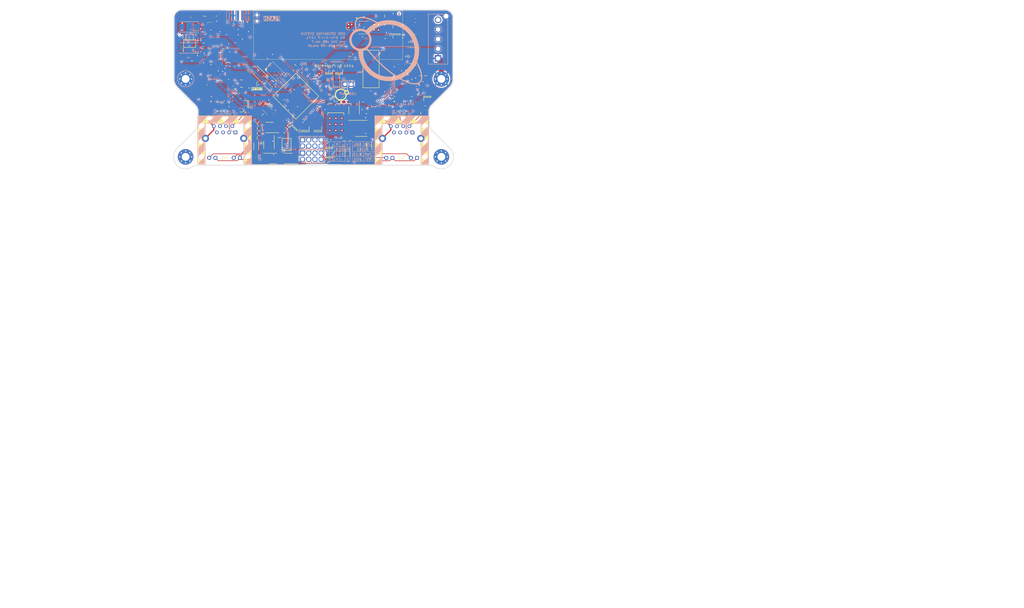
<source format=kicad_pcb>
(kicad_pcb (version 20240108) (generator "pcbnew") (generator_version "8.0")
  (title_block (title "Oro Link") (date "2024-06-09") (rev "7") (company "Oro Operating System") (comment 1 "://oro.sh") (comment 2 "Joshua Lee Junon"))
  (layers (0 "F.Cu" signal) (1 "In1.Cu" power) (2 "In2.Cu" power) (31 "B.Cu" signal) (34 "B.Paste" user) (35 "F.Paste" user) (36 "B.SilkS" user "B.Silkscreen") (37 "F.SilkS" user "F.Silkscreen") (38 "B.Mask" user) (39 "F.Mask" user) (44 "Edge.Cuts" user))
  (net 0 "")
  (net 1 "GND")
  (net 2 "+3V3")
  (net 3 "+5V")
  (net 4 "/OLED Socket/+12V")
  (net 5 "/COM Bus Header/C1+")
  (net 6 "/COM Bus Header/C1-")
  (net 7 "/COM Bus Header/C2-")
  (net 8 "/COM Bus Header/V+")
  (net 9 "/COM Bus Header/V-")
  (net 10 "/Power Supply/PW_OK")
  (net 11 "/Power Supply/PSU_ON")
  (net 12 "/Front Panel Client/RST+")
  (net 13 "/Front Panel Client/RST-")
  (net 14 "/Front Panel Client/HDD+")
  (net 15 "/Front Panel Client/HDD-")
  (net 16 "/Front Panel Client/PLED+")
  (net 17 "/Front Panel Client/PLED-")
  (net 18 "/Front Panel Client/PWR+")
  (net 19 "/Front Panel Client/PWR-")
  (net 20 "/OLED Socket/~{RST}")
  (net 21 "/OLED Socket/SCK")
  (net 22 "/OLED Socket/SDI")
  (net 23 "/COM Bus Header/RTS")
  (net 24 "/Microcontroller/USB_D-")
  (net 25 "/Microcontroller/USB_D+")
  (net 26 "/External Ethernet/GLED+")
  (net 27 "/External Ethernet/YLED+")
  (net 28 "/System Ethernet/3V3_ETH")
  (net 29 "/External Ethernet/3V3_ETH")
  (net 30 "/System Ethernet/GLED+")
  (net 31 "/System Ethernet/YLED+")
  (net 35 "/Indicator Lights/SDA")
  (net 36 "/Indicator Lights/SCL")
  (net 37 "/External Ethernet/~{RST}")
  (net 38 "/Front Panel Client/PWR_ON")
  (net 39 "/Power Supply/PW_ON")
  (net 40 "/External Ethernet/SCK")
  (net 41 "/External Ethernet/SDI")
  (net 42 "/External Ethernet/SDO")
  (net 43 "/External Ethernet/~{INT}")
  (net 45 "/COM Bus Header/TX")
  (net 47 "/Microcontroller/SYSETH_XFRM_EN")
  (net 51 "/Indicator Lights/O18")
  (net 53 "/External Ethernet/XFRM_EN")
  (net 54 "/System Ethernet/ETH_TPIN-")
  (net 55 "/System Ethernet/ETH_TPIN+")
  (net 56 "/System Ethernet/ETH_TPOUT-")
  (net 57 "/System Ethernet/ETH_TPOUT+")
  (net 58 "/External Ethernet/ETH_TPIN-")
  (net 59 "/External Ethernet/ETH_TPIN+")
  (net 60 "/External Ethernet/ETH_TPOUT-")
  (net 61 "/External Ethernet/ETH_TPOUT+")
  (net 64 "/Indicator Lights/O1")
  (net 65 "/Indicator Lights/O2")
  (net 66 "/Indicator Lights/O3")
  (net 67 "/Indicator Lights/O4")
  (net 68 "/Indicator Lights/O5")
  (net 69 "/Indicator Lights/O6")
  (net 70 "/Indicator Lights/O7")
  (net 71 "/Indicator Lights/O8")
  (net 72 "/Indicator Lights/O9")
  (net 73 "/Indicator Lights/O10")
  (net 74 "/Indicator Lights/O11")
  (net 75 "/Indicator Lights/O12")
  (net 76 "/Indicator Lights/O13")
  (net 77 "/Indicator Lights/O14")
  (net 78 "/Indicator Lights/O15")
  (net 79 "/Indicator Lights/O16")
  (net 80 "/Indicator Lights/O17")
  (net 82 "/Microcontroller/SYSETH_SCK")
  (net 83 "/Microcontroller/SYSETH_MISO")
  (net 84 "/Microcontroller/SYSTEH_MOSI")
  (net 85 "/Microcontroller/SYSTEH_~{RST}")
  (net 86 "/Microcontroller/SYSTEH_~{INT}")
  (net 87 "/Microcontroller/DBGUART_RX")
  (net 88 "/Microcontroller/DBGUART_TX")
  (net 92 "/Microcontroller/VCAP1")
  (net 93 "/Microcontroller/VCAP2")
  (net 94 "Net-(IC1-PE12)")
  (net 113 "Net-(IC1-NRST)")
  (net 114 "Net-(IC1-PH0)")
  (net 115 "/COM Bus Header/RX")
  (net 116 "/Microcontroller/SYSETH_CS")
  (net 117 "/COM Bus Header/CTS")
  (net 118 "/OLED Socket/DC")
  (net 119 "/COM Bus Header/C2+")
  (net 120 "/OLED Socket/CS")
  (net 121 "/External Ethernet/CS")
  (net 122 "/COM Bus Header/RS232_RTS")
  (net 123 "/COM Bus Header/RS232_CTS")
  (net 124 "/COM Bus Header/RS232_RX")
  (net 125 "/COM Bus Header/RS232_TX")
  (net 127 "Net-(J4-Pad7)")
  (net 133 "Net-(J5-GLED_C)")
  (net 134 "Net-(LED5-Pad1)")
  (net 135 "Net-(LED7-Pad1)")
  (net 136 "Net-(LED2-Pad2)")
  (net 137 "Net-(LED3-Pad1)")
  (net 139 "Net-(J6-GLED_C)")
  (net 140 "Net-(LED1-Pad2)")
  (net 143 "Net-(J5-CTD)")
  (net 144 "Net-(J6-CTD)")
  (net 147 "/System Ethernet/RJ_EARTH")
  (net 148 "/External Ethernet/RJ_EARTH")
  (net 149 "/COM Bus Header/EN_3V3")
  (net 150 "/OLED Socket/ENABLE")
  (net 151 "/Microcontroller/BOOT1")
  (net 152 "/COM Bus Header/EN")
  (net 153 "/Microcontroller/SWDIO")
  (net 154 "/Microcontroller/SWCLK")
  (net 155 "/Power Supply/PW_SB")
  (net 156 "/Microcontroller/SWO")
  (net 157 "/Indicator Lights/EN")
  (net 158 "/Microcontroller/BOOT0")
  (net 159 "/Power Supply/5VSB_ON")
  (net 162 "Net-(C38-Pad1)")
  (net 163 "Net-(C50-Pad1)")
  (net 164 "Net-(IC4-REF)")
  (net 165 "Net-(IC4-SS)")
  (net 166 "Net-(IC4-COMP)")
  (net 167 "Net-(U1-TOCAP)")
  (net 168 "Net-(U2-TOCAP)")
  (net 169 "Net-(IC4-OUT)")
  (net 170 "Net-(U1-1V20)")
  (net 171 "Net-(U2-1V20)")
  (net 172 "Net-(J5-YLED_C)")
  (net 173 "Net-(J6-YLED_C)")
  (net 174 "Net-(LED4-Pad2)")
  (net 175 "Net-(LED6-Pad2)")
  (net 176 "Net-(U1-EXRES1)")
  (net 177 "Net-(U2-EXRES1)")
  (net 178 "Net-(U1-PMODE0)")
  (net 179 "Net-(U1-PMODE1)")
  (net 180 "Net-(IC12-Pad1)")
  (net 181 "Net-(IC17-R_EXT)")
  (net 182 "Net-(C20-Pad2)")
  (net 183 "Net-(C21-Pad2)")
  (net 184 "Net-(C24-Pad2)")
  (net 185 "Net-(IC2-Pad3)")
  (net 186 "Net-(IC2-Pad1)")
  (net 189 "/Microcontroller/USB_VBUS")
  (net 190 "Net-(U2-PMODE0)")
  (net 191 "Net-(U2-PMODE1)")
  (net 192 "Net-(U1-PMODE2)")
  (net 193 "Net-(U2-PMODE2)")
  (net 201 "Net-(U1-XI{slash}CLKIN)")
  (net 209 "Net-(U2-XI{slash}CLKIN)")
  (net 224 "/Front Panel Client/RESET")
  (footprint "SamacSys_Parts:CAPC1005X33N" (layer "F.Cu") (at 192.5 83 90)
    (property "Reference" "C47" (hide yes))
    (property "Value" "0.1u" (hide yes))
  )
  (footprint "SamacSys_Parts:RESC2012X60N" (layer "F.Cu") (at 125.222 101.346)
    (property "Reference" "R38" (hide yes))
    (property "Value" "1k" (hide yes))
  )
  (footprint "SamacSys_Parts:CAPC1005X33N" (layer "F.Cu") (at 129.418954 71.12 45)
    (property "Reference" "C1" (hide yes))
    (property "Value" "0.1u" (hide yes))
  )
  (footprint "SamacSys_Parts:SOT95P230X110-3N" (layer "F.Cu") (at 154.788888 109.385288 -90)
    (property "Reference" "Q3" (hide yes))
    (property "Value" "PMV20ENR" (hide yes))
  )
  (footprint "SamacSys_Parts:RESC1005X40N" (layer "F.Cu") (at 101.75 81.75 180)
    (property "Reference" "R61" (hide yes))
    (property "Value" "10k" (hide yes))
  )
  (footprint "Oro:48LQFP_W5500_WIZ" (layer "F.Cu") (at 185.164 80.783599 90)
    (property "Reference" "U2" (hide yes))
    (property "Value" "W5500")
  )
  (footprint "SamacSys_Parts:CAPC2012X135N" (layer "F.Cu") (at 194.4 75.8 -90)
    (property "Reference" "C62" (hide yes))
    (property "Value" "4.7u" (hide yes))
  )
  (footprint "SamacSys_Parts:RESC1005X40N" (layer "F.Cu") (at 157.946 103.632)
    (property "Reference" "R12" (hide yes))
    (property "Value" "10k" (hide yes))
  )
  (footprint "SamacSys_Parts:150120M173000" (layer "F.Cu") (at 190.1276 65.900733)
    (property "Reference" "LED10" (hide yes))
    (property "Value" "150120M173000" (hide yes))
  )
  (footprint "SamacSys_Parts:CAPAE660X800N" (layer "F.Cu") (at 167.1 97.4)
    (property "Reference" "C19" (hide yes))
    (property "Value" "22u" (hide yes))
  )
  (footprint "SamacSys_Parts:RESC2012X60N" (layer "F.Cu") (at 163.449 102.457 90)
    (property "Reference" "R13" (hide yes))
    (property "Value" "1k" (hide yes))
  )
  (footprint "SamacSys_Parts:RESC1005X40N" (layer "F.Cu") (at 178.6 87.4 -90)
    (property "Reference" "R59" (hide yes))
    (property "Value" "10k" (hide yes))
  )
  (footprint "SamacSys_Parts:CAPC1005X33N" (layer "F.Cu") (at 117.25 83 90)
    (property "Reference" "C32" (hide yes))
    (property "Value" "0.1u" (hide yes))
  )
  (footprint "SamacSys_Parts:SOT95P230X110-3N" (layer "F.Cu") (at 182.438 54.6784 90)
    (property "Reference" "IC2" (hide yes))
    (property "Value" "PMV20ENR" (hide yes))
  )
  (footprint "Oro Footprints:C1608_Commercial_Tight" (layer "F.Cu") (at 97.7545 69.4135 90)
    (property "Reference" "C26" (hide yes))
    (property "Value" "0.047u" (hide yes))
  )
  (footprint "Oro:SO-8_MS-012_VIS" (layer "F.Cu") (at 169 56)
    (property "Reference" "Q4" (hide yes))
    (property "Value" "SI4403DDY-T1-GE3")
  )
  (footprint "SamacSys_Parts:CAPC1005X33N" (layer "F.Cu") (at 179.451 91.567 180)
    (property "Reference" "C50" (hide yes))
    (property "Value" "0.1u" (hide yes))
  )
  (footprint "SamacSys_Parts:CAPC1005X33N" (layer "F.Cu") (at 130.300045 80.652909 -135)
    (property "Reference" "C10" (hide yes))
    (property "Value" "0.1u" (hide yes))
  )
  (footprint "SamacSys_Parts:AA3528VRVFSA" (layer "F.Cu") (at 159.047 107.416 90)
    (property "Reference" "LED2" (hide yes))
    (property "Value" "AA3528VRVFS/A" (hide yes))
  )
  (footprint "SamacSys_Parts:RESC1005X40N" (layer "F.Cu") (at 127.386954 86.106 45)
    (property "Reference" "R5" (hide yes))
    (property "Value" "10k" (hide yes))
  )
  (footprint "SamacSys_Parts:RESC2012X60N" (layer "F.Cu") (at 167.656 108.119332 180)
    (property "Reference" "R52" (hide yes))
    (property "Value" "1k" (hide yes))
  )
  (footprint "SamacSys_Parts:SOIC127P600X175-8N" (layer "F.Cu") (at 97.460499 62.542533 90)
    (property "Reference" "IC4" (hide yes))
    (property "Value" "TPS6734ID" (hide yes))
  )
  (footprint "SamacSys_Parts:CLM3CWKWCXAYA453" (layer "F.Cu") (at 171.196 104.775 -90)
    (property "Reference" "LED6" (hide yes))
    (property "Value" "CLM3C-WKW-CXAYA453" (hide yes))
  )
  (footprint "SamacSys_Parts:CAPC1005X33N" (layer "F.Cu") (at 141.145 100.072088)
    (property "Reference" "C57" (hide yes))
    (property "Value" "0.1u" (hide yes))
  )
  (footprint "SamacSys_Parts:BLM18EG121SH1D" (layer "F.Cu") (at 194.183 88.138 -90)
    (property "Reference" "FB3" (hide yes))
    (property "Value" "BLM18BB600SZ1D" (hide yes))
  )
  (footprint "Oro Footprints:2P_SHORT" (layer "F.Cu") (at 125.1204 50.8508 -90)
    (property "Reference" "J7" (hide yes))
    (property "Value" "2P SHORT" (hide yes))
  )
  (footprint "SamacSys_Parts:CAPC2012X135N" (layer "F.Cu") (at 192.405 91.172)
    (property "Reference" "C52" (hide yes))
    (property "Value" "10u" (hide yes))
  )
  (footprint "SamacSys_Parts:RESC1005X40N" (layer "F.Cu") (at 179.6 88 -90)
    (property "Reference" "R45" (hide yes))
    (property "Value" "10k" (hide yes))
  )
  (footprint "SamacSys_Parts:CAPC1005X33N" (layer "F.Cu") (at 141.531112 72.718252 -135)
    (property "Reference" "C7" (hide yes))
    (property "Value" "0.1u" (hide yes))
  )
  (footprint "SamacSys_Parts:RESC1005X40N" (layer "F.Cu") (at 146.182954 72.39 -45)
    (property "Reference" "R3" (hide yes))
    (property "Value" "4.7k" (hide yes))
  )
  (footprint "SamacSys_Parts:CAPC2012X135N" (layer "F.Cu") (at 118.75 80.5 90)
    (property "Reference" "C61" (hide yes))
    (property "Value" "4.7u" (hide yes))
  )
  (footprint "SamacSys_Parts:SOT95P230X110-3N" (layer "F.Cu") (at 154.7724 74.9124 -90)
    (property "Reference" "IC13" (hide yes))
    (property "Value" "PMV20ENR" (hide yes))
  )
  (footprint "Oro Footprints:7P-26.000MBP-T" (layer "F.Cu") (at 131.617867 69.983117 -45)
    (property "Reference" "X1" (hide yes))
    (property "Value" "7P-26.000MBP-T" (hide yes))
  )
  (footprint "SamacSys_Parts:RESC1005X35N" (layer "F.Cu") (at 183.769 91.567)
    (property "Reference" "R50" (hide yes))
    (property "Value" "RMCF0201FT49R9" (hide yes))
  )
  (footprint "SamacSys_Parts:RESC1005X40N" (layer "F.Cu") (at 122.2248 67.2592 180)
    (property "Reference" "R56" (hide yes))
    (property "Value" "10k" (hide yes))
  )
  (footprint "SamacSys_Parts:CAPC2012X75N" (layer "F.Cu") (at 113.25 70.25 -90)
    (property "Reference" "C31" (hide yes))
    (property "Value" "0.01u" (hide yes))
  )
  (footprint "Oro Footprints:C1608_Commercial_Tight" (layer "F.Cu") (at 99.972599 66.297033 90)
    (property "Reference" "C27" (hide yes))
    (property "Value" "0.001u" (hide yes))
  )
  (footprint "SamacSys_Parts:SOT95P280X145-5N" (layer "F.Cu") (at 150.181288 98.496488 -90)
    (property "Reference" "D2" (hide yes))
    (property "Value" "ESDS302DBVR" (hide yes))
  )
  (footprint "SamacSys_Parts:CAPAE430X610N" (layer "F.Cu") (at 130.8608 97.028 180)
    (property "Reference" "C56" (hide yes))
    (property "Value" "0.1u" (hide yes))
  )
  (footprint "SamacSys_Parts:CAPC1005X33N" (layer "F.Cu") (at 192.8 79)
    (property "Reference" "C68" (hide yes))
    (property "Value" "0.1u" (hide yes))
  )
  (footprint "SamacSys_Parts:CLM3CWKWCXAYA453" (layer "F.Cu") (at 162.306 107.442 -90)
    (property "Reference" "LED3" (hide yes))
    (property "Value" "CLM3C-WKW-CXAYA453" (hide yes))
  )
  (footprint "SamacSys_Parts:CAPC1608X90N" (layer "F.Cu") (at 102.743 57.785 -90)
    (property "Reference" "C23" (hide yes))
    (property "Value" "1u" (hide yes))
  )
  (footprint "SamacSys_Parts:RESC1005X40N" (layer "F.Cu") (at 102.75 71.75 -90)
    (property "Reference" "R28" (hide yes))
    (property "Value" "10k" (hide yes))
  )
  (footprint "SamacSys_Parts:RESC1005X40N" (layer "F.Cu") (at 102.5 76.5 180)
    (property "Reference" "R26" (hide yes))
    (property "Value" "10k" (hide yes))
  )
  (footprint "Oro:48LQFP_W5500_WIZ" (layer "F.Cu") (at 109.923 80.783599 90)
    (property "Reference" "U1" (hide yes))
    (property "Value" "W5500")
  )
  (footprint "SamacSys_Parts:RESC1005X40N" (layer "F.Cu") (at 101.981 60.706 180)
    (property "Reference" "R21" (hide yes))
    (property "Value" "10k" (hide yes))
  )
  (footprint "SamacSys_Parts:RESC1005X40N" (layer "F.Cu") (at 179.4168 60.1006 180)
    (property "Reference" "R9" (hide yes))
    (property "Value" "10k" (hide yes))
  )
  (footprint "SamacSys_Parts:CAPC4620X220N" (layer "F.Cu") (at 175.768 92.329 90)
    (property "Reference" "C53" (hide yes))
    (property "Value" "1nF 3kV" (hide yes))
  )
  (footprint "SamacSys_Parts:CAPC2012X75N" (layer "F.Cu") (at 192.2 75.8 90)
    (property "Reference" "C64" (hide yes))
    (property "Value" "0.01u" (hide yes))
  )
  (footprint "SamacSys_Parts:RESC1005X35N" (layer "F.Cu") (at 108.585 91.567 180)
    (property "Reference" "R36" (hide yes))
    (property "Value" "RMCF0201FT49R9" (hide yes))
  )
  (footprint "SamacSys_Parts:RESC2012X60N" (layer "F.Cu") (at 125.222 99.398667)
    (property "Reference" "R40" (hide yes))
    (property "Value" "470R" (hide yes))
  )
  (footprint "SamacSys_Parts:CAPC1005X33N" (layer "F.Cu") (at 108.75 87.75 -90)
    (property "Reference" "C65" (hide yes))
    (property "Value" "0.1u" (hide yes))
  )
  (footprint "SamacSys_Parts:RESC2012X60N" (layer "F.Cu") (at 167.656 106.002666 180)
    (property "Reference" "R55" (hide yes))
    (property "Value" "470R" (hide yes))
  )
  (footprint "SamacSys_Parts:RESC1005X35N" (layer "F.Cu") (at 188.214 91.567)
    (property "Reference" "R48" (hide yes))
    (property "Value" "RMCF0201FT49R9" (hide yes))
  )
  (footprint "SamacSys_Parts:RESC2012X60N" (layer "F.Cu") (at 161.036 102.457 -90)
    (property "Reference" "R10" (hide yes))
    (property "Value" "1k" (hide yes))
  )
  (footprint "SamacSys_Parts:SOT95P230X110-3N" (layer "F.Cu") (at 182.438 58.7756 90)
    (property "Reference" "Q1" (hide yes))
    (property "Value" "PMV20ENR" (hide yes))
  )
  (footprint "SamacSys_Parts:RESC1005X35N" (layer "F.Cu") (at 112.776 91.567 180)
    (property "Reference" "R34" (hide yes))
    (property "Value" "RMCF0201FT49R9" (hide yes))
  )
  (footprint "Oro:RES_CRCW_0402" (layer "F.Cu") (at 113.4699 87.5)
    (property "Reference" "R17" (hide yes))
    (property "Value" "12.4K 1%")
  )
  (footprint "SamacSys_Parts:RESC1005X40N" (layer "F.Cu") (at 101.75 84.25 180)
    (property "Reference" "R25" (hide yes))
    (property "Value" "10k" (hide yes))
  )
  (footprint "Oro Footprints:009159010061911" (layer "F.Cu") (at 117.1996 48.584)
    (property "Reference" "J8" (hide yes))
    (property "Value" "STLINK-V3MINIE")
    (fp_line (start -4.5 0) (end 0.7 0) (stroke (width 0.1)) (layer "Edge.Cuts"))
    (fp_line (start 0.7 0) (end 0.7 2.8) (stroke (width 0.1)) (layer "Edge.Cuts"))
    (fp_line (start 1.3 0) (end 1.3 2.8) (stroke (width 0.1)) (layer "Edge.Cuts"))
    (fp_line (start 1.3 0) (end 4.5 0) (stroke (width 0.1)) (layer "Edge.Cuts"))
    (fp_arc (start 1.3 2.8) (mid 1 3.1) (end 0.7 2.8) (stroke (width 0.1)) (layer "Edge.Cuts"))
  )
  (footprint "SamacSys_Parts:CAPAE430X610N" (layer "F.Cu") (at 138.624288 109.748688 180)
    (property "Reference" "C58" (hide yes))
    (property "Value" "0.1u" (hide yes))
  )
  (footprint "SamacSys_Parts:CAPC2012X75N" (layer "F.Cu") (at 96.868 68.3385 90)
    (property "Reference" "C25" (hide yes))
    (property "Value" "0.01u" (hide yes))
  )
  (footprint "SamacSys_Parts:SOT95P230X110-3N" (layer "F.Cu") (at 140.5128 97.1296 45)
    (property "Reference" "IC15" (hide yes))
    (property "Value" "PMV20ENR" (hide yes))
  )
  (footprint "SamacSys_Parts:RESC2012X60N" (layer "F.Cu") (at 125.222 97.451334)
    (property "Reference" "R39" (hide yes))
    (property "Value" "470R" (hide yes))
  )
  (footprint "SamacSys_Parts:ASE24576MHZLCT" (layer "F.Cu") (at 184.5 71.1 -90)
    (property "Reference" "Y2" (hide yes))
    (property "Value" "25MHz" (hide yes))
  )
  (footprint "SamacSys_Parts:RESC1005X40N" (layer "F.Cu") (at 183 51.5 180)
    (property "Reference" "R8" (hide yes))
    (property "Value" "10k" (hide yes))
  )
  (footprint "SamacSys_Parts:CAPC2012X75N" (layer "F.Cu") (at 188.2 70.8 -90)
    (property "Reference" "C43" (hide yes))
    (property "Value" "0.01u" (hide yes))
  )
  (footprint "SamacSys_Parts:CAPC1005X33N" (layer "F.Cu") (at 190.246 91.107 90)
    (property "Reference" "C51" (hide yes))
    (property "Value" "0.1u" (hide yes))
  )
  (footprint "SamacSys_Parts:RESC1005X40N" (layer "F.Cu") (at 101.75 83 180)
    (property "Reference" "R30" (hide yes))
    (property "Value" "10k" (hide yes))
  )
  (footprint "SamacSys_Parts:RESC2012X60N" (layer "F.Cu") (at 127.441847 91.748893 135)
    (property "Reference" "R6" (hide yes))
    (property "Value" "1k" (hide yes))
  )
  (footprint "SamacSys_Parts:CAPC1005X33N" (layer "F.Cu") (at 145.674954 94.488 135)
    (property "Reference" "C14" (hide yes))
    (property "Value" "0.1u" (hide yes))
  )
  (footprint "SamacSys_Parts:SOT95P230X110-3N" (layer "F.Cu") (at 154.788888 105.473688 -90)
    (property "Reference" "Q2" (hide yes))
    (property "Value" "PMV20ENR" (hide yes))
  )
  (footprint "SamacSys_Parts:CAPC1005X33N" (layer "F.Cu") (at 122.809 90.424 -90)
    (property "Reference" "C37" (hide yes))
    (property "Value" "0.1u" (hide yes))
  )
  (footprint "SamacSys_Parts:CAPC1608X90N" (layer "F.Cu") (at 105.41 51.108 -90)
    (property "Reference" "C21" (hide yes))
    (property "Value" "1u" (hide yes))
  )
  (footprint "SamacSys_Parts:SOT95P230X110-3N" (layer "F.Cu") (at 158.8276 74.9124 -90)
    (property "Reference" "IC12" (hide yes))
    (property "Value" "PMV20ENR" (hide yes))
  )
  (footprint "SamacSys_Parts:CAPC1005X33N" (layer "F.Cu") (at 117.25 81 90)
    (property "Reference" "C35" (hide yes))
    (property "Value" "0.1u" (hide yes))
  )
  (footprint "SamacSys_Parts:RESC1005X35N" (layer "F.Cu") (at 186.182 91.567 180)
    (property "Reference" "R49" (hide yes))
    (property "Value" "RMCF0201FT49R9" (hide yes))
  )
  (footprint "SamacSys_Parts:CAPC1005X33N" (layer "F.Cu") (at 184.25 89.25 180)
    (property "Reference" "C45" (hide yes))
    (property "Value" "0.1u" (hide yes))
  )
  (footprint "SamacSys_Parts:CAPC1608X90N" (layer "F.Cu") (at 128.338197 70.404705 45)
    (property "Reference" "C2" (hide yes))
    (property "Value" "1u" (hide yes))
  )
  (footprint "SamacSys_Parts:RESC1005X40N" (layer "F.Cu") (at 102.57 78.105)
    (property "Reference" "R19" (hide yes))
    (property "Value" "10k" (hide yes))
  )
  (footprint "SamacSys_Parts:RESC1005X40N" (layer "F.Cu") (at 121.031 85.09 180)
    (property "Reference" "R32" (hide yes))
    (property "Value" "10k" (hide yes))
  )
  (footprint "SamacSys_Parts:SOT95P280X145-5N" (layer "F.Cu") (at 145.075888 98.496488 -90)
    (property "Reference" "D1" (hide yes))
    (property "Value" "ESDS302DBVR" (hide yes))
  )
  (footprint "SamacSys_Parts:RESC1005X40N" (layer "F.Cu") (at 179.19 66.04)
    (property "Reference" "R60" (hide yes))
    (property "Value" "10k" (hide yes))
  )
  (footprint "SamacSys_Parts:CAPC1005X33N" (layer "F.Cu") (at 137.0076 94.5388 -45)
    (property "Reference" "C11" (hide yes))
    (property "Value" "0.1u" (hide yes))
  )
  (footprint "SamacSys_Parts:CAPC1005X33N" (layer "F.Cu") (at 116.84 91.059 90)
    (property "Reference" "C39" (hide yes))
    (property "Value" "0.1u" (hide yes))
  )
  (footprint "SamacSys_Parts:SOT95P230X110-3N" (layer "F.Cu") (at 121.539 87.503)
    (property "Reference" "IC8" (hide yes))
    (property "Value" "PMV20ENR" (hide yes))
  )
  (footprint "SamacSys_Parts:CAPC2012X135N" (layer "F.Cu") (at 103.5 66.75 180)
    (property "Reference" "C22" (hide yes))
    (property "Value" "4.7u" (hide yes))
  )
  (footprint "SamacSys_Parts:CAPC1005X33N" (layer "F.Cu") (at 164.465 69.215 -90)
    (property "Reference" "C59" (hide yes))
    (property "Value" "0.1u" (hide yes))
  )
  (footprint "SamacSys_Parts:RESC1005X40N" (layer "F.Cu") (at 95.344 67.9635 -90)
    (property "Reference" "R24" (hide yes))
    (property "Value" "10k" (hide yes))
  )
  (footprint "SamacSys_Parts:AA3528VRVFSA" (layer "F.Cu") (at 129.400414 89.764715 135)
    (property "Reference" "LED1" (hide yes))
    (property "Value" "AA3528VRVFS/A" (hide yes))
  )
  (footprint "SamacSys_Parts:RESC1005X40N" (layer "F.Cu") (at 113 65.25)
    (property "Reference" "R22" (hide yes))
    (property "Value" "10k" (hide yes))
  )
  (footprint "SamacSys_Parts:RESC1005X40N" (layer "F.Cu") (at 115.25 65.25 180)
    (property "Reference" "R23" (hide yes))
    (property "Value" "10k" (hide yes))
  )
  (footprint "SamacSys_Parts:CAPC1608X90N" (layer "F.Cu") (at 106.931044 51.108 -90)
    (property "Reference" "C20" (hide yes))
    (property "Value" "1u" (hide yes))
  )
  (footprint "SamacSys_Parts:BLM18EG121SH1D" (layer "F.Cu") (at 120.396 90.805 -90)
    (property "Reference" "FB2" (hide yes))
    (property "Value" "BLM18BB600SZ1D" (hide yes))
  )
  (footprint "SamacSys_Parts:CAPAE430X610N" (layer "F.Cu") (at 131.156688 109.748688)
    (property "Reference" "C55" (hide yes))
    (property "Value" "0.1u" (hide yes))
  )
  (footprint "SamacSys_Parts:CAPC1005X33N" (layer "F.Cu") (at 187.75 74.5 90)
    (property "Reference" "C46" (hide yes))
    (property "Value" "0.1u" (hide yes))
  )
  (footprint "SamacSys_Parts:RESC1005X40N" (layer "F.Cu") (at 171.6 87.8 90)
    (property "Reference" "R20" (hide yes))
    (property "Value" "10k" (hide yes))
  )
  (footprint "SamacSys_Parts:CAPC1005X33N" (layer "F.Cu") (at 192.2 81.1 90)
    (property "Reference" "C66" (hide yes))
    (property "Value" "0.1u" (hide yes))
  )
  (footprint "SamacSys_Parts:CAPC1005X33N" (layer "F.Cu") (at 194.564 81.28 180)
    (property "Reference" "C49" (hide yes))
    (property "Value" "0.1u" (hide yes))
  )
  (footprint "SamacSys_Parts:CAPC1005X33N" (layer "F.Cu") (at 134.952586 77.302443 -135)
    (property "Reference" "C3" (hide yes))
    (property "Value" "0.1u" (hide yes))
  )
  (footprint "SamacSys_Parts:CAPC1005X33N" (layer "F.Cu") (at 151.953685 80.954731 -45)
    (property "Reference" "C8" (hide yes))
    (property "Value" "0.1u" (hide yes))
  )
  (footprint "SamacSys_Parts:CAPC1005X33N" (layer "F.Cu") (at 189.25 87)
    (property "Reference" "C48" (hide yes))
    (property "Value" "0.1u" (hide yes))
  )
  (footprint "SamacSys_Parts:CAPC1608X90N" (layer "F.Cu") (at 135.255 93.726 -135)
    (property "Reference" "C5" (hide yes))
    (property "Value" "2.2u" (hide yes))
  )
  (footprint "SamacSys_Parts:RESC1005X35N" (layer "F.Cu") (at 110.617 91.567)
    (property "Reference" "R35" (hide yes))
    (property "Value" "RMCF0201FT49R9" (hide yes))
  )
  (footprint "SamacSys_Parts:150120M173000" (layer "F.Cu") (at 190.1276 53.100733)
    (property "Reference" "LED8" (hide yes))
    (property "Value" "150120M173000" (hide yes))
  )
  (footprint "SamacSys_Parts:CAPC1005X33N" (layer "F.Cu") (at 132.461 78.74 -135)
    (property "Reference" "C16" (hide yes))
    (property "Value" "0.1u" (hide yes))
  )
  (footprint "SamacSys_Parts:RESC1005X40N" (layer "F.Cu") (at 196.215 80.645 -90)
    (property "Reference" "R47" (hide yes))
    (property "Value" "10k" (hide yes))
  )
  (footprint "SamacSys_Parts:CAPAE430X610N" (layer "F.Cu") (at 165 89.4 -90)
    (property "Reference" "C18" (hide yes))
    (property "Value" "10u" (hide yes))
  )
  (footprint "MountingHole:MountingHole_3.2mm_M3_Pad_Via" (layer "F.Cu") (at 200.824301 77.0841)
    (property "Reference" "H4" (hide yes))
    (property "Value" "MountingHole_Pad" (hide yes))
  )
  (footprint "SamacSys_Parts:CAPC1005X33N" (layer "F.Cu") (at 111.5 87.5)
    (property "Reference" "C33" (hide yes))
    (property "Value" "0.1u" (hide yes))
  )
  (footprint "SamacSys_Parts:RESC1005X40N" (layer "F.Cu") (at 172.7 88.7 -90)
    (property "Reference" "R41" (hide yes))
    (property "Value" "10k" (hide yes))
  )
  (footprint "SamacSys_Parts:150120M173000" (layer "F.Cu") (at 190.1276 59.500733)
    (property "Reference" "LED9" (hide yes))
    (property "Value" "150120M173000" (hide yes))
  )
  (footprint "SamacSys_Parts:CAPC1005X33N" (layer "F.Cu") (at 146.436954 93.726 135)
    (property "Reference" "C13" (hide yes))
    (property "Value" "0.1u" (hide yes))
  )
  (footprint "SamacSys_Parts:CAPC1608X90N" (layer "F.Cu") (at 147.51443 92.130731 -135)
    (property "Reference" "C15" (hide yes))
    (property "Value" "2.2u" (hide yes))
  )
  (footprint "SamacSys_Parts:CAPC1608X90N" (layer "F.Cu") (at 163.195 69.215 90)
    (property "Reference" "C60" (hide yes))
    (property "Value" "1u" (hide yes))
  )
  (footprint "SamacSys_Parts:RESC1005X40N" (layer "F.Cu") (at 164.416 67.31)
    (property "Reference" "R58" (hide yes))
    (property "Value" "10k" (hide yes))
  )
  (footprint "SamacSys_Parts:CAPC1005X33N" (layer "F.Cu") (at 112.75 74.5 90)
    (property "Reference" "C34" (hide yes))
    (property "Value" "0.1u" (hide yes))
  )
  (footprint "SamacSys_Parts:SOP65P640X120-16N" (layer "F.Cu") (at 137.287 104.013)
    (property "Reference" "IC14" (hide yes))
    (property "Value" "SN75C3232EPWR" (hide yes))
  )
  (footprint "SamacSys_Parts:RESC1005X40N" (layer "F.Cu") (at 129.538045 79.890909 45)
    (property "Reference" "R1" (hide yes))
    (property "Value" "10k" (hide yes))
  )
  (footprint "SamacSys_Parts:CAPC1005X33N" (layer "F.Cu") (at 116 76.75 180)
    (property "Reference" "C36" (hide yes))
    (property "Value" "0.1u" (hide yes))
  )
  (footprint "MountingHole:MountingHole_3.2mm_M3_Pad_Via" (layer "F.Cu") (at 200.824301 109.0841)
    (property "Reference" "H1" (hide yes))
    (property "Value" "MountingHole_Pad" (hide yes))
  )
  (footprint "SamacSys_Parts:RESC1005X35N" (layer "F.Cu") (at 181.737 91.567 180)
    (property "Reference" "R51" (hide yes))
    (property "Value" "RMCF0201FT49R9" (hide yes))
  )
  (footprint "SamacSys_Parts:TL6400AF160QJ" (layer "F.Cu") (at 126.238 75.184 -45)
    (property "Reference" "S1" (hide yes))
    (property "Value" "TL6400AF160QJ" (hide yes))
  )
  (footprint "SamacSys_Parts:CAPC2012X135N" (layer "F.Cu") (at 140.848954 71.374 45)
    (property "Reference" "C4" (hide yes))
    (property "Value" "4.7u" (hide yes))
  )
  (footprint "SamacSys_Parts:APT1608VRCXFA5MAV" (layer "F.Cu") (at 171.196 109.377 -90)
    (property "Reference" "LED7" (hide yes))
    (property "Value" "APT1608VRCXF_A-5MAV" (hide yes))
  )
  (footprint "SamacSys_Parts:RESC1005X40N" (layer "F.Cu") (at 143.6624 72.7456 -45)
    (property "Reference" "R4" (hide yes))
    (property "Value" "10k" (hide yes))
  )
  (footprint "SamacSys_Parts:CAPAE430X610N" (layer "F.Cu") (at 130.048 103.632 -90)
    (property "Reference" "C54" (hide yes))
    (property "Value" "0.1u" (hide yes))
  )
  (footprint "SamacSys_Parts:AZ1084CD33TRG1" (layer "F.Cu") (at 157.5 94.025 180)
    (property "Reference" "D3" (hide yes))
    (property "Value" "AZ1084CD-3.3TRG1" (hide yes))
  )
  (footprint "SamacSys_Parts:ASE24576MHZLCT" (layer "F.Cu") (at 109.425 70.95 -90)
    (property "Reference" "Y1" (hide yes))
    (property "Value" "25MHz" (hide yes))
  )
  (footprint "SamacSys_Parts:RESC2012X60N" (layer "F.Cu") (at 125.222 95.504)
    (property "Reference" "R37" (hide yes))
    (property "Value" "1k" (hide yes))
  )
  (footprint "SamacSys_Parts:CAPC1005X33N" (layer "F.Cu") (at 149.230954 90.932 135)
    (property "Reference" "C12" (hide yes))
    (property "Value" "0.1u" (hide yes))
  )
  (footprint "SamacSys_Parts:RESC1005X40N" (layer "F.Cu") (at 177.6 86.6 -90)
    (property "Reference" "R62" (hide yes))
    (property "Value" "10k" (hide yes))
  )
  (footprint "SamacSys_Parts:RESC1005X40N" (layer "F.Cu") (at 147.841863 74.048909 135)
    (property "Reference" "R2" (hide yes))
    (property "Value" "4.7k" (hide yes))
  )
  (footprint "SamacSys_Parts:CAPC2012X75N" (layer "F.Cu") (at 118.75 77.5 -90)
    (property "Reference" "C63" (hide yes))
    (property "Value" "0.01u" (hide yes))
  )
  (footprint "SamacSys_Parts:RESC1005X40N" (layer "F.Cu") (at 180.5 51.5)
    (property "Reference" "R16" (hide yes))
    (property "Value" "10k" (hide yes))
  )
  (footprint "SamacSys_Parts:RESC2012X60N" (layer "F.Cu") (at 167.656 110.236 180)
    (property "Reference" "R54" (hide yes))
    (property "Value" "470R" (hide yes))
  )
  (footprint "SamacSys_Parts:CAPC2012X135N" (layer "F.Cu") (at 103.663956 51.308 -90)
    (property "Reference" "C24" (hide yes))
    (property "Value" "4.7u" (hide yes))
  )
  (footprint "SamacSys_Parts:RESC2012X60N" (layer "F.Cu") (at 167.656 103.886 180)
    (property "Reference" "R53" (hide yes))
    (property "Value" "1k" (hide yes))
  )
  (footprint "SamacSys_Parts:CAPC2012X135N" (layer "F.Cu") (at 118.618 90.678 90)
    (property "Reference" "C40" (hide yes))
    (property "Value" "10u" (hide yes))
  )
  (footprint "SamacSys_Parts:CAPC1005X33N" (layer "F.Cu") (at 106.426 91.567 180)
    (property "Reference" "C38" (hide yes))
    (property "Value" "0.1u" (hide yes))
  )
  (footprint "SamacSys_Parts:APT1608VRCXFA5MAV" (layer "F.Cu") (at 124.841 109.377 -90)
    (property "Reference" "LED5" (hide yes))
    (property "Value" "APT1608VRCXF_A-5MAV" (hide yes))
  )
  (footprint "SamacSys_Parts:RESC1005X40N" (layer "F.Cu") (at 150.2664 76.0476 45)
    (property "Reference" "R7" (hide yes))
    (property "Value" "10k" (hide yes))
  )
  (footprint "MountingHole:MountingHole_3.2mm_M3_Pad_Via" (layer "F.Cu") (at 95.824301 77.0841)
    (property "Reference" "H2" (hide yes))
    (property "Value" "MountingHole_Pad" (hide yes))
  )
  (footprint "SamacSys_Parts:CLM3CWKWCXAYA453" (layer "F.Cu") (at 124.841 104.775 -90)
    (property "Reference" "LED4" (hide yes))
    (property "Value" "CLM3C-WKW-CXAYA453" (hide yes))
  )
  (footprint "SamacSys_Parts:RESC1005X35N" (layer "F.Cu") (at 114.808 91.567)
    (property "Reference" "R33" (hide yes))
    (property "Value" "RMCF0201FT49R9" (hide yes))
  )
  (footprint "SamacSys_Parts:CAPC1608X90N" (layer "F.Cu") (at 131.601126 77.94567 -135)
    (property "Reference" "C17" (hide yes))
    (property "Value" "1u" (hide yes))
  )
  (footprint "SamacSys_Parts:CAPC1608X90N" (layer "F.Cu") (at 152.278954 84.074 -45)
    (property "Reference" "C6" (hide yes))
    (property "Value" "2.2u" (hide yes))
  )
  (footprint "SamacSys_Parts:CAPC4620X220N" (layer "F.Cu") (at 103.124 92.329 90)
    (property "Reference" "C41" (hide yes))
    (property "Value" "1nF 3kV" (hide yes))
  )
  (footprint "SamacSys_Parts:SOIC127P1036X265-24N" (layer "F.Cu") (at 171.958 73.025)
    (property "Reference" "IC17" (hide yes))
    (property "Value" "IS31FL3218-GRLS2" (hide yes))
  )
  (footprint "SamacSys_Parts:RESC1005X40N" (layer "F.Cu") (at 137.8712 96.4692 -135)
    (property "Reference" "R57" (hide yes))
    (property "Value" "10k" (hide yes))
  )
  (footprint "Oro Footprints:323287241_flipped" (layer "F.Cu") (at 106.3526 59.2227 90)
    (property "Reference" "J4" (hide yes))
    (property "Value" "3-2328724-1" (hide yes))
  )
  (footprint "SamacSys_Parts:CAPC1005X33N" (layer "F.Cu") (at 136.525 74.676 -135)
    (property "Reference" "C9" (hide yes))
    (property "Value" "0.1u" (hide yes))
  )
  (footprint "SamacSys_Parts:CD54NP180MC" (layer "F.Cu") (at 97.9142 54.356 -90)
    (property "Reference" "FB1" (hide yes))
    (property "Value" "CD54NP-180MC" (hide yes))
  )
  (footprint "SamacSys_Parts:RESC1608X55N" (layer "F.Cu") (at 108.457089 51.283 90)
    (property "Reference" "R14" (hide yes))
    (property "Value" "510K" (hide yes))
  )
  (footprint "MountingHole:MountingHole_3.2mm_M3_Pad_Via" (layer "F.Cu") (at 95.824301 109.0841)
    (property "Reference" "H3" (hide yes))
    (property "Value" "MountingHole_Pad" (hide yes))
  )
  (footprint "SamacSys_Parts:RESC1005X40N" (layer "F.Cu") (at 176.6 82.9 -90)
    (property "Reference" "R43" (hide yes))
    (property "Value" "10k" (hide yes))
  )
  (footprint "SamacSys_Parts:RESC1005X40N" (layer "F.Cu") (at 174.8 82.6 -90)
    (property "Reference" "R42" (hide yes))
    (property "Value" "10k" (hide yes))
  )
  (footprint "SamacSys_Parts:CAPC1005X33N" (layer "F.Cu") (at 114.25 85.5)
    (property "Reference" "C67" (hide yes))
    (property "Value" "0.1u" (hide yes))
  )
  (footprint "SamacSys_Parts:QFP50P1600X1600X160-100N" (layer "F.Cu") (at 141.099342 84.201219 -45)
    (property "Reference" "IC1" (hide yes))
    (property "Value" "STM32F479VGT6" (hide yes))
  )
  (footprint "SamacSys_Parts:SOT95P230X110-3N" (layer "F.Cu") (at 195.072 84.455 90)
    (property "Reference" "IC11" (hide yes))
    (property "Value" "PMV20ENR" (hide yes))
  )
  (footprint "SamacSys_Parts:RESC1005X40N" (layer "F.Cu") (at 157.946 102.597)
    (property "Reference" "R11" (hide yes))
    (property "Value" "10k" (hide yes))
  )
  (footprint "SamacSys_Parts:RESC1005X40N" (layer "F.Cu") (at 105 71.75 90)
    (property "Reference" "R27" (hide yes))
    (property "Value" "10k" (hide yes))
  )
  (footprint "SamacSys_Parts:RESC2012X60N" (layer "F.Cu") (at 177.5 51.25 180)
    (property "Reference" "R15" (hide yes))
    (property "Value" "1k" (hide yes))
  )
  (footprint "Oro:RES_CRCW_0402" (layer "F.Cu") (at 189.25 88)
    (property "Reference" "R18" (hide yes))
    (property "Value" "12.4K 1%")
  )
  (footprint "SamacSys_Parts:CAPC1005X33N" (layer "F.Cu") (at 186.25 87.2)
    (property "Reference" "C44" (hide yes))
    (property "Value" "0.1u" (hide yes))
  )
  (footprint "SamacSys_Parts:CAPPM7343X310N" (layer "B.Cu") (at 97.3836 55.7403)
    (property "Reference" "C28" (hide yes))
    (property "Value" "33u" (hide yes))
  )
  (footprint "SamacSys_Parts:CAPPM7343X310N" (layer "B.Cu") (at 97.3836 64.389)
    (property "Reference" "C29" (hide yes))
    (property "Value" "33u" (hide yes))
  )
  (footprint "Oro Footprints:DIOM5227X250N" (layer "B.Cu") (at 157.75 78.25 90)
    (property "Reference" "D5" (hide yes))
    (property "Value" "SS12" (hide yes))
  )
  (footprint "Oro Footprints:HDRV8W89P254_2X4_1016X483X858P_2P" (layer "B.Cu") (at 161.23025 79.2895 90)
    (property "Reference" "J9" (hide yes))
    (property "Value" "67996-408HLF (2P CUT)" (hide yes))
  )
  (footprint "Oro Footprints:DIOM5227X250N" (layer "B.Cu") (at 98.1165 60.06465)
    (property "Reference" "D4" (hide yes))
    (property "Value" "SS12" (hide yes))
  )
  (footprint "Oro Footprints:74990101241" (layer "B.Cu") (at 195.637 92.229 180)
    (property "Reference" "J6" (hide yes))
    (property "Value" "74990101241" (hide yes))
  )
  (footprint "SamacSys_Parts:HDRV8W89P254_2X4_1016X483X858P" (layer "B.Cu") (at 143.831288 102.111388)
    (property "Reference" "J1" (hide yes))
    (property "Value" "67996-408HLF" (hide yes))
  )
  (footprint "SamacSys_Parts:DF635P396DSA" (layer "B.Cu") (at 199.474301 68.658067 90)
    (property "Reference" "J2" (hide yes))
    (property "Value" "DF63-5P-3.96DSA" (hide yes))
  )
  (footprint "SamacSys_Parts:HDRV8W89P254_2X4_1016X483X858P" (layer "B.Cu") (at 143.831288 107.539388)
    (property "Reference" "J3" (hide yes))
    (property "Value" "67996-408HLF" (hide yes))
  )
  (footprint "LOGO" (layer "B.Cu") (at 178 65.5 180)
    (property "Reference" "G***" (hide yes))
    (property "Value" "LOGO" (hide yes))
  )
  (footprint "Oro Footprints:74990101241" (layer "B.Cu") (at 122.936 92.202 180)
    (property "Reference" "J5" (hide yes))
    (property "Value" "74990101241" (hide yes))
  )
  (gr_poly (pts (xy 166.25 56.75) (xy 166.25 54) (xy 162.5 54) (xy 162 54.5) (xy 162 56.25) (xy 162.5 56.75)) (stroke (width 0.2)) (fill solid) (layer "F.Cu") (net 3))
  (gr_poly (pts (xy 171.75 54) (xy 171.75 58) (xy 175.5 58) (xy 176 57.5) (xy 176 54.5) (xy 175.5 54)) (stroke (width 0.2)) (fill solid) (layer "F.Cu") (net 159))
  (gr_rect (start 154.822 102.871) (end 163.322 110.871) (stroke (width 0.15)) (fill none) (layer "B.SilkS"))
  (gr_line (start 164.322 108.871) (end 172.822 108.871) (stroke (width 0.15)) (layer "B.SilkS"))
  (gr_line (start 154.822 104.871) (end 163.322 104.871) (stroke (width 0.15)) (layer "B.SilkS"))
  (gr_line (start 154.822 106.871) (end 163.322 106.871) (stroke (width 0.15)) (layer "B.SilkS"))
  (gr_line (start 164.322 106.871) (end 172.822 106.871) (stroke (width 0.15)) (layer "B.SilkS"))
  (gr_line (start 168.822 110.871) (end 168.822 106.871) (stroke (width 0.15)) (layer "B.SilkS"))
  (gr_line (start 168.822 102.871) (end 168.822 104.871) (stroke (width 0.15)) (layer "B.SilkS"))
  (gr_line (start 156.947 110.871) (end 156.947 102.871) (stroke (width 0.15)) (layer "B.SilkS"))
  (gr_line (start 154.822 108.871) (end 163.322 108.871) (stroke (width 0.15)) (layer "B.SilkS"))
  (gr_line (start 159.072 110.871) (end 159.072 102.871) (stroke (width 0.15)) (layer "B.SilkS"))
  (gr_line (start 161.197 110.871) (end 161.197 102.871) (stroke (width 0.15)) (layer "B.SilkS"))
  (gr_rect (start 164.322 102.871) (end 172.822 110.871) (stroke (width 0.15)) (fill none) (layer "B.SilkS"))
  (gr_line (start 164.322 104.871) (end 172.822 104.871) (stroke (width 0.15)) (layer "B.SilkS"))
  (gr_line (start 162.406777 81.220911) (end 162.408735 81.289068) (stroke (width 0.103401)) (layer "F.SilkS"))
  (gr_line (start 161.212096 82.665457) (end 161.211104 82.626065) (stroke (width 0.388422)) (layer "F.SilkS"))
  (gr_line (start 162.660184 82.294196) (end 162.675446 82.328104) (stroke (width 0.388422)) (layer "F.SilkS"))
  (gr_line (start 162.33649 83.299159) (end 162.303629 83.316064) (stroke (width 0.388422)) (layer "F.SilkS"))
  (gr_line (start 161.434323 83.167344) (end 161.409088 83.140759) (stroke (width 0.388422)) (layer "F.SilkS"))
  (gr_line (start 162.561307 83.112983) (end 162.537353 83.140759) (stroke (width 0.388422)) (layer "F.SilkS"))
  (gr_line (start 159.386623 85.427128) (end 159.172955 85.584533) (stroke (width 0.103401)) (layer "F.SilkS"))
  (gr_line (start 156.73566 85.999541) (end 156.727627 85.953146) (stroke (width 0.103401)) (layer "F.SilkS"))
  (gr_line (start 161.3937 80.76783) (end 161.519448 80.7356) (stroke (width 0.103401)) (layer "F.SilkS"))
  (gr_line (start 157.420912 82.889783) (end 157.455996 82.785729) (stroke (width 0.381202)) (layer "F.SilkS"))
  (gr_line (start 157.39084 84.115111) (end 157.365921 84.006778) (stroke (width 0.381202)) (layer "F.SilkS"))
  (gr_line (start 160.797296 85.412778) (end 160.70681 85.471067) (stroke (width 0.381202)) (layer "F.SilkS"))
  (gr_line (start 156.89955 86.289501) (end 156.869525 86.261987) (stroke (width 0.103401)) (layer "F.SilkS"))
  (gr_line (start 162.400137 81.156267) (end 162.404046 81.188142) (stroke (width 0.103401)) (layer "F.SilkS"))
  (gr_line (start 162.429207 82.012655) (end 162.457997 82.03538) (stroke (width 0.388422)) (layer "F.SilkS"))
  (gr_line (start 161.056464 81.903793) (end 161.145681 81.990564) (stroke (width 0.381202)) (layer "F.SilkS"))
  (gr_line (start 160.544587 81.55011) (end 160.655003 81.609422) (stroke (width 0.381202)) (layer "F.SilkS"))
  (gr_line (start 162.012439 81.861577) (end 162.051143 81.864533) (stroke (width 0.388422)) (layer "F.SilkS"))
  (gr_line (start 162.735337 82.626065) (end 162.734345 82.665457) (stroke (width 0.388422)) (layer "F.SilkS"))
  (gr_line (start 156.776185 86.125802) (end 156.759913 86.085923) (stroke (width 0.103401)) (layer "F.SilkS"))
  (gr_line (start 156.722159 85.747454) (end 156.727327 85.691272) (stroke (width 0.103401)) (layer "F.SilkS"))
  (gr_line (start 158.887889 85.694768) (end 158.784287 85.659531) (stroke (width 0.381202)) (layer "F.SilkS"))
  (gr_line (start 161.934002 81.861577) (end 161.973221 81.860581) (stroke (width 0.388422)) (layer "F.SilkS"))
  (gr_line (start 158.993692 85.724972) (end 158.887889 85.694768) (stroke (width 0.381202)) (layer "F.SilkS"))
  (gr_line (start 157.346294 83.214642) (end 157.365921 83.104381) (stroke (width 0.381202)) (layer "F.SilkS"))
  (gr_line (start 162.303629 83.316064) (end 162.269871 83.331393) (stroke (width 0.388422)) (layer "F.SilkS"))
  (gr_line (start 161.517234 83.239474) (end 161.488444 83.216749) (stroke (width 0.388422)) (layer "F.SilkS"))
  (gr_line (start 162.269871 83.331393) (end 162.235262 83.345099) (stroke (width 0.388422)) (layer "F.SilkS"))
  (gr_line (start 162.362643 81.010855) (end 162.37256 81.038024) (stroke (width 0.103401)) (layer "F.SilkS"))
  (gr_line (start 162.404046 81.188142) (end 162.406777 81.220911) (stroke (width 0.103401)) (layer "F.SilkS"))
  (gr_line (start 160.51727 85.574519) (end 160.418497 85.619401) (stroke (width 0.381202)) (layer "F.SilkS"))
  (gr_line (start 162.689092 82.362866) (end 162.701074 82.398433) (stroke (width 0.388422)) (layer "F.SilkS"))
  (gr_line (start 162.16116 80.775085) (end 162.195963 80.796966) (stroke (width 0.103401)) (layer "F.SilkS"))
  (gr_line (start 160.763869 84.168885) (end 160.621629 84.319855) (stroke (width 0.103401)) (layer "F.SilkS"))
  (gr_line (start 162.350439 81.678182) (end 162.325595 81.764792) (stroke (width 0.103401)) (layer "F.SilkS"))
  (gr_line (start 158.394696 85.471067) (end 158.304205 85.412778) (stroke (width 0.381202)) (layer "F.SilkS"))
  (gr_line (start 160.613421 85.525027) (end 160.51727 85.574519) (stroke (width 0.381202)) (layer "F.SilkS"))
  (gr_line (start 157.185499 84.505042) (end 157.282044 84.343577) (stroke (width 0.103401)) (layer "F.SilkS"))
  (gr_line (start 162.126814 81.876133) (end 162.163685 81.88468) (stroke (width 0.388422)) (layer "F.SilkS"))
  (gr_line (start 161.434323 82.084786) (end 161.460791 82.05944) (stroke (width 0.388422)) (layer "F.SilkS"))
  (gr_line (start 161.235098 82.434759) (end 161.245367 82.398433) (stroke (width 0.388422)) (layer "F.SilkS"))
  (gr_line (start 161.23 82.082166) (end 161.3092 82.178379) (stroke (width 0.381202)) (layer "F.SilkS"))
  (gr_line (start 157.097403 84.662967) (end 157.185499 84.505042) (stroke (width 0.103401)) (layer "F.SilkS"))
  (gr_line (start 162.675446 82.328104) (end 162.689092 82.362866) (stroke (width 0.388422)) (layer "F.SilkS"))
  (gr_line (start 162.406071 81.360615) (end 162.398848 81.435425) (stroke (width 0.103401)) (layer "F.SilkS"))
  (gr_line (start 159.550797 81.315619) (end 159.683711 81.31954) (stroke (width 0.381202)) (layer "F.SilkS"))
  (gr_line (start 159.602736 85.257837) (end 159.386623 85.427128) (stroke (width 0.103401)) (layer "F.SilkS"))
  (gr_line (start 156.758093 85.512158) (end 156.791057 85.384481) (stroke (width 0.103401)) (layer "F.SilkS"))
  (gr_line (start 162.701074 82.853696) (end 162.689092 82.889264) (stroke (width 0.388422)) (layer "F.SilkS"))
  (gr_line (start 160.884738 85.350303) (end 160.797296 85.412778) (stroke (width 0.381202)) (layer "F.SilkS"))
  (gr_line (start 161.341262 83.054054) (end 161.321438 83.022996) (stroke (width 0.388422)) (layer "F.SilkS"))
  (gr_line (start 157.900223 82.049801) (end 157.974088 81.971991) (stroke (width 0.381202)) (layer "F.SilkS"))
  (gr_line (start 161.676571 81.920736) (end 161.711179 81.90703) (stroke (width 0.388422)) (layer "F.SilkS"))
  (gr_line (start 161.547114 81.991313) (end 161.578036 81.971403) (stroke (width 0.388422)) (layer "F.SilkS"))
  (gr_line (start 162.512118 83.167344) (end 162.48565 83.19269) (stroke (width 0.388422)) (layer "F.SilkS"))
  (gr_line (start 161.710631 84.115111) (end 161.68056 84.221376) (stroke (width 0.381202)) (layer "F.SilkS"))
  (gr_line (start 161.780574 83.517562) (end 161.780892 83.555579) (stroke (width 0.381202)) (layer "F.SilkS"))
  (gr_line (start 162.726556 82.74264) (end 162.719854 82.780336) (stroke (width 0.388422)) (layer "F.SilkS"))
  (gr_line (start 156.719579 85.801787) (end 156.722159 85.747454) (stroke (width 0.103401)) (layer "F.SilkS"))
  (gr_line (start 159.172955 85.584533) (end 158.962585 85.729628) (stroke (width 0.103401)) (layer "F.SilkS"))
  (gr_line (start 161.775898 83.40456) (end 161.778066 83.44203) (stroke (width 0.381202)) (layer "F.SilkS"))
  (gr_line (start 157.900223 85.061359) (end 157.830105 84.980068) (stroke (width 0.381202)) (layer "F.SilkS"))
  (gr_line (start 161.578036 83.280727) (end 161.547114 83.260816) (stroke (width 0.388422)) (layer "F.SilkS"))
  (gr_line (start 161.385135 83.112983) (end 161.36251 83.084066) (stroke (width 0.388422)) (layer "F.SilkS"))
  (gr_line (start 157.173654 86.404026) (end 157.084443 86.384987) (stroke (width 0.103401)) (layer "F.SilkS"))
  (gr_line (start 162.583931 82.168064) (end 162.605179 82.198076) (stroke (width 0.388422)) (layer "F.SilkS"))
  (gr_line (start 162.235262 81.90703) (end 162.269871 81.920736) (stroke (width 0.388422)) (layer "F.SilkS"))
  (gr_line (start 158.597507 85.956944) (end 158.442167 86.043534) (stroke (width 0.103401)) (layer "F.SilkS"))
  (gr_line (start 161.245367 82.398433) (end 161.257349 82.362866) (stroke (width 0.388422)) (layer "F.SilkS"))
  (gr_line (start 157.589912 82.488239) (end 157.643637 82.394437) (stroke (width 0.381202)) (layer "F.SilkS"))
  (gr_line (start 161.36251 82.168064) (end 161.385135 82.139146) (stroke (width 0.388422)) (layer "F.SilkS"))
  (gr_line (start 158.584247 85.574519) (end 158.48809 85.525027) (stroke (width 0.381202)) (layer "F.SilkS"))
  (gr_line (start 161.257349 82.362866) (end 161.270995 82.328104) (stroke (width 0.388422)) (layer "F.SilkS"))
  (gr_line (start 156.841899 86.231548) (end 156.817152 86.198668) (stroke (width 0.103401)) (layer "F.SilkS"))
  (gr_line (start 158.993692 81.386188) (end 159.101555 81.36116) (stroke (width 0.381202)) (layer "F.SilkS"))
  (gr_line (start 162.726556 82.509489) (end 162.731402 82.547799) (stroke (width 0.388422)) (layer "F.SilkS"))
  (gr_line (start 161.270995 82.924026) (end 161.257349 82.889264) (stroke (width 0.388422)) (layer "F.SilkS"))
  (gr_line (start 161.39878 83.415103) (end 161.282428 83.564782) (stroke (width 0.103401)) (layer "F.SilkS"))
  (gr_line (start 157.346294 83.896517) (end 157.332102 83.784469) (stroke (width 0.381202)) (layer "F.SilkS"))
  (gr_line (start 160.107853 85.724972) (end 159.999998 85.75) (stroke (width 0.381202)) (layer "F.SilkS"))
  (gr_line (start 156.96671 86.336034) (end 156.931963 86.314174) (stroke (width 0.103401)) (layer "F.SilkS"))
  (gr_line (start 160.901206 84.017612) (end 160.763869 84.168885) (stroke (width 0.103401)) (layer "F.SilkS"))
  (gr_line (start 161.160623 83.71528) (end 161.033504 83.866317) (stroke (width 0.103401)) (layer "F.SilkS"))
  (gr_line (start 161.215039 82.704331) (end 161.212096 82.665457) (stroke (width 0.388422)) (layer "F.SilkS"))
  (gr_line (start 157.084443 86.384987) (end 157.043003 86.371414) (stroke (width 0.103401)) (layer "F.SilkS"))
  (gr_line (start 161.282428 83.564782) (end 161.160623 83.71528) (stroke (width 0.103401)) (layer "F.SilkS"))
  (gr_line (start 160.213648 85.694768) (end 160.107853 85.724972) (stroke (width 0.381202)) (layer "F.SilkS"))
  (gr_line (start 157.830105 84.980068) (end 157.763874 84.895437) (stroke (width 0.381202)) (layer "F.SilkS"))
  (gr_line (start 161.973221 81.860581) (end 162.012439 81.861577) (stroke (width 0.388422)) (layer "F.SilkS"))
  (gr_line (start 159.778673 85.783968) (end 159.665484 85.792624) (stroke (width 0.381202)) (layer "F.SilkS"))
  (gr_line (start 162.398848 81.435425) (end 162.387127 81.513372) (stroke (width 0.103401)) (layer "F.SilkS"))
  (gr_line (start 162.195963 80.796966) (end 162.228425 80.821668) (stroke (width 0.103401)) (layer "F.SilkS"))
  (gr_line (start 162.368406 81.971403) (end 162.399327 81.991313) (stroke (width 0.388422)) (layer "F.SilkS"))
  (gr_line (start 160.864213 81.745624) (end 160.962569 81.822073) (stroke (width 0.381202)) (layer "F.SilkS"))
  (gr_line (start 161.645477 84.32543) (end 161.605522 84.427133) (stroke (width 0.381202)) (layer "F.SilkS"))
  (gr_line (start 162.163685 81.88468) (end 162.199851 81.894995) (stroke (width 0.388422)) (layer "F.SilkS"))
  (gr_line (start 159.436099 85.792624) (end 159.322899 85.783968) (stroke (width 0.381202)) (layer "F.SilkS"))
  (gr_line (start 162.48565 82.05944) (end 162.512118 82.084786) (stroke (width 0.388422)) (layer "F.SilkS"))
  (gr_line (start 157.701672 82.303551) (end 157.763874 82.215722) (stroke (width 0.381202)) (layer "F.SilkS"))
  (gr_line (start 161.547114 83.260816) (end 161.517234 83.239474) (stroke (width 0.388422)) (layer "F.SilkS"))
  (gr_line (start 161.488444 82.03538) (end 161.517234 82.012655) (stroke (width 0.388422)) (layer "F.SilkS"))
  (gr_line (start 161.145681 81.990564) (end 161.23 82.082166) (stroke (width 0.381202)) (layer "F.SilkS"))
  (gr_line (start 157.49595 82.684026) (end 157.540636 82.584815) (stroke (width 0.381202)) (layer "F.SilkS"))
  (gr_line (start 161.36251 83.084066) (end 161.341262 83.054054) (stroke (width 0.388422)) (layer "F.SilkS"))
  (gr_line (start 162.605179 82.198076) (end 162.625003 82.229134) (stroke (width 0.388422)) (layer "F.SilkS"))
  (gr_line (start 161.271376 84.980068) (end 161.20126 85.061359) (stroke (width 0.381202)) (layer "F.SilkS"))
  (gr_line (start 161.711179 83.345099) (end 161.676571 83.331393) (stroke (width 0.388422)) (layer "F.SilkS"))
  (gr_line (start 161.560838 84.526343) (end 161.511563 84.62292) (stroke (width 0.381202)) (layer "F.SilkS"))
  (gr_line (start 161.511563 84.62292) (end 161.457839 84.716722) (stroke (width 0.381202)) (layer "F.SilkS"))
  (gr_line (start 161.777988 83.670776) (end 161.769369 83.784469) (stroke (width 0.381202)) (layer "F.SilkS"))
  (gr_line (start 159.101555 85.75) (end 158.993692 85.724972) (stroke (width 0.381202)) (layer "F.SilkS"))
  (gr_line (start 162.719854 82.780336) (end 162.711344 82.817371) (stroke (width 0.388422)) (layer "F.SilkS"))
  (gr_line (start 162.457997 83.216749) (end 162.429207 83.239474) (stroke (width 0.388422)) (layer "F.SilkS"))
  (gr_line (start 161.212096 82.586673) (end 161.215039 82.547799) (stroke (width 0.388422)) (layer "F.SilkS"))
  (gr_line (start 162.408735 81.289068) (end 162.406071 81.360615) (stroke (width 0.103401)) (layer "F.SilkS"))
  (gr_line (start 161.779628 83.479705) (end 161.780574 83.517562) (stroke (width 0.381202)) (layer "F.SilkS"))
  (gr_line (start 161.934002 83.390553) (end 161.895299 83.387597) (stroke (width 0.388422)) (layer "F.SilkS"))
  (gr_line (start 156.817152 86.198668) (end 156.795256 86.163401) (stroke (width 0.103401)) (layer "F.SilkS"))
  (gr_line (start 158.756362 85.861992) (end 158.597507 85.956944) (stroke (width 0.103401)) (layer "F.SilkS"))
  (gr_line (start 162.296501 81.85404) (end 162.263218 81.945799) (stroke (width 0.103401)) (layer "F.SilkS"))
  (gr_line (start 157.540636 84.526343) (end 157.49595 84.427133) (stroke (width 0.381202)) (layer "F.SilkS"))
  (gr_line (start 159.820443 85.077081) (end 159.602736 85.257837) (stroke (width 0.103401)) (layer "F.SilkS"))
  (gr_line (start 161.399806 84.807609) (end 161.337605 84.895437) (stroke (width 0.381202)) (layer "F.SilkS"))
  (gr_line (start 161.457839 84.716722) (end 161.399806 84.807609) (stroke (width 0.381202)) (layer "F.SilkS"))
  (gr_line (start 157.323483 83.440382) (end 157.332102 83.326689) (stroke (width 0.381202)) (layer "F.SilkS"))
  (gr_line (start 162.689092 82.889264) (end 162.675446 82.924026) (stroke (width 0.388422)) (layer "F.SilkS"))
  (gr_line (start 161.642812 81.936066) (end 161.676571 81.920736) (stroke (width 0.388422)) (layer "F.SilkS"))
  (gr_line (start 159.943188 81.350247) (end 160.069312 81.376592) (stroke (width 0.381202)) (layer "F.SilkS"))
  (gr_line (start 161.303088 82.26119) (end 161.321438 82.229134) (stroke (width 0.388422)) (layer "F.SilkS"))
  (gr_line (start 160.22147 81.342947) (end 160.368189 81.251375) (stroke (width 0.103401)) (layer "F.SilkS"))
  (gr_line (start 158.216759 81.760857) (end 158.304205 81.698382) (stroke (width 0.381202)) (layer "F.SilkS"))
  (gr_line (start 162.625003 82.229134) (end 162.643354 82.26119) (stroke (width 0.388422)) (layer "F.SilkS"))
  (gr_line (start 156.745321 85.57357) (end 156.758093 85.512158) (stroke (width 0.103401)) (layer "F.SilkS"))
  (gr_line (start 157.043003 86.371414) (end 157.003741 86.355105) (stroke (width 0.103401)) (layer "F.SilkS"))
  (gr_line (start 162.051143 83.387597) (end 162.012439 83.390553) (stroke (width 0.388422)) (layer "F.SilkS"))
  (gr_line (start 162.734345 82.586673) (end 162.735337 82.626065) (stroke (width 0.388422)) (layer "F.SilkS"))
  (gr_line (start 162.043228 80.726112) (end 162.08474 80.739684) (stroke (width 0.103401)) (layer "F.SilkS"))
  (gr_line (start 161.746591 81.894995) (end 161.782756 81.88468) (stroke (width 0.388422)) (layer "F.SilkS"))
  (gr_line (start 159.211338 85.769713) (end 159.101555 85.75) (stroke (width 0.381202)) (layer "F.SilkS"))
  (gr_line (start 160.70681 85.471067) (end 160.613421 85.525027) (stroke (width 0.381202)) (layer "F.SilkS"))
  (gr_line (start 161.782756 81.88468) (end 161.819628 81.876133) (stroke (width 0.388422)) (layer "F.SilkS"))
  (gr_line (start 161.711179 81.90703) (end 161.746591 81.894995) (stroke (width 0.388422)) (layer "F.SilkS"))
  (gr_line (start 161.751205 80.70085) (end 161.856379 80.698745) (stroke (width 0.103401)) (layer "F.SilkS"))
  (gr_line (start 162.325511 80.93534) (end 162.339126 80.959497) (stroke (width 0.103401)) (layer "F.SilkS"))
  (gr_line (start 161.819628 81.876133) (end 161.857158 81.869401) (stroke (width 0.388422)) (layer "F.SilkS"))
  (gr_line (start 162.731402 82.704331) (end 162.726556 82.74264) (stroke (width 0.388422)) (layer "F.SilkS"))
  (gr_line (start 157.763874 82.215722) (end 157.830105 82.131091) (stroke (width 0.381202)) (layer "F.SilkS"))
  (gr_line (start 162.734345 82.665457) (end 162.731402 82.704331) (stroke (width 0.388422)) (layer "F.SilkS"))
  (gr_line (start 156.869525 86.261987) (end 156.841899 86.231548) (stroke (width 0.103401)) (layer "F.SilkS"))
  (gr_line (start 161.321438 83.022996) (end 161.303088 82.99094) (stroke (width 0.388422)) (layer "F.SilkS"))
  (gr_line (start 157.320579 83.555579) (end 157.323483 83.440382) (stroke (width 0.381202)) (layer "F.SilkS"))
  (gr_line (start 161.605522 84.427133) (end 161.560838 84.526343) (stroke (width 0.381202)) (layer "F.SilkS"))
  (gr_line (start 162.512118 82.084786) (end 162.537353 82.111371) (stroke (width 0.388422)) (layer "F.SilkS"))
  (gr_line (start 158.784287 81.451629) (end 158.887889 81.416392) (stroke (width 0.381202)) (layer "F.SilkS"))
  (gr_line (start 161.409088 82.111371) (end 161.434323 82.084786) (stroke (width 0.388422)) (layer "F.SilkS"))
  (gr_line (start 156.735057 85.633292) (end 156.745321 85.57357) (stroke (width 0.103401)) (layer "F.SilkS"))
  (gr_line (start 161.226588 82.471793) (end 161.235098 82.434759) (stroke (width 0.388422)) (layer "F.SilkS"))
  (gr_line (start 159.683711 81.31954) (end 159.814581 81.331156) (stroke (width 0.381202)) (layer "F.SilkS"))
  (gr_line (start 159.665484 85.792624) (end 159.550797 85.795541) (stroke (width 0.381202)) (layer "F.SilkS"))
  (gr_line (start 161.517234 82.012655) (end 161.547114 81.991313) (stroke (width 0.388422)) (layer "F.SilkS"))
  (gr_line (start 162.310648 80.912218) (end 162.325511 80.93534) (stroke (width 0.103401)) (layer "F.SilkS"))
  (gr_line (start 162.277147 80.869141) (end 162.294529 80.890146) (stroke (width 0.103401)) (layer "F.SilkS"))
  (gr_line (start 162.325595 81.764792) (end 162.296501 81.85404) (stroke (width 0.103401)) (layer "F.SilkS"))
  (gr_line (start 168.656 69.112) (end 123.697999 69.112) (stroke (width 0.1)) (layer "F.SilkS"))
  (gr_line (start 162.388752 81.095263) (end 162.395041 81.125302) (stroke (width 0.103401)) (layer "F.SilkS"))
  (gr_line (start 161.127398 85.139169) (end 161.04993 85.213357) (stroke (width 0.381202)) (layer "F.SilkS"))
  (gr_line (start 156.947405 84.966482) (end 157.017968 84.816923) (stroke (width 0.103401)) (layer "F.SilkS"))
  (gr_line (start 158.683026 81.491759) (end 158.784287 81.451629) (stroke (width 0.381202)) (layer "F.SilkS"))
  (gr_line (start 158.48809 85.525027) (end 158.394696 85.471067) (stroke (width 0.381202)) (layer "F.SilkS"))
  (gr_line (start 160.317243 85.659531) (end 160.213648 85.694768) (stroke (width 0.381202)) (layer "F.SilkS"))
  (gr_line (start 123.697999 49.046) (end 184.911999 49.046) (stroke (width 0.1)) (layer "F.SilkS"))
  (gr_line (start 160.257239 84.682861) (end 160.038895 84.885282) (stroke (width 0.103401)) (layer "F.SilkS"))
  (gr_line (start 161.286257 82.957934) (end 161.270995 82.924026) (stroke (width 0.388422)) (layer "F.SilkS"))
  (gr_line (start 162.303629 81.936066) (end 162.33649 81.952971) (stroke (width 0.388422)) (layer "F.SilkS"))
  (gr_line (start 161.211104 82.626065) (end 161.212096 82.586673) (stroke (width 0.388422)) (layer "F.SilkS"))
  (gr_line (start 157.643637 84.716722) (end 157.589912 84.62292) (stroke (width 0.381202)) (layer "F.SilkS"))
  (gr_line (start 158.887889 81.416392) (end 158.993692 81.386188) (stroke (width 0.381202)) (layer "F.SilkS"))
  (gr_line (start 161.219885 82.74264) (end 161.215039 82.704331) (stroke (width 0.388422)) (layer "F.SilkS"))
  (gr_line (start 160.761618 81.674667) (end 160.864213 81.745624) (stroke (width 0.381202)) (layer "F.SilkS"))
  (gr_line (start 160.069312 81.376592) (end 160.192733 81.409971) (stroke (width 0.381202)) (layer "F.SilkS"))
  (gr_line (start 157.003741 86.355105) (end 156.96671 86.336034) (stroke (width 0.103401)) (layer "F.SilkS"))
  (gr_line (start 160.368189 81.251375) (end 160.527332 81.156114) (stroke (width 0.103401)) (layer "F.SilkS"))
  (gr_line (start 161.337605 84.895437) (end 161.271376 84.980068) (stroke (width 0.381202)) (layer "F.SilkS"))
  (gr_line (start 162.012439 83.390553) (end 161.973221 83.391549) (stroke (width 0.388422)) (layer "F.SilkS"))
  (gr_line (start 159.890225 85.769713) (end 159.778673 85.783968) (stroke (width 0.381202)) (layer "F.SilkS"))
  (gr_line (start 156.727327 85.691272) (end 156.735057 85.633292) (stroke (width 0.103401)) (layer "F.SilkS"))
  (gr_line (start 157.607253 86.375887) (end 157.488172 86.398152) (stroke (width 0.103401)) (layer "F.SilkS"))
  (gr_line (start 162.399327 83.260816) (end 162.368406 83.280727) (stroke (width 0.388422)) (layer "F.SilkS"))
  (gr_line (start 156.719612 85.854216) (end 156.719579 85.801787) (stroke (width 0.103401)) (layer "F.SilkS"))
  (gr_line (start 162.48565 83.19269) (end 162.457997 83.216749) (stroke (width 0.388422)) (layer "F.SilkS"))
  (gr_line (start 162.235262 83.345099) (end 162.199851 83.357134) (stroke (width 0.388422)) (layer "F.SilkS"))
  (gr_line (start 159.101555 81.36116) (end 159.211338 81.341447) (stroke (width 0.381202)) (layer "F.SilkS"))
  (gr_line (start 162.351501 80.984674) (end 162.362643 81.010855) (stroke (width 0.103401)) (layer "F.SilkS"))
  (gr_line (start 157.49595 84.427133) (end 157.455996 84.32543) (stroke (width 0.381202)) (layer "F.SilkS"))
  (gr_line (start 162.228425 80.821668) (end 162.258494 80.849219) (stroke (width 0.103401)) (layer "F.SilkS"))
  (gr_line (start 160.981985 80.921452) (end 161.12455 80.860964) (stroke (width 0.103401)) (layer "F.SilkS"))
  (gr_line (start 161.235098 82.817371) (end 161.226588 82.780336) (stroke (width 0.388422)) (layer "F.SilkS"))
  (gr_line (start 160.192733 81.409971) (end 160.313233 81.450164) (stroke (width 0.381202)) (layer "F.SilkS"))
  (gr_line (start 158.132497 85.283782) (end 158.05156 85.213357) (stroke (width 0.381202)) (layer "F.SilkS"))
  (gr_line (start 161.033504 83.866317) (end 160.901206 84.017612) (stroke (width 0.103401)) (layer "F.SilkS"))
  (gr_line (start 161.261928 80.809687) (end 161.3937 80.76783) (stroke (width 0.103401)) (layer "F.SilkS"))
  (gr_line (start 160.682958 81.069235) (end 160.834648 80.990945) (stroke (width 0.103401)) (layer "F.SilkS"))
  (gr_line (start 161.676571 83.331393) (end 161.642812 83.316064) (stroke (width 0.388422)) (layer "F.SilkS"))
  (gr_line (start 161.341262 82.198076) (end 161.36251 82.168064) (stroke (width 0.388422)) (layer "F.SilkS"))
  (gr_line (start 162.126814 83.375997) (end 162.089283 83.382729) (stroke (width 0.388422)) (layer "F.SilkS"))
  (gr_line (start 157.455996 82.785729) (end 157.49595 82.684026) (stroke (width 0.381202)) (layer "F.SilkS"))
  (gr_line (start 124.968 78.613) (end 125.818496 77.762504) (stroke (width 0.15)) (layer "F.SilkS"))
  (gr_line (start 161.755176 83.896517) (end 161.73555 84.006778) (stroke (width 0.381202)) (layer "F.SilkS"))
  (gr_line (start 162.605179 83.054054) (end 162.583931 83.084066) (stroke (width 0.388422)) (layer "F.SilkS"))
  (gr_line (start 161.286257 82.294196) (end 161.303088 82.26119) (stroke (width 0.388422)) (layer "F.SilkS"))
  (gr_line (start 159.322899 85.783968) (end 159.211338 85.769713) (stroke (width 0.381202)) (layer "F.SilkS"))
  (gr_line (start 160.430591 81.496951) (end 160.544587 81.55011) (stroke (width 0.381202)) (layer "F.SilkS"))
  (gr_line (start 158.143698 86.1908) (end 158.001401 86.251062) (stroke (width 0.103401)) (layer "F.SilkS"))
  (gr_line (start 157.39084 82.996047) (end 157.420912 82.889783) (stroke (width 0.381202)) (layer "F.SilkS"))
  (gr_line (start 160.962569 81.822073) (end 161.056464 81.903793) (stroke (width 0.381202)) (layer "F.SilkS"))
  (gr_line (start 162.08474 80.739684) (end 162.124068 80.755999) (stroke (width 0.103401)) (layer "F.SilkS"))
  (gr_line (start 159.814581 81.331156) (end 159.943188 81.350247) (stroke (width 0.381202)) (layer "F.SilkS"))
  (gr_line (start 161.226588 82.780336) (end 161.219885 82.74264) (stroke (width 0.388422)) (layer "F.SilkS"))
  (gr_line (start 162.37097 81.594333) (end 162.350439 81.678182) (stroke (width 0.103401)) (layer "F.SilkS"))
  (gr_line (start 157.017968 84.816923) (end 157.097403 84.662967) (stroke (width 0.103401)) (layer "F.SilkS"))
  (gr_line (start 161.321438 82.229134) (end 161.341262 82.198076) (stroke (width 0.388422)) (layer "F.SilkS"))
  (gr_line (start 159.211338 81.341447) (end 159.322899 81.327192) (stroke (width 0.381202)) (layer "F.SilkS"))
  (gr_line (start 124.968 80.137) (end 124.968 78.613) (stroke (width 0.15)) (layer "F.SilkS"))
  (gr_line (start 157.365921 84.006778) (end 157.346294 83.896517) (stroke (width 0.381202)) (layer "F.SilkS"))
  (gr_line (start 162.719854 82.471793) (end 162.726556 82.509489) (stroke (width 0.388422)) (layer "F.SilkS"))
  (gr_line (start 160.968997 85.283782) (end 160.884738 85.350303) (stroke (width 0.381202)) (layer "F.SilkS"))
  (gr_line (start 157.332102 83.784469) (end 157.323483 83.670776) (stroke (width 0.381202)) (layer "F.SilkS"))
  (gr_line (start 161.819628 83.375997) (end 161.782756 83.367449) (stroke (width 0.388422)) (layer "F.SilkS"))
  (gr_line (start 162.089283 81.869401) (end 162.126814 81.876133) (stroke (width 0.388422)) (layer "F.SilkS"))
  (gr_line (start 160.038895 84.885282) (end 159.820443 85.077081) (stroke (width 0.103401)) (layer "F.SilkS"))
  (gr_line (start 160.655003 81.609422) (end 160.761618 81.674667) (stroke (width 0.381202)) (layer "F.SilkS"))
  (gr_line (start 162.199851 83.357134) (end 162.163685 83.367449) (stroke (width 0.388422)) (layer "F.SilkS"))
  (gr_line (start 159.550797 85.795541) (end 159.436099 85.792624) (stroke (width 0.381202)) (layer "F.SilkS"))
  (gr_line (start 162.711344 82.817371) (end 162.701074 82.853696) (stroke (width 0.388422)) (layer "F.SilkS"))
  (gr_line (start 162.368406 83.280727) (end 162.33649 83.299159) (stroke (width 0.388422)) (layer "F.SilkS"))
  (gr_line (start 161.303088 82.99094) (end 161.286257 82.957934) (stroke (width 0.388422)) (layer "F.SilkS"))
  (gr_line (start 156.722286 85.904687) (end 156.719612 85.854216) (stroke (width 0.103401)) (layer "F.SilkS"))
  (gr_line (start 162.395041 81.125302) (end 162.400137 81.156267) (stroke (width 0.103401)) (layer "F.SilkS"))
  (gr_line (start 158.304205 81.698382) (end 158.394696 81.640093) (stroke (width 0.381202)) (layer "F.SilkS"))
  (gr_line (start 161.578036 81.971403) (end 161.609951 81.952971) (stroke (width 0.388422)) (layer "F.SilkS"))
  (gr_line (start 162.711344 82.434759) (end 162.719854 82.471793) (stroke (width 0.388422)) (layer "F.SilkS"))
  (gr_line (start 161.04993 85.213357) (end 160.968997 85.283782) (stroke (width 0.381202)) (layer "F.SilkS"))
  (gr_line (start 158.216759 85.350303) (end 158.132497 85.283782) (stroke (width 0.381202)) (layer "F.SilkS"))
  (gr_line (start 156.931963 86.314174) (end 156.89955 86.289501) (stroke (width 0.103401)) (layer "F.SilkS"))
  (gr_line (start 161.895299 83.387597) (end 161.857158 83.382729) (stroke (width 0.388422)) (layer "F.SilkS"))
  (gr_line (start 161.782756 83.367449) (end 161.746591 83.357134) (stroke (width 0.388422)) (layer "F.SilkS"))
  (gr_line (start 123.697999 69.112) (end 123.697999 49.046) (stroke (width 0.1)) (layer "F.SilkS"))
  (gr_line (start 162.339126 80.959497) (end 162.351501 80.984674) (stroke (width 0.103401)) (layer "F.SilkS"))
  (gr_line (start 162.537353 83.140759) (end 162.512118 83.167344) (stroke (width 0.388422)) (layer "F.SilkS"))
  (gr_line (start 162.583931 83.084066) (end 162.561307 83.112983) (stroke (width 0.388422)) (layer "F.SilkS"))
  (gr_line (start 162.561307 82.139146) (end 162.583931 82.168064) (stroke (width 0.388422)) (layer "F.SilkS"))
  (gr_line (start 157.420912 84.221376) (end 157.39084 84.115111) (stroke (width 0.381202)) (layer "F.SilkS"))
  (gr_line (start 158.001401 86.251062) (end 157.864284 86.302135) (stroke (width 0.103401)) (layer "F.SilkS"))
  (gr_line (start 157.643637 82.394437) (end 157.701672 82.303551) (stroke (width 0.381202)) (layer "F.SilkS"))
  (gr_line (start 157.540636 82.584815) (end 157.589912 82.488239) (stroke (width 0.381202)) (layer "F.SilkS"))
  (gr_line (start 161.488444 83.216749) (end 161.460791 83.19269) (stroke (width 0.388422)) (layer "F.SilkS"))
  (gr_line (start 161.953859 80.707096) (end 162.043228 80.726112) (stroke (width 0.103401)) (layer "F.SilkS"))
  (gr_line (start 161.642812 83.316064) (end 161.609951 83.299159) (stroke (width 0.388422)) (layer "F.SilkS"))
  (gr_line (start 161.769369 83.784469) (end 161.755176 83.896517) (stroke (width 0.381202)) (layer "F.SilkS"))
  (gr_line (start 162.731402 82.547799) (end 162.734345 82.586673) (stroke (width 0.388422)) (layer "F.SilkS"))
  (gr_line (start 156.759913 86.085923) (end 156.746414 86.043818) (stroke (width 0.103401)) (layer "F.SilkS"))
  (gr_line (start 161.746591 83.357134) (end 161.711179 83.345099) (stroke (width 0.388422)) (layer "F.SilkS"))
  (gr_line (start 161.68056 84.221376) (end 161.645477 84.32543) (stroke (width 0.381202)) (layer "F.SilkS"))
  (gr_line (start 158.05156 85.213357) (end 157.974088 85.139169) (stroke (width 0.381202)) (layer "F.SilkS"))
  (gr_line (start 156.746414 86.043818) (end 156.73566 85.999541) (stroke (width 0.103401)) (layer "F.SilkS"))
  (gr_line (start 162.643354 82.99094) (end 162.625003 83.022996) (stroke (width 0.388422)) (layer "F.SilkS"))
  (gr_line (start 161.270995 82.328104) (end 161.286257 82.294196) (stroke (width 0.388422)) (layer "F.SilkS"))
  (gr_line (start 162.381261 81.066165) (end 162.388752 81.095263) (stroke (width 0.103401)) (layer "F.SilkS"))
  (gr_line (start 161.460791 82.05944) (end 161.488444 82.03538) (stroke (width 0.388422)) (layer "F.SilkS"))
  (gr_line (start 161.12455 80.860964) (end 161.261928 80.809687) (stroke (width 0.103401)) (layer "F.SilkS"))
  (gr_line (start 157.864284 86.302135) (end 157.732763 86.343812) (stroke (width 0.103401)) (layer "F.SilkS"))
  (gr_line (start 162.258494 80.849219) (end 162.277147 80.869141) (stroke (width 0.103401)) (layer "F.SilkS"))
  (gr_line (start 157.830105 82.131091) (end 157.900223 82.049801) (stroke (width 0.381202)) (layer "F.SilkS"))
  (gr_line (start 158.784287 85.659531) (end 158.683026 85.619401) (stroke (width 0.381202)) (layer "F.SilkS"))
  (gr_line (start 159.999998 85.75) (end 159.890225 85.769713) (stroke (width 0.381202)) (layer "F.SilkS"))
  (gr_line (start 184.911999 49.046) (end 184.911999 69.112) (stroke (width 0.1)) (layer "F.SilkS"))
  (gr_line (start 161.219885 82.509489) (end 161.226588 82.471793) (stroke (width 0.388422)) (layer "F.SilkS"))
  (gr_line (start 161.856379 80.698745) (end 161.953859 80.707096) (stroke (width 0.103401)) (layer "F.SilkS"))
  (gr_line (start 161.257349 82.889264) (end 161.245367 82.853696) (stroke (width 0.388422)) (layer "F.SilkS"))
  (gr_line (start 162.643354 82.26119) (end 162.660184 82.294196) (stroke (width 0.388422)) (layer "F.SilkS"))
  (gr_line (start 162.294529 80.890146) (end 162.310648 80.912218) (stroke (width 0.103401)) (layer "F.SilkS"))
  (gr_line (start 162.625003 83.022996) (end 162.605179 83.054054) (stroke (width 0.388422)) (layer "F.SilkS"))
  (gr_line (start 161.638756 80.713204) (end 161.751205 80.70085) (stroke (width 0.103401)) (layer "F.SilkS"))
  (gr_line (start 162.537353 82.111371) (end 162.561307 82.139146) (stroke (width 0.388422)) (layer "F.SilkS"))
  (gr_line (start 157.732763 86.343812) (end 157.607253 86.375887) (stroke (width 0.103401)) (layer "F.SilkS"))
  (gr_line (start 158.584247 81.536641) (end 158.683026 81.491759) (stroke (width 0.381202)) (layer "F.SilkS"))
  (gr_line (start 162.33649 81.952971) (end 162.368406 81.971403) (stroke (width 0.388422)) (layer "F.SilkS"))
  (gr_line (start 162.089283 83.382729) (end 162.051143 83.387597) (stroke (width 0.388422)) (layer "F.SilkS"))
  (gr_line (start 162.429207 83.239474) (end 162.399327 83.260816) (stroke (width 0.388422)) (layer "F.SilkS"))
  (gr_line (start 160.621629 84.319855) (end 160.474624 84.470242) (stroke (width 0.103401)) (layer "F.SilkS"))
  (gr_line (start 158.304205 85.412778) (end 158.216759 85.350303) (stroke (width 0.381202)) (layer "F.SilkS"))
  (gr_line (start 161.460791 83.19269) (end 161.434323 83.167344) (stroke (width 0.388422)) (layer "F.SilkS"))
  (gr_line (start 157.701672 84.807609) (end 157.643637 84.716722) (stroke (width 0.381202)) (layer "F.SilkS"))
  (gr_line (start 161.215039 82.547799) (end 161.219885 82.509489) (stroke (width 0.388422)) (layer "F.SilkS"))
  (gr_line (start 162.399327 81.991313) (end 162.429207 82.012655) (stroke (width 0.388422)) (layer "F.SilkS"))
  (gr_line (start 157.375934 86.410402) (end 157.270956 86.412428) (stroke (width 0.103401)) (layer "F.SilkS"))
  (gr_line (start 161.20126 85.061359) (end 161.127398 85.139169) (stroke (width 0.381202)) (layer "F.SilkS"))
  (gr_line (start 161.385135 82.139146) (end 161.409088 82.111371) (stroke (width 0.388422)) (layer "F.SilkS"))
  (gr_line (start 161.780892 83.555579) (end 161.777988 83.670776) (stroke (width 0.381202)) (layer "F.SilkS"))
  (gr_line (start 161.609951 81.952971) (end 161.642812 81.936066) (stroke (width 0.388422)) (layer "F.SilkS"))
  (gr_line (start 161.245367 82.853696) (end 161.235098 82.817371) (stroke (width 0.388422)) (layer "F.SilkS"))
  (gr_line (start 158.05156 81.897802) (end 158.132497 81.827377) (stroke (width 0.381202)) (layer "F.SilkS"))
  (gr_line (start 157.589912 84.62292) (end 157.540636 84.526343) (stroke (width 0.381202)) (layer "F.SilkS"))
  (gr_line (start 162.457997 82.03538) (end 162.48565 82.05944) (stroke (width 0.388422)) (layer "F.SilkS"))
  (gr_line (start 157.974088 81.971991) (end 158.05156 81.897802) (stroke (width 0.381202)) (layer "F.SilkS"))
  (gr_line (start 161.609951 83.299159) (end 161.578036 83.280727) (stroke (width 0.388422)) (layer "F.SilkS"))
  (gr_line (start 158.394696 81.640093) (end 158.48809 81.586132) (stroke (width 0.381202)) (layer "F.SilkS"))
  (gr_line (start 161.895299 81.864533) (end 161.934002 81.861577) (stroke (width 0.388422)) (layer "F.SilkS"))
  (gr_line (start 162.051143 81.864533) (end 162.089283 81.869401) (stroke (width 0.388422)) (layer "F.SilkS"))
  (gr_line (start 159.322899 81.327192) (end 159.436099 81.318536) (stroke (width 0.381202)) (layer "F.SilkS"))
  (gr_line (start 157.270956 86.412428) (end 157.173654 86.404026) (stroke (width 0.103401)) (layer "F.SilkS"))
  (gr_line (start 162.199851 81.894995) (end 162.235262 81.90703) (stroke (width 0.388422)) (layer "F.SilkS"))
  (gr_line (start 158.48809 81.586132) (end 158.584247 81.536641) (stroke (width 0.381202)) (layer "F.SilkS"))
  (gr_line (start 159.436099 81.318536) (end 159.550797 81.315619) (stroke (width 0.381202)) (layer "F.SilkS"))
  (gr_line (start 157.488172 86.398152) (end 157.375934 86.410402) (stroke (width 0.103401)) (layer "F.SilkS"))
  (gr_line (start 162.660184 82.957934) (end 162.643354 82.99094) (stroke (width 0.388422)) (layer "F.SilkS"))
  (gr_line (start 161.973221 83.391549) (end 161.934002 83.390553) (stroke (width 0.388422)) (layer "F.SilkS"))
  (gr_line (start 161.519448 80.7356) (end 161.638756 80.713204) (stroke (width 0.103401)) (layer "F.SilkS"))
  (gr_line (start 157.974088 85.139169) (end 157.900223 85.061359) (stroke (width 0.381202)) (layer "F.SilkS"))
  (gr_line (start 157.332102 83.326689) (end 157.346294 83.214642) (stroke (width 0.381202)) (layer "F.SilkS"))
  (gr_line (start 157.455996 84.32543) (end 157.420912 84.221376) (stroke (width 0.381202)) (layer "F.SilkS"))
  (gr_line (start 158.442167 86.043534) (end 158.290759 86.121555) (stroke (width 0.103401)) (layer "F.SilkS"))
  (gr_line (start 158.290759 86.121555) (end 158.143698 86.1908) (stroke (width 0.103401)) (layer "F.SilkS"))
  (gr_line (start 161.73555 84.006778) (end 161.710631 84.115111) (stroke (width 0.381202)) (layer "F.SilkS"))
  (gr_line (start 156.885924 85.111214) (end 156.947405 84.966482) (stroke (width 0.103401)) (layer "F.SilkS"))
  (gr_line (start 158.962585 85.729628) (end 158.756362 85.861992) (stroke (width 0.103401)) (layer "F.SilkS"))
  (gr_line (start 157.763874 84.895437) (end 157.701672 84.807609) (stroke (width 0.381202)) (layer "F.SilkS"))
  (gr_line (start 156.795256 86.163401) (end 156.776185 86.125802) (stroke (width 0.103401)) (layer "F.SilkS"))
  (gr_line (start 156.727627 85.953146) (end 156.722286 85.904687) (stroke (width 0.103401)) (layer "F.SilkS"))
  (gr_line (start 161.409088 83.140759) (end 161.385135 83.112983) (stroke (width 0.388422)) (layer "F.SilkS"))
  (gr_line (start 162.387127 81.513372) (end 162.37097 81.594333) (stroke (width 0.103401)) (layer "F.SilkS"))
  (gr_line (start 162.124068 80.755999) (end 162.16116 80.775085) (stroke (width 0.103401)) (layer "F.SilkS"))
  (gr_line (start 158.683026 85.619401) (end 158.584247 85.574519) (stroke (width 0.381202)) (layer "F.SilkS"))
  (gr_line (start 158.132497 81.827377) (end 158.216759 81.760857) (stroke (width 0.381202)) (layer "F.SilkS"))
  (gr_line (start 161.778066 83.44203) (end 161.779628 83.479705) (stroke (width 0.381202)) (layer "F.SilkS"))
  (gr_line (start 156.833738 85.25069) (end 156.885924 85.111214) (stroke (width 0.103401)) (layer "F.SilkS"))
  (gr_line (start 161.509541 83.266524) (end 161.39878 83.415103) (stroke (width 0.103401)) (layer "F.SilkS"))
  (gr_line (start 162.163685 83.367449) (end 162.126814 83.375997) (stroke (width 0.388422)) (layer "F.SilkS"))
  (gr_line (start 156.791057 85.384481) (end 156.833738 85.25069) (stroke (width 0.103401)) (layer "F.SilkS"))
  (gr_line (start 175.26 69.112) (end 184.911999 69.112) (stroke (width 0.1)) (layer "F.SilkS"))
  (gr_line (start 162.269871 81.920736) (end 162.303629 81.936066) (stroke (width 0.388422)) (layer "F.SilkS"))
  (gr_line (start 162.37256 81.038024) (end 162.381261 81.066165) (stroke (width 0.103401)) (layer "F.SilkS"))
  (gr_line (start 157.323483 83.670776) (end 157.320579 83.555579) (stroke (width 0.381202)) (layer "F.SilkS"))
  (gr_line (start 161.857158 83.382729) (end 161.819628 83.375997) (stroke (width 0.388422)) (layer "F.SilkS"))
  (gr_line (start 157.365921 83.104381) (end 157.39084 82.996047) (stroke (width 0.381202)) (layer "F.SilkS"))
  (gr_line (start 160.313233 81.450164) (end 160.430591 81.496951) (stroke (width 0.381202)) (layer "F.SilkS"))
  (gr_line (start 160.834648 80.990945) (end 160.981985 80.921452) (stroke (width 0.103401)) (layer "F.SilkS"))
  (gr_line (start 162.675446 82.924026) (end 162.660184 82.957934) (stroke (width 0.388422)) (layer "F.SilkS"))
  (gr_line (start 160.527332 81.156114) (end 160.682958 81.069235) (stroke (width 0.103401)) (layer "F.SilkS"))
  (gr_line (start 162.701074 82.398433) (end 162.711344 82.434759) (stroke (width 0.388422)) (layer "F.SilkS"))
  (gr_line (start 161.857158 81.869401) (end 161.895299 81.864533) (stroke (width 0.388422)) (layer "F.SilkS"))
  (gr_line (start 160.474624 84.470242) (end 160.257239 84.682861) (stroke (width 0.103401)) (layer "F.SilkS"))
  (gr_line (start 160.418497 85.619401) (end 160.317243 85.659531) (stroke (width 0.381202)) (layer "F.SilkS"))
  (gr_arc (start 205.774 77.084) (mid 205.397204 78.978283) (end 204.324179 80.584179) (stroke (width 0.2)) (layer "Edge.Cuts"))
  (gr_line (start 123.7152 48.584) (end 124.4772 48.584) (stroke (width 0.1)) (layer "Edge.Cuts"))
  (gr_line (start 94.324 48.584) (end 110.3548 48.584) (stroke (width 0.2)) (layer "Edge.Cuts"))
  (gr_arc (start 98.607822 113.177032) (mid 99.603883 112.698392) (end 100.696681 112.53399) (stroke (width 0.2)) (layer "Edge.Cuts"))
  (gr_line (start 100.744 90.43339) (end 100.744 95.734576) (stroke (width 0.2)) (layer "Edge.Cuts"))
  (gr_line (start 90.874 52.034) (end 90.874 77.084) (stroke (width 0.2)) (layer "Edge.Cuts"))
  (gr_arc (start 90.874 52.034) (mid 91.884475 49.594488) (end 94.323982 48.584) (stroke (width 0.2)) (layer "Edge.Cuts"))
  (gr_line (start 205.774 77.084) (end 205.774 52.034005) (stroke (width 0.1)) (layer "Edge.Cuts"))
  (gr_line (start 99.7335 98.17408) (end 92.3238 105.5838) (stroke (width 0.2)) (layer "Edge.Cuts"))
  (gr_line (start 112.6996 48.584) (end 110.3548 48.584) (stroke (width 0.1)) (layer "Edge.Cuts"))
  (gr_arc (start 99.733518 87.993872) (mid 100.481387 89.113132) (end 100.744 90.43339) (stroke (width 0.2)) (layer "Edge.Cuts"))
  (gr_arc (start 202.324018 48.584) (mid 204.763527 49.59449) (end 205.774 52.034005) (stroke (width 0.2)) (layer "Edge.Cuts"))
  (gr_arc (start 196.914482 98.174088) (mid 196.166614 97.054826) (end 195.904 95.73457) (stroke (width 0.2)) (layer "Edge.Cuts"))
  (gr_line (start 204.3242 80.5842) (end 196.9145 87.99388) (stroke (width 0.2)) (layer "Edge.Cuts"))
  (gr_arc (start 92.323821 80.584179) (mid 91.250796 78.978283) (end 90.874 77.084) (stroke (width 0.2)) (layer "Edge.Cuts"))
  (gr_line (start 124.4772 48.584) (end 202.324 48.584) (stroke (width 0.2)) (layer "Edge.Cuts"))
  (gr_line (start 196.9145 98.17408) (end 204.3242 105.5838) (stroke (width 0.2)) (layer "Edge.Cuts"))
  (gr_arc (start 195.904 90.43339) (mid 196.166619 89.113134) (end 196.914482 87.993872) (stroke (width 0.2)) (layer "Edge.Cuts"))
  (gr_line (start 100.6967 112.534) (end 195.9513 112.534) (stroke (width 0.2)) (layer "Edge.Cuts"))
  (gr_arc (start 98.607806 113.177034) (mid 92.010535 112.239944) (end 92.323821 105.583821) (stroke (width 0.2)) (layer "Edge.Cuts"))
  (gr_line (start 92.3238 80.5842) (end 99.7335 87.99388) (stroke (width 0.2)) (layer "Edge.Cuts"))
  (gr_line (start 195.904 90.43339) (end 195.904 95.73458) (stroke (width 0.2)) (layer "Edge.Cuts"))
  (gr_line (start 121.6996 48.584) (end 123.2072 48.584) (stroke (width 0.1)) (layer "Edge.Cuts"))
  (gr_arc (start 100.744 95.734576) (mid 100.481398 97.054826) (end 99.733535 98.174071) (stroke (width 0.2)) (layer "Edge.Cuts"))
  (gr_arc (start 195.951319 112.53399) (mid 197.044113 112.69839) (end 198.040172 113.177028) (stroke (width 0.2)) (layer "Edge.Cuts"))
  (gr_arc (start 204.324179 105.583821) (mid 204.637463 112.239948) (end 198.040187 113.177029) (stroke (width 0.2)) (layer "Edge.Cuts"))
  (gr_line (start 123.2072 48.584) (end 123.7152 48.584) (stroke (width 0.1)) (layer "Edge.Cuts"))
  (gr_text "ORO OPERATING SYSTEM\nオロ オペレーティング システム\noro link x86 rev.7\n2024-06-09 oro.sh" (at 161.5 64 0) (layer "B.SilkS") (effects (font (size 1 1)) (justify left bottom mirror)))
  (gr_text "R" (at 158.0095 104.021 0) (layer "B.SilkS") (effects (font (size 1 1)) (justify mirror)))
  (gr_text "PLED" (at 168.355934 108.621 0) (layer "B.SilkS") (effects (font (size 1 1)) (justify left bottom mirror)))
  (gr_text "HDD" (at 168.0226 110.621 0) (layer "B.SilkS") (effects (font (size 1 1)) (justify left bottom mirror)))
  (gr_text "+" (at 161.25 81.5 0) (layer "B.SilkS") (effects (font (size 1 1)) (justify mirror)))
  (gr_text "+" (at 162.259501 109.871 0) (layer "B.SilkS") (effects (font (size 1 1)) (justify mirror)))
  (gr_text "+" (at 162.259501 103.871 0) (layer "B.SilkS") (effects (font (size 1 1)) (justify mirror)))
  (gr_text "+" (at 160.134501 107.871 0) (layer "B.SilkS") (effects (font (size 1 1)) (justify mirror)))
  (gr_text "CS" (at 160.134501 106.021 0) (layer "B.SilkS") (effects (font (size 1 1)) (justify mirror)))
  (gr_text "RS" (at 162.259501 106.021 0) (layer "B.SilkS") (effects (font (size 1 1)) (justify mirror)))
  (gr_text "R" (at 158.009501 106.021 0) (layer "B.SilkS") (effects (font (size 1 1)) (justify mirror)))
  (gr_text "PWR" (at 172.393428 108.621 0) (layer "B.SilkS") (effects (font (size 1 1)) (justify left bottom mirror)))
  (gr_text "TO REALITY" (at 184.658 92.202 0) (layer "B.SilkS") (effects (font (size 1 1)) (justify bottom mirror)))
  (gr_text "USB" (at 172.322 104.621 0) (layer "B.SilkS") (effects (font (size 1 1)) (justify left bottom mirror)))
  (gr_text "+" (at 155.884501 107.871 0) (layer "B.SilkS") (effects (font (size 1 1)) (justify mirror)))
  (gr_text "USB PWR" (at 166 83.75 0) (layer "B.SilkS") (effects (font (size 1 1)) (justify left bottom mirror)))
  (gr_text "-" (at 163.75 81.5 0) (layer "B.SilkS") (effects (font (size 1 1)) (justify mirror)))
  (gr_text "TO VIRTUALITY" (at 111.957 92.202 0) (layer "B.SilkS") (effects (font (size 1 1)) (justify bottom mirror)))
  (gr_text "RST" (at 172.179143 110.621 0) (layer "B.SilkS") (effects (font (size 1 1)) (justify left bottom mirror)))
  (gr_text "T" (at 155.8845 106.021 0) (layer "B.SilkS") (effects (font (size 1 1)) (justify mirror)))
  (gr_text "DBG" (at 167.998791 104.621 0) (layer "B.SilkS") (effects (font (size 1 1)) (justify left bottom mirror)))
  (gr_text "+" (at 158.009501 109.871 0) (layer "B.SilkS") (effects (font (size 1 1)) (justify mirror)))
  (gr_text "RS232" (at 168.572 106.621 0) (layer "B.SilkS") (effects (font (size 1 1)) (justify bottom mirror)))
  (gr_text "FLASH" (at 134.7724 53.2458 0) (layer "B.SilkS" knockout) (effects (font (size 1.5 1.5) (thickness 0.3) (bold yes)) (justify left bottom mirror)))
  (gr_text "RESET" (at 124.968 81.788 0) (layer "F.SilkS" knockout) (effects (font (size 1 1)) (justify bottom)))
  (gr_text "SYS" (at 110.359547 110.1775 0) (layer "F.SilkS") (effects (font (size 1 1)) (justify left bottom)))
  (gr_text "オロ オペレーティング システム" (at 148.59 72.39 0) (layer "F.SilkS") (effects (font (size 1 1)) (justify left bottom)))
  (gr_text "EXT" (at 183.131976 110.2045 0) (layer "F.SilkS") (effects (font (size 1 1)) (justify left bottom)))
  (segment (start 186.414 85.902616) (end 186.414 85) (width 0.25) (layer "F.Cu") (net 1))
  (segment (start 118.75 81.32) (end 121.245 81.32) (width 0.25) (layer "F.Cu") (net 1))
  (segment (start 106.3503 57.75) (end 108.3253 57.75) (width 0.25) (layer "F.Cu") (net 1))
  (segment (start 181.4576 66.04) (end 181.5084 65.9892) (width 0.25) (layer "F.Cu") (net 1))
  (segment (start 169.7 93) (end 169.7 97.35) (width 1) (layer "F.Cu") (net 1))
  (segment (start 153.6192 82.804) (end 153.6192 83.737846) (width 0.25) (layer "F.Cu") (net 1))
  (segment (start 181.55 72.15) (end 181.5 72.1) (width 0.25) (layer "F.Cu") (net 1))
  (segment (start 191.6 82.413814) (end 192.373814 82.413814) (width 0.25) (layer "F.Cu") (net 1))
  (segment (start 163.755 69.925) (end 163.195 69.925) (width 0.25) (layer "F.Cu") (net 1))
  (segment (start 113.9398 88.3102) (end 113.75 88.5) (width 0.25) (layer "F.Cu") (net 1))
  (segment (start 186.934695 74.04) (end 187.75 74.04) (width 0.25) (layer "F.Cu") (net 1))
  (segment (start 180.9476 84.9476) (end 181 85) (width 0.25) (layer "F.Cu") (net 1))
  (segment (start 186.71 87.2) (end 186.475 86.965) (width 0.25) (layer "F.Cu") (net 1))
  (segment (start 122.809 90.884) (end 121.841 90.884) (width 0.25) (layer "F.Cu") (net 1))
  (segment (start 135.776856 94.411412) (end 135.776856 95.152674) (width 0.25) (layer "F.Cu") (net 1))
  (segment (start 136.2964 94.488) (end 136.2964 94.3356) (width 0.25) (layer "F.Cu") (net 1))
  (segment (start 136.1948 94.5896) (end 136.2964 94.488) (width 0.25) (layer "F.Cu") (net 1))
  (segment (start 193.26 78.26) (end 193.26 79) (width 0.25) (layer "F.Cu") (net 1))
  (segment (start 98.5045 69.482502) (end 98.242901 69.744101) (width 0.25) (layer "F.Cu") (net 1))
  (segment (start 117.25 82.54) (end 116.722712 82.54) (width 0.25) (layer "F.Cu") (net 1))
  (segment (start 105.6026 60.4227) (end 104.8776 60.4227) (width 0.25) (layer "F.Cu") (net 1))
  (segment (start 146.111579 92.009579) (end 146.812 92.71) (width 0.25) (layer "F.Cu") (net 1))
  (segment (start 131.448379 81.621324) (end 131.448379 81.018193) (width 0.25) (layer "F.Cu") (net 1))
  (segment (start 137.2108 96.012) (end 137.3124 96.1136) (width 0.25) (layer "F.Cu") (net 1))
  (segment (start 108.173001 86.051694) (end 108.025 86.199695) (width 0.25) (layer "F.Cu") (net 1))
  (segment (start 168 91.3) (end 170.1 91.3) (width 1) (layer "F.Cu") (net 1))
  (segment (start 185.914001 76.567199) (end 185.914001 75.060694) (width 0.25) (layer "F.Cu") (net 1))
  (segment (start 129.779389 73.258436) (end 129.779389 72.121389) (width 0.25) (layer "F.Cu") (net 1))
  (segment (start 146.000223 94.813269) (end 146.756269 94.813269) (width 0.25) (layer "F.Cu") (net 1))
  (segment (start 107.7526 58.3227) (end 108.3253 57.75) (width 0.25) (layer "F.Cu") (net 1))
  (segment (start 146.756269 94.813269) (end 147.066 95.123) (width 0.25) (layer "F.Cu") (net 1))
  (segment (start 141.719001 100.955913) (end 141.719001 101.866999) (width 0.25) (layer "F.Cu") (net 1))
  (segment (start 191.6 82.413814) (end 191.411186 82.225) (width 0.25) (layer "F.Cu") (net 1))
  (segment (start 150.786 81.100853) (end 150.835954 81.050899) (width 0.25) (layer "F.Cu") (net 1))
  (segment (start 178.20001 60.1006) (end 177.775305 60.525305) (width 0.25) (layer "F.Cu") (net 1))
  (segment (start 178.8668 60.1006) (end 178.20001 60.1006) (width 0.25) (layer "F.Cu") (net 1))
  (segment (start 179.74 66.04) (end 181.4576 66.04) (width 0.25) (layer "F.Cu") (net 1))
  (segment (start 177.673 90.209) (end 175.856 90.209) (width 0.25) (layer "F.Cu") (net 1))
  (segment (start 130.49643 90.860731) (end 131.357161 90) (width 0.25) (layer "F.Cu") (net 1))
  (segment (start 190.6 83.376899) (end 190.256701 83.0336) (width 0.25) (layer "F.Cu") (net 1))
  (segment (start 98.242901 69.744101) (end 97.6573 69.1585) (width 0.25) (layer "F.Cu") (net 1))
  (segment (start 108.173001 84.999999) (end 108.173001 86.051694) (width 0.25) (layer "F.Cu") (net 1))
  (segment (start 107.1026 61.9227) (end 105.71495 60.53505) (width 0.25) (layer "F.Cu") (net 1))
  (segment (start 121.581 83.989) (end 121.539 83.947) (width 0.25) (layer "F.Cu") (net 1))
  (segment (start 137.3124 96.1136) (end 137.3124 96.4184) (width 0.25) (layer "F.Cu") (net 1))
  (segment (start 115.25 84.96) (end 115.25 84.5) (width 0.25) (layer "F.Cu") (net 1))
  (segment (start 189.3804 80.533599) (end 190.508294 80.533599) (width 0.25) (layer "F.Cu") (net 1))
  (segment (start 105.966 91.567) (end 105.029 91.567) (width 0.25) (layer "F.Cu") (net 1))
  (segment (start 136.3472 94.742) (end 136.1948 94.5896) (width 0.25) (layer "F.Cu") (net 1))
  (segment (start 165.481 69.723) (end 167.156 69.723) (width 0.25) (layer "F.Cu") (net 1))
  (segment (start 146.111579 92.006104) (end 146.111579 92.009579) (width 0.25) (layer "F.Cu") (net 1))
  (segment (start 137.74907 91.794132) (end 136.682331 92.860871) (width 0.25) (layer "F.Cu") (net 1))
  (segment (start 190.508294 80.533599) (end 190.699695 80.725) (width 0.25) (layer "F.Cu") (net 1))
  (segment (start 141.856381 71.221771) (end 141.428782 70.794172) (width 0.25) (layer "F.Cu") (net 1))
  (segment (start 134.93632 94.411412) (end 135.776856 94.411412) (width 0.25) (layer "F.Cu") (net 1))
  (segment (start 111.173 86.147695) (end 111.173 85) (width 0.25) (layer "F.Cu") (net 1))
  (segment (start 117.25 80.54) (end 114.145801 80.54) (width 0.25) (layer "F.Cu") (net 1))
  (segment (start 190.8 77.970149) (end 190.8 77.2) (width 0.25) (layer "F.Cu") (net 1))
  (segment (start 103.671 90.209) (end 105.029 91.567) (width 0.25) (layer "F.Cu") (net 1))
  (segment (start 132.890097 78.486667) (end 132.207 77.80357) (width 0.25) (layer "F.Cu") (net 1))
  (segment (start 150.181288 98.484712) (end 150.114 98.552) (width 0.25) (layer "F.Cu") (net 1))
  (segment (start 190.508294 82.033599) (end 189.380401 82.033599) (width 0.25) (layer "F.Cu") (net 1))
  (segment (start 137.055911 74.145089) (end 136.850269 74.350731) (width 0.25) (layer "F.Cu") (net 1))
  (segment (start 115.75 84) (end 115.75 83.617899) (width 0.25) (layer "F.Cu") (net 1))
  (segment (start 103.56582 57.346169) (end 103.642351 57.4227) (width 0.25) (layer "F.Cu") (net 1))
  (segment (start 111.475 86.449695) (end 111.173 86.147695) (width 0.25) (layer "F.Cu") (net 1))
  (segment (start 167.95 91.25) (end 169.7 93) (width 1) (layer "F.Cu") (net 1))
  (segment (start 103.294651 57.075) (end 103.56582 57.346169) (width 0.25) (layer "F.Cu") (net 1))
  (segment (start 158.496 101.6) (end 158.369 101.473) (width 0.25) (layer "F.Cu") (net 1))
  (segment (start 108.6 72) (end 107 72) (width 0.25) (layer "F.Cu") (net 1))
  (segment (start 104.6 61.6227) (end 104 62.2227) (width 0.25) (layer "F.Cu") (net 1))
  (segment (start 107 72) (end 106.25 71.25) (width 0.25) (layer "F.Cu") (net 1))
  (segment (start 191.411186 82.225) (end 190.699695 82.225) (width 0.25) (layer "F.Cu") (net 1))
  (segment (start 151.628416 80.629462) (end 151.206979 81.050899) (width 0.25) (layer "F.Cu") (net 1))
  (segment (start 194.104 81.28) (end 193.294 81.28) (width 0.25) (layer "F.Cu") (net 1))
  (segment (start 190.699695 82.225) (end 190.508294 82.033599) (width 0.25) (layer "F.Cu") (net 1))
  (segment (start 102.743 57.075) (end 103.294651 57.075) (width 0.25) (layer "F.Cu") (net 1))
  (segment (start 189.71 87) (end 190.6 86.11) (width 0.25) (layer "F.Cu") (net 1))
  (segment (start 190.246 90.551) (end 191.008 89.789) (width 0.25) (layer "F.Cu") (net 1))
  (segment (start 181.05 50.3) (end 181 50.25) (width 0.25) (layer "F.Cu") (net 1))
  (segment (start 107.7526 63.1227) (end 107.7526 61.9227) (width 0.25) (layer "F.Cu") (net 1))
  (segment (start 107.7526 61.9227) (end 107.1026 61.9227) (width 0.25) (layer "F.Cu") (net 1))
  (segment (start 181.05 51.5) (end 181.05 50.3) (width 0.25) (layer "F.Cu") (net 1))
  (segment (start 108.3253 57.75) (end 110 57.75) (width 0.25) (layer "F.Cu") (net 1))
  (segment (start 150.181288 97.246488) (end 150.181288 98.484712) (width 0.25) (layer "F.Cu") (net 1))
  (segment (start 132.103172 76.817782) (end 132.720954 76.2) (width 0.25) (layer "F.Cu") (net 1))
  (segment (start 193.225 91.128) (end 194.31 90.043) (width 0.25) (layer "F.Cu") (net 1))
  (segment (start 132.720954 76.2) (end 129.779389 73.258436) (width 0.25) (layer "F.Cu") (net 1))
  (segment (start 98.5045 68.8135) (end 98.5045 69.482502) (width 0.25) (layer "F.Cu") (net 1))
  (segment (start 200.824301 71.843101) (end 200.8124 71.8312) (width 0.25) (layer "F.Cu") (net 1))
  (segment (start 102.75 71.2) (end 102.75 70.925306) (width 0.25) (layer "F.Cu") (net 1))
  (segment (start 111.934695 74.04) (end 112.75 74.04) (width 0.25) (layer "F.Cu") (net 1))
  (segment (start 186.475 86.965) (end 186.475 85.963616) (width 0.25) (layer "F.Cu") (net 1))
  (segment (start 141.856381 72.392983) (end 141.856381 71.221771) (width 0.25) (layer "F.Cu") (net 1))
  (segment (start 190.699695 80.725) (end 192.115 80.725) (width 0.25) (layer "F.Cu") (net 1))
  (segment (start 131.315867 81.018193) (end 130.625314 80.32764) (width 0.25) (layer "F.Cu") (net 1))
  (segment (start 175.768 89.955) (end 175.768 88.646) (width 0.25) (layer "F.Cu") (net 1))
  (segment (start 104 62.2227) (end 103.3853 62.2227) (width 0.25) (layer "F.Cu") (net 1))
  (segment (start 169.75 97.4) (end 169.75 99.5252) (width 1) (layer "F.Cu") (net 1))
  (segment (start 136.3472 94.548662) (end 136.3472 94.742) (width 0.25) (layer "F.Cu") (net 1))
  (segment (start 141.872688 72.392983) (end 142.626839 73.147134) (width 0.25) (layer "F.Cu") (net 1))
  (segment (start 121.841 90.884) (end 121.793 90.932) (width 0.25) (layer "F.Cu") (net 1))
  (segment (start 139.516837 74.840539) (end 138.821387 74.145089) (width 0.25) (layer "F.Cu") (net 1))
  (segment (start 163.816 67.31) (end 163.816 66.181) (width 0.25) (layer "F.Cu") (net 1))
  (segment (start 189.71 88.491) (end 191.008 89.789) (width 0.25) (layer "F.Cu") (net 1))
  (segment (start 111.475 86.865) (end 111.475 86.449695) (width 0.25) (layer "F.Cu") (net 1))
  (segment (start 151.206979 81.050899) (end 150.835954 81.050899) (width 0.25) (layer "F.Cu") (net 1))
  (segment (start 146.762223 94.051269) (end 146.762223 94.819223) (width 0.25) (layer "F.Cu") (net 1))
  (segment (start 104.8776 59.2227) (end 105.67515 58.42515) (width 0.25) (layer "F.Cu") (net 1))
  (segment (start 189.71 87) (end 189.71 88.491) (width 0.25) (layer "F.Cu") (net 1))
  (segment (start 104.8776 62.8227) (end 104.6 62.8227) (width 0.25) (layer "F.Cu") (net 1))
  (segment (start 164.465 69.675) (end 164.005 69.675) (width 0.25) (layer "F.Cu") (net 1))
  (segment (start 121.245 81.32) (end 121.793 80.772) (width 0.25) (layer "F.Cu") (net 1))
  (segment (start 133.816823 78.657202) (end 133.02874 78.657202) (width 0.25) (layer "F.Cu") (net 1))
  (segment (start 103.3853 62.2227) (end 103.251 62.357) (width 0.25) (layer "F.Cu") (net 1))
  (segment (start 103.642351 57.4227) (end 104.8776 57.4227) (width 0.25) (layer "F.Cu") (net 1))
  (segment (start 97.6573 69.1585) (end 96.868 69.1585) (width 0.25) (layer "F.Cu") (net 1))
  (segment (start 113.25 71.07) (end 115.07 71.07) (width 0.25) (layer "F.Cu") (net 1))
  (segment (start 137.482291 96.858109) (end 137.482291 96.283491) (width 0.25) (layer "F.Cu") (net 1))
  (segment (start 164.465 69.675) (end 165.433 69.675) (width 0.25) (layer "F.Cu") (net 1))
  (segment (start 131.448379 81.018193) (end 131.315867 81.018193) (width 0.25) (layer "F.Cu") (net 1))
  (segment (start 104.8776 61.6227) (end 104.6 61.6227) (width 0.25) (layer "F.Cu") (net 1))
  (segment (start 115.165701 78.533598) (end 115.387347 78.311952) (width 0.25) (layer "F.Cu") (net 1))
  (segment (start 103.663956 50.488) (end 109.797 50.488) (width 0.25) (layer "F.Cu") (net 1))
  (segment (start 136.682331 92.860871) (end 136.682331 94.010331) (width 0.25) (layer "F.Cu") (net 1))
  (segment (start 190.18 71.62) (end 190.3 71.5) (width 0.25) (layer "F.Cu") (net 1))
  (segment (start 183.414001 88.874001) (end 183.414001 84.999999) (width 0.25) (layer "F.Cu") (net 1))
  (segment (start 129.657416 72.009) (end 129.093685 71.445269) (width 0.25) (layer "F.Cu") (net 1))
  (segment (start 108.41 88.21) (end 108.75 88.21) (width 0.25) (layer "F.Cu") (net 1))
  (segment (start 178.991 91.567) (end 177.927 91.567) (width 0.25) (layer "F.Cu") (net 1))
  (segment (start 133.816823 78.657202) (end 134.627317 77.846708) (width 0.25) (layer "F.Cu") (net 1))
  (segment (start 193.2 78.2) (end 193.26 78.26) (width 0.25) (layer "F.Cu") (net 1))
  (segment (start 190.256701 83.0336) (end 189.3804 83.0336) (width 0.25) (layer "F.Cu") (net 1))
  (segment (start 113.9398 87.5) (end 113.9398 88.3102) (width 0.25) (layer "F.Cu") (net 1))
  (segment (start 102.75 70.925306) (end 103.200792 70.474514) (width 0.25) (layer "F.Cu") (net 1))
  (segment (start 129.093685 71.445269) (end 128.374669 71.445269) (width 0.25) (layer "F.Cu") (net 1))
  (segment (start 190.8 77.2) (end 190.35 76.75) (width 0.25) (layer "F.Cu") (net 1))
  (segment (start 106.3503 57.2013) (end 106.172 57.023) (width 0.25) (layer "F.Cu") (net 1))
  (segment (start 185.914001 75.060694) (end 186.934695 74.04) (width 0.25) (layer "F.Cu") (net 1))
  (segment (start 145.075888 98.510112) (end 145.034 98.552) (width 0.25) (layer "F.Cu") (net 1))
  (segment (start 105.71495 60.53505) (end 105.6026 60.4227) (width 0.25) (layer "F.Cu") (net 1))
  (segment (start 129.667 72.009) (end 129.657416 72.009) (width 0.25) (layer "F.Cu") (net 1))
  (segment (start 114.1394 78.533598) (end 115.165701 78.533598) (width 0.25) (layer "F.Cu") (net 1))
  (segment (start 145.1925 91.087025) (end 146.111579 92.006104) (width 0.25) (layer "F.Cu") (net 1))
  (segment (start 136.682331 94.213531) (end 136.3472 94.548662) (width 0.25) (layer "F.Cu") (net 1))
  (segment (start 188.2 71.62) (end 190.18 71.62) (width 0.25) (layer "F.Cu") (net 1))
  (segment (start 190.35 76.75) (end 190.25 76.75) (width 0.25) (layer "F.Cu") (net 1))
  (segment (start 137.0584 96.1644) (end 137.2108 96.012) (width 0.25) (layer "F.Cu") (net 1))
  (segment (start 189.3804 78.533598) (end 190.236551 78.533598) (width 0.25) (layer "F.Cu") (net 1))
  (segment (start 137.74907 76.608306) (end 138.43 77.289236) (width 0.25) (layer "F.Cu") (net 1))
  (segment (start 105.9026 60.7227) (end 105.71495 60.53505) (width 0.25) (layer "F.Cu") (net 1))
  (segment (start 116.216311 82.033599) (end 114.139401 82.033599) (width 0.25) (layer "F.Cu") (net 1))
  (segment (start 136.3472 94.742) (end 136.3472 95.0468) (width 0.25) (layer "F.Cu") (net 1))
  (segment (start 138.821387 74.145089) (end 137.055911 74.145089) (width 0.25) (layer "F.Cu") (net 1))
  (segment (start 104.8776 62.2227) (end 104 62.2227) (width 0.25) (layer "F.Cu") (net 1))
  (segment (start 128.374669 71.445269) (end 127.836151 70.906751) (width 0.25) (layer "F.Cu") (net 1))
  (segment (start 200.824301 70.008067) (end 199.474301 68.658067) (width 2) (layer "F.Cu") (net 1))
  (segment (start 145.075888 97.246488) (end 145.075888 98.510112) (width 0.25) (layer "F.Cu") (net 1))
  (segment (start 104.8776 58.6227) (end 105.4776 58.6227) (width 0.25) (layer "F.Cu") (net 1))
  (segment (start 149.556223 91.257269) (end 149.556223 91.870777) (width 0.25) (layer "F.Cu") (net 1))
  (segment (start 190.236551 78.533598) (end 190.8 77.970149) (width 0.25) (layer "F.Cu") (net 1))
  (segment (start 132.092216 82.265161) (end 131.448379 81.621324) (width 0.25) (layer "F.Cu") (net 1))
  (segment (start 146.762223 94.819223) (end 147.066 95.123) (width 0.25) (layer "F.Cu") (net 1))
  (segment (start 121.581 85.09) (end 121.581 83.989) (width 0.25) (layer "F.Cu") (net 1))
  (segment (start 186.475 85.963616) (end 186.414 85.902616) (width 0.25) (layer "F.Cu") (net 1))
  (segment (start 141.719001 101.866999) (end 141.198 102.388) (width 0.25) (layer "F.Cu") (net 1))
  (segment (start 190.6 86.11) (end 190.6 83.376899) (width 0.25) (layer "F.Cu") (net 1))
  (segment (start 113.55 65.597452) (end 113.923395 65.970847) (width 0.25) (layer "F.Cu") (net 1))
  (segment (start 113.55 65.25) (end 113.55 65.597452) (width 0.25) (layer "F.Cu") (net 1))
  (segment (start 200.824301 73) (end 200.824301 71.843101) (width 2) (layer "F.Cu") (net 1))
  (segment (start 106.3503 57.75) (end 106.3503 57.2013) (width 0.25) (layer "F.Cu") (net 1))
  (segment (start 135.776856 95.152674) (end 137.482291 96.858109) (width 0.25) (layer "F.Cu") (net 1))
  (segment (start 137.3124 96.4184) (end 137.0584 96.1644) (width 0.25) (layer "F.Cu") (net 1))
  (segment (start 115.75 83.617899) (end 115.165701 83.0336) (width 0.25) (layer "F.Cu") (net 1))
  (segment (start 150.786 81.585629) (end 150.786 81.100853) (width 0.25) (layer "F.Cu") (net 1))
  (segment (start 165.433 69.675) (end 165.481 69.723) (width 0.25) (layer "F.Cu") (net 1))
  (segment (start 200.824301 73) (end 200.824301 70.008067) (width 2) (layer "F.Cu") (net 1))
  (segment (start 108.025 86.199695) (end 108.025 87.825) (width 0.25) (layer "F.Cu") (net 1))
  (segment (start 110.673001 76.567199) (end 110.673001 75.301694) (width 0.25) (layer "F.Cu") (net 1))
  (segment (start 115.25 84.5) (end 115.75 84) (width 0.25) (layer "F.Cu") (net 1))
  (segment (start 110.673001 75.301694) (end 111.934695 74.04) (width 0.25) (layer "F.Cu") (net 1))
  (segment (start 168.3 90.9) (end 168.3 89.7) (width 1) (layer "F.Cu") (net 1))
  (segment (start 177.585 89.955) (end 177.673 90.043) (width 0.25) (layer "F.Cu") (net 1))
  (segment (start 138.43 77.289236) (end 138.43 77.978) (width 0.25) (layer "F.Cu") (net 1))
  (segment (start 105.67515 58.42515) (end 106.3503 57.75) (width 0.25) (layer "F.Cu") (net 1))
  (segment (start 149.556223 91.870777) (end 149.098 92.329) (width 0.25) (layer "F.Cu") (net 1))
  (segment (start 159.8 88.85) (end 161.05 88.85) (width 1) (layer "F.Cu") (net 1))
  (segment (start 136.850269 74.350731) (end 136.850269 73.334731) (width 0.25) (layer "F.Cu") (net 1))
  (segment (start 167.95 91.25) (end 168.3 90.9) (width 1) (layer "F.Cu") (net 1))
  (segment (start 101.5 66.75) (end 100.75 67.5) (width 0.25) (layer "F.Cu") (net 1))
  (segment (start 141.605 100.072088) (end 141.605 100.841912) (width 0.25) (layer "F.Cu") (net 1))
  (segment (start 132.103172 77.443624) (end 132.103172 76.817782) (width 0.25) (layer "F.Cu") (net 1))
  (segment (start 164.005 69.675) (end 163.755 69.925) (width 0.25) (layer "F.Cu") (net 1))
  (segment (start 183.675 72.15) (end 181.55 72.15) (width 0.25) (layer "F.Cu") (net 1))
  (segment (start 111.96 87.35) (end 111.475 86.865) (width 0.25) (layer "F.Cu") (net 1))
  (segment (start 167.95 91.25) (end 168 91.3) (width 1) (layer "F.Cu") (net 1))
  (segment (start 105.4776 58.6227) (end 105.67515 58.42515) (width 0.25) (layer "F.Cu") (net 1))
  (segment (start 133.816823 79.04002) (end 133.816823 78.657202) (width 0.25) (layer "F.Cu") (net 1))
  (segment (start 134.56709 79.790287) (end 133.816823 79.04002) (width 0.25) (layer "F.Cu") (net 1))
  (segment (start 107.7526 60.7227) (end 105.9026 60.7227) (width 0.25) (layer "F.Cu") (net 1))
  (segment (start 137.482291 96.283491) (end 137.3124 96.1136) (width 0.25) (layer "F.Cu") (net 1))
  (segment (start 115.165701 83.0336) (end 114.1394 83.0336) (width 0.25) (layer "F.Cu") (net 1))
  (segment (start 161.05 88.85) (end 163.45 91.25) (width 1) (layer "F.Cu") (net 1))
  (segment (start 136.3472 95.0468) (end 135.776856 94.476456) (width 0.25) (layer "F.Cu") (net 1))
  (segment (start 115.387347 78.311952) (end 115.387347 76.902653) (width 0.25) (layer "F.Cu") (net 1))
  (segment (start 136.850269 73.334731) (end 136.906 73.279) (width 0.25) (layer "F.Cu") (net 1))
  (segment (start 135.776856 94.476456) (end 135.776856 94.411412) (width 0.25) (layer "F.Cu") (net 1))
  (segment (start 163.45 91.25) (end 165 91.25) (width 1) (layer "F.Cu") (net 1))
  (segment (start 102.68 66.75) (end 101.5 66.75) (width 0.25) (layer "F.Cu") (net 1))
  (segment (start 183.79 89.25) (end 183.414001 88.874001) (width 0.25) (layer "F.Cu") (net 1))
  (segment (start 115.07 71.07) (end 116 72) (width 0.25) (layer "F.Cu") (net 1))
  (segment (start 108.025 87.825) (end 108.41 88.21) (width 0.25) (layer "F.Cu") (net 1))
  (segment (start 158.496 103.632) (end 158.496 102.597) (width 0.25) (layer "F.Cu") (net 1))
  (segment (start 163.816 66.181) (end 163.83 66.167) (width 0.25) (layer "F.Cu") (net 1))
  (segment (start 165 91.25) (end 167.95 91.25) (width 1) (layer "F.Cu") (net 1))
  (segment (start 131.357161 90) (end 132.75 90) (width 0.25) (layer "F.Cu") (net 1))
  (segment (start 141.605 100.841912) (end 141.719001 100.955913) (width 0.25) (layer "F.Cu") (net 1))
  (segment (start 180.9476 83.533599) (end 180.9476 84.9476) (width 0.25) (layer "F.Cu") (net 1))
  (segment (start 200.824301 74.6841) (end 200.824301 73) (width 2) (layer "F.Cu") (net 1))
  (segment (start 153.6192 83.737846) (end 152.781 84.576046) (width 0.25) (layer "F.Cu") (net 1))
  (segment (start 129.779389 72.121389) (end 129.667 72.009) (width 0.25) (layer "F.Cu") (net 1))
  (segment (start 158.496 102.597) (end 158.496 101.6) (width 0.25) (layer "F.Cu") (net 1))
  (segment (start 116.722712 82.54) (end 116.216311 82.033599) (width 0.25) (layer "F.Cu") (net 1))
  (segment (start 114.71 85.5) (end 115.25 84.96) (width 0.25) (layer "F.Cu") (net 1))
  (segment (start 141.198 102.388) (end 140.225 102.388) (width 0.25) (layer "F.Cu") (net 1))
  (segment (start 109.797 50.488) (end 109.855 50.546) (width 0.25) (layer "F.Cu") (net 1))
  (segment (start 150.106468 82.265161) (end 150.786 81.585629) (width 0.25) (layer "F.Cu") (net 1))
  (segment (start 104.6 62.8227) (end 104 62.2227) (width 0.25) (layer "F.Cu") (net 1))
  (segment (start 133.02874 78.657202) (end 132.786269 78.414731) (width 0.25) (layer "F.Cu") (net 1))
  (via (at 112 72.75) (size 0.8) (drill 0.4) (layers "F.Cu" "B.Cu") (net 1))
  (via (at 129.667 72.009) (size 0.8) (drill 0.2) (layers "F.Cu" "B.Cu") (net 1))
  (via (at 162.6108 110.8964) (size 0.8) (drill 0.4) (layers "F.Cu" "B.Cu") (net 1))
  (via (at 112.649 58.928) (size 0.8) (drill 0.4) (layers "F.Cu" "B.Cu") (net 1))
  (via (at 153.442324 70.822612) (size 0.8) (drill 0.4) (layers "F.Cu" "B.Cu") (net 1))
  (via (at 146.685 75.057) (size 0.8) (drill 0.4) (layers "F.Cu" "B.Cu") (net 1))
  (via (at 100.75 67.5) (size 0.8) (drill 0.4) (layers "F.Cu" "B.Cu") (net 1))
  (via (at 170.1 91.3) (size 0.8) (drill 0.4) (layers "F.Cu" "B.Cu") (net 1))
  (via (at 113.75 88.5) (size 0.8) (drill 0.4) (layers "F.Cu" "B.Cu") (net 1))
  (via (at 97.282 63.5) (size 0.8) (drill 0.4) (layers "F.Cu" "B.Cu") (net 1))
  (via (at 146.111579 92.006104) (size 0.8) (drill 0.2) (layers "F.Cu" "B.Cu") (net 1))
  (via (at 158.369 101.473) (size 0.8) (drill 0.2) (layers "F.Cu" "B.Cu") (net 1))
  (via (at 171.8 82) (size 0.8) (drill 0.4) (layers "F.Cu" "B.Cu") (net 1))
  (via (at 145.034 98.552) (size 0.8) (drill 0.2) (layers "F.Cu" "B.Cu") (net 1))
  (via (at 168.7 86.6) (size 0.8) (drill 0.4) (layers "F.Cu" "B.Cu") (net 1))
  (via (at 111 74) (size 0.8) (drill 0.4) (layers "F.Cu" "B.Cu") (net 1))
  (via (at 116 72) (size 0.8) (drill 0.4) (layers "F.Cu" "B.Cu") (net 1))
  (via (at 175.768 88.646) (size 0.8) (drill 0.2) (layers "F.Cu" "B.Cu") (net 1))
  (via (at 177.775305 60.525305) (size 0.8) (drill 0.4) (layers "F.Cu" "B.Cu") (net 1))
  (via (at 168.5 59.75) (size 0.8) (drill 0.4) (layers "F.Cu" "B.Cu") (net 1))
  (via (at 103.200792 70.474514) (size 0.8) (drill 0.4) (layers "F.Cu" "B.Cu") (net 1))
  (via (at 145.9992 83.4136) (size 0.8) (drill 0.4) (layers "F.Cu" "B.Cu") (net 1))
  (via (at 138.43 77.978) (size 0.8) (drill 0.2) (layers "F.Cu" "B.Cu") (net 1))
  (via (at 153.0604 89.662) (size 0.8) (drill 0.4) (layers "F.Cu" "B.Cu") (net 1))
  (via (at 119.114444 60.744621) (size 0.8) (drill 0.4) (layers "F.Cu" "B.Cu") (net 1))
  (via (at 187.325 61.976) (size 0.8) (drill 0.4) (layers "F.Cu" "B.Cu") (net 1))
  (via (at 147.066 95.123) (size 0.8) (drill 0.2) (layers "F.Cu" "B.Cu") (net 1))
  (via (at 138.049 89.916) (size 0.8) (drill 0.4) (layers "F.Cu" "B.Cu") (net 1))
  (via (at 140.4112 81.4832) (size 0.8) (drill 0.4) (layers "F.Cu" "B.Cu") (net 1))
  (via (at 110 57.75) (size 0.8) (drill 0.4) (layers "F.Cu" "B.Cu") (net 1))
  (via (at 190.3 71.5) (size 0.8) (drill 0.4) (layers "F.Cu" "B.Cu") (net 1))
  (via (at 185 55) (size 0.8) (drill 0.4) (layers "F.Cu" "B.Cu") (net 1))
  (via (at 186.182 67.818) (size 0.8) (drill 0.4) (layers "F.Cu" "B.Cu") (net 1))
  (via (at 148.5 78.25) (size 0.8) (drill 0.4) (layers "F.Cu" "B.Cu") (net 1))
  (via (at 141.719001 100.955913) (size 0.8) (drill 0.2) (layers "F.Cu" "B.Cu") (net 1))
  (via (at 191.6 82.413814) (size 0.8) (drill 0.4) (layers "F.Cu" "B.Cu") (net 1))
  (via (at 121.6152 57.658) (size 0.8) (drill 0.4) (layers "F.Cu" "B.Cu") (net 1))
  (via (at 136.906 73.279) (size 0.8) (drill 0.2) (layers "F.Cu" "B.Cu") (net 1))
  (via (at 142.626839 73.147134) (size 0.8) (drill 0.2) (layers "F.Cu" "B.Cu") (net 1))
  (via (at 141.8336 88.4428) (size 0.8) (drill 0.4) (layers "F.Cu" "B.Cu") (net 1))
  (via (at 106.25 75.5) (size 0.8) (drill 0.4) (layers "F.Cu" "B.Cu") (net 1))
  (via (at 116.205 62.23) (size 0.8) (drill 0.4) (layers "F.Cu" "B.Cu") (net 1))
  (via (at 129.5 68.75) (size 0.8) (drill 0.4) (layers "F.Cu" "B.Cu") (net 1))
  (via (at 98.242901 69.744101) (size 0.8) (drill 0.2) (layers "F.Cu" "B.Cu") (net 1))
  (via (at 144 95) (size 0.8) (drill 0.4) (layers "F.Cu" "B.Cu") (net 1))
  (via (at 143.764 80.3148) (size 0.8) (drill 0.4) (layers "F.Cu" "B.Cu") (net 1))
  (via (at 121.539 83.947) (size 0.8) (drill 0.2) (layers "F.Cu" "B.Cu") (net 1))
  (via (at 165.481 69.723) (size 0.8) (drill 0.2) (layers "F.Cu" "B.Cu") (net 1))
  (via (at 177.927 91.567) (size 0.8) (drill 0.2) (layers "F.Cu" "B.Cu") (net 1))
  (via (at 149.098 92.329) (size 0.8) (drill 0.2) (layers "F.Cu" "B.Cu") (net 1))
  (via (at 150.835954 81.050899) (size 0.8) (drill 0.2) (layers "F.Cu" "B.Cu") (net 1))
  (via (at 178.25 58) (size 0.8) (drill 0.4) (layers "F.Cu" "B.Cu") (net 1))
  (via (at 105.029 91.567) (size 0.8) (drill 0.2) (layers "F.Cu" "B.Cu") (net 1))
  (via (at 103.56582 57.346169) (size 0.8) (drill 0.2) (layers "F.Cu" "B.Cu") (net 1))
  (via (at 109.855 50.546) (size 0.8) (drill 0.2) (layers "F.Cu" "B.Cu") (net 1))
  (via (at 169.75 99.5336) (size 0.8) (drill 0.4) (layers "F.Cu" "B.Cu") (net 1))
  (via (at 115.25 84.5) (size 0.8) (drill 0.4) (layers "F.Cu" "B.Cu") (net 1))
  (via (at 132.75 90) (size 0.8) (drill 0.4) (layers "F.Cu" "B.Cu") (net 1))
  (via (at 156.718 73.787) (size 0.8) (drill 0.4) (layers "F.Cu" "B.Cu") (net 1))
  (via (at 113.538 62.611) (size 0.8) (drill 0.4) (layers "F.Cu" "B.Cu") (net 1))
  (via (at 113.923395 65.970847) (size 0.8) (drill 0.4) (layers "F.Cu" "B.Cu") (net 1))
  (via (at 194.31 90.043) (size 0.8) (drill 0.2) (layers "F.Cu" "B.Cu") (net 1))
  (via (at 125.73 79.502) (size 0.8) (drill 0.4) (layers "F.Cu" "B.Cu") (net 1))
  (via (at 136.3472 85.6488) (size 0.8) (drill 0.4) (layers "F.Cu" "B.Cu") (net 1))
  (via (at 193.294 81.28) (size 0.8) (drill 0.2) (layers "F.Cu" "B.Cu") (net 1))
  (via (at 177.6 82.3) (size 0.8) (drill 0.4) (layers "F.Cu" "B.Cu") (net 1))
  (via (at 177.5 55) (size 0.8) (drill 0.4) (layers "F.Cu" "B.Cu") (net 1))
  (via (at 153.6192 82.804) (size 0.8) (drill 0.2) (layers "F.Cu" "B.Cu") (net 1))
  (via (at 154.7368 73.8124) (size 0.8) (drill 0.4) (layers "F.Cu" "B.Cu") (net 1))
  (via (at 169 51.5) (size 0.8) (drill 0.4) (layers "F.Cu" "B.Cu") (net 1))
  (via (at 156.8196 71.1708) (size 0.8) (drill 0.4) (layers "F.Cu" "B.Cu") (net 1))
  (via (at 168.3 89.7) (size 0.8) (drill 0.4) (layers "F.Cu" "B.Cu") (net 1))
  (via (at 135.776856 94.411412) (size 0.8) (drill 0.2) (layers "F.Cu" "B.Cu") (net 1))
  (via (at 163.83 66.167) (size 0.8) (drill 0.2) (layers "F.Cu" "B.Cu") (net 1))
  (via (at 191.008 89.789) (size 0.8) (drill 0.2) (layers "F.Cu" "B.Cu") (net 1))
  (via (at 121.793 80.772) (size 0.8) (drill 0.4) (layers "F.Cu" "B.Cu") (net 1))
  (via (at 118.25 85.25) (size 0.8) (drill 0.4) (layers "F.Cu" "B.Cu") (net 1))
  (via (at 130 85.75) (size 0.8) (drill 0.4) (layers "F.Cu" "B.Cu") (net 1))
  (via (at 169 56) (size 0.8) (drill 0.4) (layers "F.Cu" "B.Cu") (net 1))
  (via (at 181.5 72.1) (size 0.8) (drill 0.4) (layers "F.Cu" "B.Cu") (net 1))
  (via (at 131.5 67) (size 0.8) (drill 0.4) (layers "F.Cu" "B.Cu") (net 1))
  (via (at 109.25 73.75) (size 0.8) (drill 0.4) (layers "F.Cu" "B.Cu") (net 1))
  (via (at 133.816823 78.657202) (size 0.8) (drill 0.2) (layers "F.Cu" "B.Cu") (net 1))
  (via (at 186.25 73.5) (size 0.8) (drill 0.4) (layers "F.Cu" "B.Cu") (net 1))
  (via (at 155.448 102.108) (size 0.8) (drill 0.4) (layers "F.Cu" "B.Cu") (net 1))
  (via (at 193.2 78.2) (size 0.8) (drill 0.4) (layers "F.Cu" "B.Cu") (net 1))
  (via (at 190.25 76.75) (size 0.8) (drill 0.4) (layers "F.Cu" "B.Cu") (net 1))
  (via (at 131.699 102.616) (size 0.8) (drill 0.4) (layers "F.Cu" "B.Cu") (net 1))
  (via (at 103.251 62.357) (size 0.8) (drill 0.4) (layers "F.Cu" "B.Cu") (net 1))
  (via (at 131.448379 81.018193) (size 0.8) (drill 0.2) (layers "F.Cu" "B.Cu") (net 1))
  (via (at 150.114 98.552) (size 0.8) (drill 0.2) (layers "F.Cu" "B.Cu") (net 1))
  (via (at 121.793 90.932) (size 0.8) (drill 0.2) (layers "F.Cu" "B.Cu") (net 1))
  (via (at 185 60.25) (size 0.8) (drill 0.4) (layers "F.Cu" "B.Cu") (net 1))
  (via (at 156.337 110.363) (size 0.8) (drill 0.4) (layers "F.Cu" "B.Cu") (net 1))
  (via (at 106.172 57.023) (size 0.8) (drill 0.4) (layers "F.Cu" "B.Cu") (net 1))
  (via (at 181 85) (size 0.8) (drill 0.4) (layers "F.Cu" "B.Cu") (net 1))
  (via (at 151.003 77.978) (size 0.8) (drill 0.4) (layers "F.Cu" "B.Cu") (net 1))
  (via (at 181 50.25) (size 0.8) (drill 0.4) (layers "F.Cu" "B.Cu") (net 1))
  (via (at 177.673 90.209) (size 0.8) (drill 0.2) (layers "F.Cu" "B.Cu") (net 1))
  (via (at 106.25 71.25) (size 0.8) (drill 0.4) (layers "F.Cu" "B.Cu") (net 1))
  (via (at 156.464 107.315) (size 0.8) (drill 0.4) (layers "F.Cu" "B.Cu") (net 1))
  (via (at 117.4496 58.9788) (size 0.8) (drill 0.4) (layers "F.Cu" "B.Cu") (net 1))
  (via (at 169.7 93) (size 0.8) (drill 0.4) (layers "F.Cu" "B.Cu") (net 1))
  (via (at 131.953 108.204) (size 0.8) (drill 0.4) (layers "F.Cu" "B.Cu") (net 1))
  (via (at 181.5084 65.9892) (size 0.8) (drill 0.2) (layers "F.Cu" "B.Cu") (net 1))
  (via (at 184.5 73.75) (size 0.8) (drill 0.4) (layers "F.Cu" "B.Cu") (net 1))
  (via (at 117.4496 56.7944) (size 0.8) (drill 0.4) (layers "F.Cu" "B.Cu") (net 1))
  (via (at 136.271 99.187) (size 0.8) (drill 0.4) (layers "F.Cu" "B.Cu") (net 1))
  (via (at 108.585 53.34) (size 0.8) (drill 0.4) (layers "F.Cu" "B.Cu") (net 1))
  (segment (start 162.2406 76.392893) (end 163.227357 77.37965) (width 0.5) (layer "B.Cu") (net 1))
  (segment (start 163.52025 78.086757) (end 163.52025 79.2105) (width 0.5) (layer "B.Cu") (net 1))
  (segment (start 157.75 76.1) (end 161.533493 76.1) (width 0.5) (layer "B.Cu") (net 1))
  (arc (start 163.227357 77.37965) (mid 163.44413 77.704073) (end 163.52025 78.086757) (width 0.5) (layer "B.Cu") (net 1))
  (arc (start 161.533493 76.1) (mid 161.916176 76.17612) (end 162.2406 76.392893) (width 0.5) (layer "B.Cu") (net 1))
  (segment (start 145.4404 73.152) (end 145.301863 73.013463) (width 0.25) (layer "F.Cu") (net 2))
  (segment (start 115.691005 82.533598) (end 116.203704 83.046297) (width 0.25) (layer "F.Cu") (net 2))
  (segment (start 116.978 110.665) (end 118.153 109.49) (width 0.25) (layer "F.Cu") (net 2))
  (segment (start 116.301833 81.31366) (end 117.10366 81.31366) (width 0.25) (layer "F.Cu") (net 2))
  (segment (start 116.081893 81.5336) (end 116.301833 81.31366) (width 0.25) (layer "F.Cu") (net 2))
  (segment (start 165.5064 68.58) (end 167.283 68.58) (width 0.25) (layer "F.Cu") (net 2))
  (segment (start 101.2 81.75) (end 101.2 85.45) (width 0.25) (layer "F.Cu") (net 2))
  (segment (start 111.173 75.540898) (end 111.713898 75) (width 0.25) (layer "F.Cu") (net 2))
  (segment (start 113.527939 86.473704) (end 113.527939 85.762061) (width 0.25) (layer "F.Cu") (net 2))
  (segment (start 108.043 109.49) (end 109.218 110.665) (width 0.25) (layer "F.Cu") (net 2))
  (segment (start 111.173 76.567198) (end 111.173 75.540898) (width 0.25) (layer "F.Cu") (net 2))
  (segment (start 150.460022 82.618714) (end 151.290736 81.788) (width 0.25) (layer "F.Cu") (net 2))
  (segment (start 186.414 75.586) (end 187 75) (width 0.25) (layer "F.Cu") (net 2))
  (segment (start 134.213536 80.111536) (end 133.667302 79.565302) (width 0.25) (layer "F.Cu") (net 2))
  (segment (start 189.679 110.692) (end 181.919 110.692) (width 0.25) (layer "F.Cu") (net 2))
  (segment (start 130.657598 81.661) (end 129.974776 80.978178) (width 0.25) (layer "F.Cu") (net 2))
  (segment (start 131.518364 78.867) (end 131.09908 78.447716) (width 0.25) (layer "F.Cu") (net 2))
  (segment (start 145.216731 94.162731) (end 144.653 93.599) (width 0.25) (layer "F.Cu") (net 2))
  (segment (start 139.163284 75.194093) (end 138.56428 74.595089) (width 0.25) (layer "F.Cu") (net 2))
  (segment (start 145.301863 72.493273) (end 145.794045 72.001091) (width 0.25) (layer "F.Cu") (net 2))
  (segment (start 195.072 83.355) (end 195.072 81.328) (width 0.25) (layer "F.Cu") (net 2))
  (segment (start 188.267983 86.297031) (end 188.79 86.819048) (width 0.25) (layer "F.Cu") (net 2))
  (segment (start 130.490919 71.419958) (end 130.393173 71.322212) (width 0.25) (layer "F.Cu") (net 2))
  (segment (start 137.395517 76.96186) (end 136.776786 76.343129) (width 0.25) (layer "F.Cu") (net 2))
  (segment (start 152.278954 81.28) (end 151.770954 81.788) (width 0.25) (layer "F.Cu") (net 2))
  (segment (start 145.301863 73.013463) (end 145.301863 72.493273) (width 0.25) (layer "F.Cu") (net 2))
  (segment (start 110.75 86.75) (end 110.75 87.21) (width 0.25) (layer "F.Cu") (net 2))
  (segment (start 141.859 73.787) (end 141.859 73.696678) (width 0.25) (layer "F.Cu") (net 2))
  (segment (start 110.673001 84.999999) (end 110.673001 86.673001) (width 0.25) (layer "F.Cu") (net 2))
  (segment (start 116.112347 77.612347) (end 116.46 77.264694) (width 0.25) (layer "F.Cu") (net 2))
  (segment (start 126.966691 86.494909) (end 126.238 87.2236) (width 0.25) (layer "F.Cu") (net 2))
  (segment (start 160.7374 97.4) (end 162.8626 97.4) (width 1) (layer "F.Cu") (net 2))
  (segment (start 151.290736 81.788) (end 151.511 81.788) (width 0.25) (layer "F.Cu") (net 2))
  (segment (start 112 75) (end 112.71 75) (width 0.25) (layer "F.Cu") (net 2))
  (segment (start 112.173001 84.999999) (end 112.173001 85.850205) (width 0.25) (layer "F.Cu") (net 2))
  (segment (start 124.841 103.475) (end 126.811 103.475) (width 0.25) (layer "F.Cu") (net 2))
  (segment (start 170.112 111.261) (end 171.196 110.177) (width 0.25) (layer "F.Cu") (net 2))
  (segment (start 133.859983 80.497394) (end 132.927891 79.565302) (width 0.25) (layer "F.Cu") (net 2))
  (segment (start 187.414001 84.999999) (end 187.414001 86.014001) (width 0.25) (layer "F.Cu") (net 2))
  (segment (start 132.927891 79.565302) (end 132.833044 79.565302) (width 0.25) (layer "F.Cu") (net 2))
  (segment (start 110.929153 69.220847) (end 112.029153 69.220847) (width 0.25) (layer "F.Cu") (net 2))
  (segment (start 112.737796 86.415) (end 113.469235 86.415) (width 0.25) (layer "F.Cu") (net 2))
  (segment (start 133.667302 79.565302) (end 132.833044 79.565302) (width 0.25) (layer "F.Cu") (net 2))
  (segment (start 112.238306 69.43) (end 112.029153 69.220847) (width 0.25) (layer "F.Cu") (net 2))
  (segment (start 148.899731 90.606731) (end 148.209 89.916) (width 0.25) (layer "F.Cu") (net 2))
  (segment (start 110.75 87.21) (end 111.04 87.5) (width 0.25) (layer "F.Cu") (net 2))
  (segment (start 189.3804 81.5336) (end 190.9664 81.5336) (width 0.25) (layer "F.Cu") (net 2))
  (segment (start 163.755 68.505) (end 163.195 68.505) (width 0.25) (layer "F.Cu") (net 2))
  (segment (start 145.674954 92.964) (end 145.288 92.964) (width 0.25) (layer "F.Cu") (net 2))
  (segment (start 116.203704 83.046297) (end 116.617407 83.46) (width 0.25) (layer "F.Cu") (net 2))
  (segment (start 130.780948 81.661) (end 130.683 81.661) (width 0.25) (layer "F.Cu") (net 2))
  (segment (start 116.617407 83.46) (end 117.25 83.46) (width 0.25) (layer "F.Cu") (net 2))
  (segment (start 113.469235 86.415) (end 113.527939 86.473704) (width 0.25) (layer "F.Cu") (net 2))
  (segment (start 185.25 58.119145) (end 185.25 59) (width 0.25) (layer "F.Cu") (net 2))
  (segment (start 131.617867 71.419958) (end 130.490919 71.419958) (width 0.25) (layer "F.Cu") (net 2))
  (segment (start 130.683 81.661) (end 130.657598 81.661) (width 0.25) (layer "F.Cu") (net 2))
  (segment (start 116.421401 79.533599) (end 117 78.955) (width 0.25) (layer "F.Cu") (net 2))
  (segment (start 191.6 79.2) (end 191.8 79) (width 0.25) (layer "F.Cu") (net 2))
  (segment (start 145.288 92.964) (end 144.912376 92.964) (width 0.25) (layer "F.Cu") (net 2))
  (segment (start 130.393173 71.322212) (end 130.271704 71.322212) (width 0.25) (layer "F.Cu") (net 2))
  (segment (start 138.102623 92.147685) (end 137.50362 92.746688) (width 0.25) (layer "F.Cu") (net 2))
  (segment (start 174.8 83.15) (end 173.85 83.15) (width 0.25) (layer "F.Cu") (net 2))
  (segment (start 191.8 79) (end 192.34 79) (width 0.25) (layer "F.Cu") (net 2))
  (segment (start 116.4 65.85) (end 115.8 65.25) (width 0.25) (layer "F.Cu") (net 2))
  (segment (start 164.005 68.755) (end 163.755 68.505) (width 0.25) (layer "F.Cu") (net 2))
  (segment (start 109.0877 58.9227) (end 109.093 58.928) (width 0.25) (layer "F.Cu") (net 2))
  (segment (start 191.46 83.46) (end 191.4 83.4) (width 0.25) (layer "F.Cu") (net 2))
  (segment (start 132.833044 79.565302) (end 132.333011 79.065269) (width 0.25) (layer "F.Cu") (net 2))
  (segment (start 160.8328 76.0124) (end 160.8328 77.0625) (width 0.25) (layer "F.Cu") (net 2))
  (segment (start 191.34 83.46) (end 191.319497 83.46) (width 0.25) (layer "F.Cu") (net 2))
  (segment (start 141.290617 96.351783) (end 142.6972 97.758366) (width 0.25) (layer "F.Cu") (net 2))
  (segment (start 181.919 110.692) (end 180.744 109.517) (width 0.25) (layer "F.Cu") (net 2))
  (segment (start 177.6 87.15) (end 179 88.55) (width 0.25) (layer "F.Cu") (net 2))
  (segment (start 191.4 83.4) (end 191.34 83.46) (width 0.25) (layer "F.Cu") (net 2))
  (segment (start 113.527939 85.762061) (end 113.79 85.5) (width 0.25) (layer "F.Cu") (net 2))
  (segment (start 136.776786 76.343129) (end 136.776786 75.689786) (width 0.25) (layer "F.Cu") (net 2))
  (segment (start 104.8776 58.0227) (end 104.1563 58.0227) (width 0.25) (layer "F.Cu") (net 2))
  (segment (start 190.9664 81.5336) (end 191 81.5) (width 0.25) (layer "F.Cu") (net 2))
  (segment (start 132.135731 79.065269) (end 131.937462 78.867) (width 0.25) (layer "F.Cu") (net 2))
  (segment (start 185.914001 86.09992) (end 185.914001 84.999999) (width 0.25) (layer "F.Cu") (net 2))
  (segment (start 129.847496 80.978178) (end 129.149136 80.279818) (width 0.25) (layer "F.Cu") (net 2))
  (segment (start 186.414 76.567198) (end 186.414 75.586) (width 0.25) (layer "F.Cu") (net 2))
  (segment (start 191.6 79.2) (end 191.266401 79.533599) (width 0.25) (layer "F.Cu") (net 2))
  (segment (start 144.912376 92.964) (end 144.096061 92.147685) (width 0.25) (layer "F.Cu") (net 2))
  (segment (start 142.328294 74.256294) (end 141.859 73.787) (width 0.25) (layer "F.Cu") (net 2))
  (segment (start 108.673 86.423) (end 108.75 86.5) (width 0.25) (layer "F.Cu") (net 2))
  (segment (start 101.95 75.3) (end 102 75.25) (width 0.25) (layer "F.Cu") (net 2))
  (segment (start 186.8 70.1) (end 188.08 70.1) (width 0.25) (layer "F.Cu") (net 2))
  (segment (start 180.75 88.55) (end 180.8 88.5) (width 0.25) (layer "F.Cu") (net 2))
  (segment (start 188.6276 53.900733) (end 188.6276 54.741545) (width 0.25) (layer "F.Cu") (net 2))
  (segment (start 184.25 88.25) (end 183.914 87.914) (width 0.25) (layer "F.Cu") (net 2))
  (segment (start 195.024 79.8548) (end 195.024 81.28) (width 0.25) (layer "F.Cu") (net 2))
  (segment (start 164.64 68.58) (end 165.5064 68.58) (width 0.25) (layer "F.Cu") (net 2))
  (segment (start 114.1394 82.533598) (end 115.691005 82.533598) (width 0.25) (layer "F.Cu") (net 2))
  (segment (start 114.139401 79.533599) (end 116.421401 79.533599) (width 0.25) (layer "F.Cu") (net 2))
  (segment (start 180.744 109.517) (end 179.569 110.692) (width 0.25) (layer "F.Cu") (net 2))
  (segment (start 142.6972 97.758366) (end 142.6972 98.4504) (width 0.25) (layer "F.Cu") (net 2))
  (segment (start 189.3804 82.533598) (end 190.371897 82.533598) (width 0.25) (layer "F.Cu") (net 2))
  (segment (start 126.17 110.177) (end 126.238 110.109) (width 0.25) (layer "F.Cu") (net 2))
  (segment (start 104.1563 58.0227) (end 103.886 58.293) (width 0.25) (layer "F.Cu") (net 2))
  (segment (start 185.75 86.263921) (end 185.914001 86.09992) (width 0.25) (layer "F.Cu") (net 2))
  (segment (start 187.414001 86.014001) (end 187.697031 86.297031) (width 0.25) (layer "F.Cu") (net 2))
  (segment (start 114.1394 81.5336) (end 116.081893 81.5336) (width 0.25) (layer "F.Cu") (net 2))
  (segment (start 190.854 109.517) (end 189.679 110.692) (width 0.25) (layer "F.Cu") (net 2))
  (segment (start 101.95 76.5) (end 101.95 75.3) (width 0.25) (layer "F.Cu") (net 2))
  (segment (start 112.173001 85.850205) (end 112.737796 86.415) (width 0.25) (layer "F.Cu") (net 2))
  (segment (start 107.7526 58.9227) (end 109.0877 58.9227) (width 0.25) (layer "F.Cu") (net 2))
  (segment (start 101.2 85.45) (end 101.25 85.5) (width 0.25) (layer "F.Cu") (net 2))
  (segment (start 137.871483 74.595089) (end 136.776786 75.689786) (width 0.25) (layer "F.Cu") (net 2))
  (segment (start 179.569 110.692) (end 171.711 110.692) (width 0.25) (layer "F.Cu") (net 2))
  (segment (start 122.809 88.773) (end 122.809 87.673) (width 0.25) (layer "F.Cu") (net 2))
  (segment (start 158.8276 76.0124) (end 160.8328 76.0124) (width 0.25) (layer "F.Cu") (net 2))
  (segment (start 122.809 89.964) (end 122.809 88.773) (width 0.25) (layer "F.Cu") (net 2))
  (segment (start 148.6408 73.3044) (end 148.6408 74.033744) (width 0.25) (layer "F.Cu") (net 2))
  (segment (start 141.859 73.696678) (end 141.205843 73.043521) (width 0.25) (layer "F.Cu") (net 2))
  (segment (start 110.673001 86.673001) (end 110.75 86.75) (width 0.25) (layer "F.Cu") (net 2))
  (segment (start 188.6276 61.6132) (end 188.5696 61.6712) (width 0.25) (layer "F.Cu") (net 2))
  (segment (start 142.328294 74.486986) (end 142.328294 74.256294) (width 0.25) (layer "F.Cu") (net 2))
  (segment (start 191.266401 79.533599) (end 189.380401 79.533599) (width 0.25) (layer "F.Cu") (net 2))
  (segment (start 147.193 90.932) (end 147.955 91.694) (width 0.25) (layer "F.Cu") (net 2))
  (segment (start 116.7892 57.6072) (end 119.9896 57.6072) (width 0.25) (layer "F.Cu") (net 2))
  (segment (start 191.172363 83.319649) (end 190.387363 82.534649) (width 0.25) (layer "F.Cu") (net 2))
  (segment (start 151.770954 81.788) (end 151.511 81.788) (width 0.25) (layer "F.Cu") (net 2))
  (segment (start 188.416867 66.700733) (end 187.2996 67.818) (width 0.25) (layer "F.Cu") (net 2))
  (segment (start 110.25 69.9) (end 110.929153 69.220847) (width 0.25) (layer "F.Cu") (net 2))
  (segment (start 131.738662 82.618714) (end 130.780948 81.661) (width 0.25) (layer "F.Cu") (net 2))
  (segment (start 187.697031 86.297031) (end 188.267983 86.297031) (width 0.25) (layer "F.Cu") (net 2))
  (segment (start 165.1508 111.261) (end 170.112 111.261) (width 0.25) (layer "F.Cu") (net 2))
  (segment (start 137.795 94.249538) (end 137.358269 94.686269) (width 0.25) (layer "F.Cu") (net 2))
  (segment (start 164.465 68.755) (end 164.005 68.755) (width 0.25) (layer "F.Cu") (net 2))
  (segment (start 108.673 85) (end 108.673 86.423) (width 0.25) (layer "F.Cu") (net 2))
  (segment (start 146.111685 93.400731) (end 145.674954 92.964) (width 0.25) (layer "F.Cu") (net 2))
  (segment (start 130.271704 71.322212) (end 129.744223 70.794731) (width 0.25) (layer "F.Cu") (net 2))
  (segment (start 184.71 89.25) (end 184.71 88.71) (width 0.25) (layer "F.Cu") (net 2))
  (segment (start 131.937462 78.867) (end 131.518364 78.867) (width 0.25) (layer "F.Cu") (net 2))
  (segment (start 186.75 70.05) (end 186.8 70.1) (width 0.25) (layer "F.Cu") (net 2))
  (segment (start 185.79 86.303921) (end 185.75 86.263921) (width 0.25) (layer "F.Cu") (net 2))
  (segment (start 179 88.55) (end 179.6 88.55) (width 0.25) (layer "F.Cu") (net 2))
  (segment (start 137.50362 92.746688) (end 137.50362 93.68862) (width 0.25) (layer "F.Cu") (net 2))
  (segment (start 124.841 110.177) (end 126.17 110.177) (width 0.25) (layer "F.Cu") (net 2))
  (segment (start 137.50362 93.68862) (end 137.795 93.98) (width 0.25) (layer "F.Cu") (net 2))
  (segment (start 126.811 103.475) (end 126.836 103.5) (width 0.25) (layer "F.Cu") (net 2))
  (segment (start 147.278041 88.985041) (end 148.209 89.916) (width 0.25) (layer "F.Cu") (net 2))
  (segment (start 179.6 88.55) (end 180.75 88.55) (width 0.25) (layer "F.Cu") (net 2))
  (segment (start 118.153 109.49) (end 118.84 110.177) (width 0.25) (layer "F.Cu") (net 2))
  (segment (start 141.205843 72.890545) (end 140.269126 71.953828) (width 0.25) (layer "F.Cu") (net 2))
  (segment (start 187 75) (end 187.71 75) (width 0.25) (layer "F.Cu") (net 2))
  (segment (start 173.85 83.15) (end 173.8 83.2) (width 0.25) (layer "F.Cu") (net 2))
  (segment (start 113.1824 54.0004) (end 116.7892 57.6072) (width 0.25) (layer "F.Cu") (net 2))
  (segment (start 144.653 93.599) (end 144.653 93.411731) (width 0.25) (layer "F.Cu") (net 2))
  (segment (start 183.914 87.914) (end 183.914 85) (width 0.25) (layer "F.Cu") (net 2))
  (segment (start 171.196 103.404) (end 172.6 102) (width 0.25) (layer "F.Cu") (net 2))
  (segment (start 109.218 110.665) (end 116.978 110.665) (width 0.25) (layer "F.Cu") (net 2))
  (segment (start 184.71 88.71) (end 184.25 88.25) (width 0.25) (layer "F.Cu") (net 2))
  (segment (start 188.6276 54.741545) (end 185.25 58.119145) (width 0.25) (layer "F.Cu") (net 2))
  (segment (start 138.56428 74.595089) (end 137.871483 74.595089) (width 0.25) (layer "F.Cu") (net 2))
  (segment (start 161.5948 63.8048) (end 156.8704 63.8048) (width 1) (layer "F.Cu") (net 2))
  (segment (start 146.217381 90.026365) (end 147.123016 90.932) (width 0.25) (layer "F.Cu") (net 2))
  (segment (start 129.732315 70.794731) (end 128.840243 69.902659) (width 0.25) (layer "F.Cu") (net 2))
  (segment (start 144.653 93.411731) (end 143.742507 92.501238) (width 0.25) (layer "F.Cu") (net 2))
  (segment (start 111.713898 75) (end 112 75) (width 0.25) (layer "F.Cu") (net 2))
  (segment (start 119.9896 57.6072) (end 122.2756 59.8932) (width 0.25) (layer "F.Cu") (net 2))
  (segment (start 136.776786 75.689786) (end 136.776786 75.578324) (width 0.25) (layer "F.Cu") (net 2))
  (segment (start 171.711 110.692) (end 171.196 110.177) (width 0.25) (layer "F.Cu") (net 2))
  (segment (start 113.25 69.43) (end 112.238306 69.43) (width 0.25) (layer "F.Cu") (net 2))
  (segment (start 118.84 110.177) (end 124.841 110.177) (width 0.25) (layer "F.Cu") (net 2))
  (segment (start 185.325 70.05) (end 186.75 70.05) (width 0.25) (layer "F.Cu") (net 2))
  (segment (start 192.5 83.46) (end 191.46 83.46) (width 0.25) (layer "F.Cu") (net 2))
  (segment (start 170.55 89.25) (end 170.5 89.2) (width 0.25) (layer "F.Cu") (net 2))
  (segment (start 136.776786 75.578324) (end 136.199731 75.001269) (width 0.25) (layer "F.Cu") (net 2))
  (segment (start 103.886 58.293) (end 102.945 58.293) (width 0.25) (layer "F.Cu") (net 2))
  (segment (start 116.46 77.264694) (end 116.46 76.75) (width 0.25) (layer "F.Cu") (net 2))
  (segment (start 191 81.5) (end 191.96 81.5) (width 0.25) (layer "F.Cu") (net 2))
  (segment (start 148.6408 74.033744) (end 148.230772 74.443772) (width 0.25) (layer "F.Cu") (net 2))
  (segment (start 137.795 93.98) (end 137.795 94.249538) (width 0.25) (layer "F.Cu") (net 2))
  (segment (start 108.75 86.5) (end 108.75 87.29) (width 0.25) (layer "F.Cu") (net 2))
  (segment (start 147.123016 90.932) (end 147.193 90.932) (width 0.25) (layer "F.Cu") (net 2))
  (segment (start 172.7 89.25) (end 170.55 89.25) (width 0.25) (layer "F.Cu") (net 2))
  (segment (start 185.79 87.2) (end 185.79 86.303921) (width 0.25) (layer "F.Cu") (net 2))
  (segment (start 188.6276 60.300733) (end 188.6276 61.6132) (width 0.25) (layer "F.Cu") (net 2))
  (segment (start 105.05 71.2) (end 106.25 70) (width 0.25) (layer "F.Cu") (net 2))
  (via (at 147.193 90.932) (size 0.8) (drill 0.2) (layers "F.Cu" "B.Cu") (net 2))
  (via (at 132.833044 79.565302) (size 0.8) (drill 0.2) (layers "F.Cu" "B.Cu") (net 2))
  (via (at 112.029153 69.220847) (size 0.8) (drill 0.4) (layers "F.Cu" "B.Cu") (net 2))
  (via (at 191.6 79.2) (size 0.8) (drill 0.4) (layers "F.Cu" "B.Cu") (net 2))
  (via (at 160 98.25) (size 1) (drill 0.5) (layers "F.Cu" "B.Cu") (net 2))
  (via (at 156.8704 63.8048) (size 1) (drill 0.5) (layers "F.Cu" "B.Cu") (net 2))
  (via (at 137.795 93.98) (size 0.8) (drill 0.2) (layers "F.Cu" "B.Cu") (net 2))
  (via (at 145.4404 73.152) (size 0.8) (drill 0.2) (layers "F.Cu" "B.Cu") (net 2))
  (via (at 180.8 88.5) (size 0.8) (drill 0.4) (layers "F.Cu" "B.Cu") (net 2))
  (via (at 122.2756 59.8932) (size 0.8) (drill 0.2) (layers "F.Cu" "B.Cu") (net 2))
  (via (at 116.112347 77.612347) (size 0.8) (drill 0.4) (layers "F.Cu" "B.Cu") (net 2))
  (via (at 191 81.5) (size 0.8) (drill 0.4) (layers "F.Cu" "B.Cu") (net 2))
  (via (at 160.8328 77.0625) (size 0.8) (drill 0.2) (layers "F.Cu" "B.Cu") (net 2))
  (via (at 103.886 58.293) (size 0.8) (drill 0.2) (layers "F.Cu" "B.Cu") (net 2))
  (via (at 157.5 93.25) (size 1) (drill 0.5) (layers "F.Cu" "B.Cu") (net 2))
  (via (at 148.6408 73.3044) (size 0.8) (drill 0.2) (layers "F.Cu" "B.Cu") (net 2))
  (via (at 151.511 81.788) (size 0.8) (drill 0.2) (layers "F.Cu" "B.Cu") (net 2))
  (via (at 188.5696 61.6712) (size 0.8) (drill 0.2) (layers "F.Cu" "B.Cu") (net 2))
  (via (at 148.209 89.916) (size 0.8) (drill 0.2) (layers "F.Cu" "B.Cu") (net 2))
  (via (at 126.238 87.2236) (size 0.8) (drill 0.2) (layers "F.Cu" "B.Cu") (net 2))
  (via (at 187 75) (size 0.8) (drill 0.4) (layers "F.Cu" "B.Cu") (net 2))
  (via (at 160 95.75) (size 1) (drill 0.5) (layers "F.Cu" "B.Cu") (net 2))
  (via (at 155 98.25) (size 1) (drill 0.5) (layers "F.Cu" "B.Cu") (net 2))
  (via (at 136.776786 75.689786) (size 0.8) (drill 0.2) (layers "F.Cu" "B.Cu") (net 2))
  (via (at 172.6 102) (size 0.8) (drill 0.4) (layers "F.Cu" "B.Cu") (net 2))
  (via (at 161.5948 63.8048) (size 1) (drill 0.5) (layers "F.Cu" "B.Cu") (net 2))
  (via (at 155 95.75) (size 1) (drill 0.5) (layers "F.Cu" "B.Cu") (net 2))
  (via (at 113.527939 86.473704) (size 0.8) (drill 0.4) (layers "F.Cu" "B.Cu") (net 2))
  (via (at 188.267983 86.297031) (size 0.8) (drill 0.4) (layers "F.Cu" "B.Cu") (net 2))
  (via (at 102 75.25) (size 0.8) (drill 0.4) (layers "F.Cu" "B.Cu") (net 2))
  (via (at 145.288 92.964) (size 0.8) (drill 0.2) (layers "F.Cu" "B.Cu") (net 2))
  (via (at 109.093 58.928) (size 0.8) (drill 0.2) (layers "F.Cu" "B.Cu") (net 2))
  (via (at 185.75 86.263921) (size 0.8) (drill 0.4) (layers "F.Cu" "B.Cu") (net 2))
  (via (at 116.203704 83.046297) (size 0.8) (drill 0.4) (layers "F.Cu" "B.Cu") (net 2))
  (via (at 113.1824 54.0004) (size 0.8) (drill 0.2) (layers "F.Cu" "B.Cu") (net 2))
  (via (at 126.836 103.5) (size 0.8) (drill 0.4) (layers "F.Cu" "B.Cu") (net 2))
  (via (at 191.4 83.4) (size 0.8) (drill 0.4) (layers "F.Cu" "B.Cu") (net 2))
  (via (at 117 78.955) (size 0.8) (drill 0.4) (layers "F.Cu" "B.Cu") (net 2))
  (via (at 157.5 95.75) (size 1) (drill 0.5) (layers "F.Cu" "B.Cu") (net 2))
  (via (at 116.301833 81.31366) (size 0.8) (drill 0.4) (layers "F.Cu" "B.Cu") (net 2))
  (via (at 165.1508 111.261) (size 0.8) (drill 0.2) (layers "F.Cu" "B.Cu") (net 2))
  (via (at 122.809 88.773) (size 0.8) (drill 0.2) (layers "F.Cu" "B.Cu") (net 2))
  (via (at 142.6972 98.4504) (size 0.8) (drill 0.2) (layers "F.Cu" "B.Cu") (net 2))
  (via (at 160 93.25) (size 1) (drill 0.5) (layers "F.Cu" "B.Cu") (net 2))
  (via (at 187.2996 67.818) (size 0.8) (drill 0.2) (layers "F.Cu" "B.Cu") (net 2))
  (via (at 130.393173 71.322212) (size 0.8) (drill 0.2) (layers "F.Cu" "B.Cu") (net 2))
  (via (at 110.75 86.75) (size 0.8) (drill 0.4) (layers "F.Cu" "B.Cu") (net 2))
  (via (at 144.653 93.599) (size 0.8) (drill 0.2) (layers "F.Cu" "B.Cu") (net 2))
  (via (at 185.25 59) (size 0.8) (drill 0.4) (layers "F.Cu" "B.Cu") (net 2))
  (via (at 157.5 98.25) (size 1) (drill 0.5) (layers "F.Cu" "B.Cu") (net 2))
  (via (at 155 93.25) (size 1) (drill 0.5) (layers "F.Cu" "B.Cu") (net 2))
  (via (at 184.25 88.25) (size 0.8) (drill 0.4) (layers "F.Cu" "B.Cu") (net 2))
  (via (at 170.5 89.2) (size 0.8) (drill 0.4) (layers "F.Cu" "B.Cu") (net 2))
  (via (at 195.024 79.8548) (size 0.8) (drill 0.2) (layers "F.Cu" "B.Cu") (net 2))
  (via (at 116.4 65.85) (size 0.8) (drill 0.2) (layers "F.Cu" "B.Cu") (net 2))
  (via (at 186.8 70.1) (size 0.8) (drill 0.4) (layers "F.Cu" "B.Cu") (net 2))
  (via (at 130.683 81.661) (size 0.8) (drill 0.2) (layers "F.Cu" "B.Cu") (net 2))
  (via (at 126.238 110.109) (size 0.8) (drill 0.2) (layers "F.Cu" "B.Cu") (net 2))
  (via (at 141.859 73.787) (size 0.8) (drill 0.2) (layers "F.Cu" "B.Cu") (net 2))
  (via (at 108.75 86.5) (size 0.8) (drill 0.4) (layers "F.Cu" "B.Cu") (net 2))
  (via (at 101.25 85.5) (size 0.8) (drill 0.4) (layers "F.Cu" "B.Cu") (net 2))
  (via (at 173.8 83.2) (size 0.8) (drill 0.4) (layers "F.Cu" "B.Cu") (net 2))
  (via (at 112 75) (size 0.8) (drill 0.4) (layers "F.Cu" "B.Cu") (net 2))
  (via (at 106.25 70) (size 0.8) (drill 0.4) (layers "F.Cu" "B.Cu") (net 2))
  (via (at 165.5064 68.58) (size 0.8) (drill 0.2) (layers "F.Cu" "B.Cu") (net 2))
  (segment (start 113.1996 53.9832) (end 113.1824 54.0004) (width 0.25) (layer "B.Cu") (net 2))
  (segment (start 113.1996 51.084) (end 113.1996 53.9832) (width 0.25) (layer "B.Cu") (net 2))
  (segment (start 117 78.5) (end 116.112347 77.612347) (width 0.25) (layer "B.Cu") (net 2))
  (segment (start 117 78.955) (end 117 78.5) (width 0.25) (layer "B.Cu") (net 2))
  (segment (start 94.5 57.75) (end 93.5 58.75) (width 1) (layer "F.Cu") (net 3))
  (segment (start 157.45 86.6) (end 163.6 86.6) (width 1) (layer "F.Cu") (net 3))
  (segment (start 95.500499 57.75) (end 95.500499 59.842533) (width 1) (layer "F.Cu") (net 3))
  (segment (start 155.2 88.85) (end 157.45 86.6) (width 1) (layer "F.Cu") (net 3))
  (segment (start 163.6 86.6) (end 164.05 86.6) (width 1) (layer "F.Cu") (net 3))
  (segment (start 95.500499 54.619701) (end 95.500499 57.75) (width 1) (layer "F.Cu") (net 3))
  (segment (start 95.500499 57.75) (end 94.5 57.75) (width 1) (layer "F.Cu") (net 3))
  (segment (start 183.5 50.25) (end 183.55 51.5) (width 0.25) (layer "F.Cu") (net 3))
  (segment (start 164.05 86.6) (end 165 87.55) (width 1) (layer "F.Cu") (net 3))
  (via (at 159.7 86.6) (size 1) (drill 0.75) (layers "F.Cu" "B.Cu") (net 3))
  (via (at 164 54.75) (size 1) (drill 0.5) (layers "F.Cu" "B.Cu") (net 3))
  (via (at 93.5 58.75) (size 1) (drill 0.75) (layers "F.Cu" "B.Cu") (net 3))
  (via (at 161.8 86.6) (size 1) (drill 0.75) (layers "F.Cu" "B.Cu") (net 3))
  (via (at 162.75 56) (size 1) (drill 0.5) (layers "F.Cu" "B.Cu") (net 3))
  (via (at 183.5 50.25) (size 0.8) (drill 0.4) (layers "F.Cu" "B.Cu") (net 3))
  (via (at 162.75 54.75) (size 1) (drill 0.5) (layers "F.Cu" "B.Cu") (net 3))
  (segment (start 93.5 58.75) (end 93.5 56.5239) (width 1) (layer "B.Cu") (net 3))
  (segment (start 93.5 56.5239) (end 94.2836 55.7403) (width 1) (layer "B.Cu") (net 3))
  (segment (start 100.722599 64.297033) (end 102.580967 64.297033) (width 0.25) (layer "F.Cu") (net 4))
  (segment (start 102.580967 64.297033) (end 102.616 64.262) (width 0.25) (layer "F.Cu") (net 4))
  (segment (start 96.825499 61.519499) (end 96.901 61.595) (width 0.25) (layer "F.Cu") (net 4))
  (segment (start 108.9347 63.7227) (end 108.966 63.754) (width 0.25) (layer "F.Cu") (net 4))
  (segment (start 103.7273 55.0227) (end 103.4415 55.3085) (width 0.25) (layer "F.Cu") (net 4))
  (segment (start 107.7526 63.7227) (end 108.9347 63.7227) (width 0.25) (layer "F.Cu") (net 4))
  (segment (start 104.32 65.987) (end 105.537 64.77) (width 0.25) (layer "F.Cu") (net 4))
  (segment (start 104.8776 55.0227) (end 103.7273 55.0227) (width 0.25) (layer "F.Cu") (net 4))
  (segment (start 104.32 66.75) (end 104.32 65.987) (width 0.25) (layer "F.Cu") (net 4))
  (segment (start 96.825499 59.842533) (end 96.825499 61.519499) (width 0.25) (layer "F.Cu") (net 4))
  (segment (start 103.4415 55.3085) (end 103.1875 55.3085) (width 0.25) (layer "F.Cu") (net 4))
  (segment (start 104.1017 56.2227) (end 103.505 55.626) (width 0.25) (layer "F.Cu") (net 4))
  (segment (start 103.505 56.261) (end 103.505 55.626) (width 0.25) (layer "F.Cu") (net 4))
  (segment (start 104.8776 56.2227) (end 104.1017 56.2227) (width 0.25) (layer "F.Cu") (net 4))
  (segment (start 104.8776 56.8227) (end 104.0667 56.8227) (width 0.25) (layer "F.Cu") (net 4))
  (segment (start 103.505 55.626) (end 103.1875 55.3085) (width 0.25) (layer "F.Cu") (net 4))
  (segment (start 103.1875 55.3085) (end 102.743 54.864) (width 0.25) (layer "F.Cu") (net 4))
  (segment (start 104.0667 56.8227) (end 103.505 56.261) (width 0.25) (layer "F.Cu") (net 4))
  (via (at 102.616 64.262) (size 0.8) (drill 0.2) (layers "F.Cu" "B.Cu") (net 4))
  (via (at 108.966 63.754) (size 0.8) (drill 0.2) (layers "F.Cu" "B.Cu") (net 4))
  (via (at 102.743 54.864) (size 0.8) (drill 0.2) (layers "F.Cu" "B.Cu") (net 4))
  (via (at 96.901 61.595) (size 0.8) (drill 0.2) (layers "F.Cu" "B.Cu") (net 4))
  (via (at 105.537 64.77) (size 0.8) (drill 0.2) (layers "F.Cu" "B.Cu") (net 4))
  (segment (start 96.901 61.595) (end 96.901 60.99915) (width 0.25) (layer "B.Cu") (net 4))
  (segment (start 96.901 61.595) (end 100.7396 61.595) (width 0.25) (layer "B.Cu") (net 4))
  (segment (start 101.33615 61.595) (end 100.7396 61.595) (width 0.25) (layer "B.Cu") (net 4))
  (segment (start 106.553 63.754) (end 105.537 64.77) (width 0.25) (layer "B.Cu") (net 4))
  (segment (start 102.616 63.4714) (end 102.616 64.262) (width 0.25) (layer "B.Cu") (net 4))
  (segment (start 94.2836 64.389) (end 94.2836 61.74755) (width 0.25) (layer "B.Cu") (net 4))
  (segment (start 108.966 63.754) (end 106.553 63.754) (width 0.25) (layer "B.Cu") (net 4))
  (segment (start 100.7396 61.595) (end 102.616 63.4714) (width 0.25) (layer "B.Cu") (net 4))
  (segment (start 96.901 60.99915) (end 95.9665 60.06465) (width 0.25) (layer "B.Cu") (net 4))
  (segment (start 94.2836 61.74755) (end 95.9665 60.06465) (width 0.25) (layer "B.Cu") (net 4))
  (segment (start 102.616 64.262) (end 105.029 64.262) (width 0.25) (layer "B.Cu") (net 4))
  (segment (start 102.743 54.864) (end 102.743 60.18815) (width 0.25) (layer "B.Cu") (net 4))
  (segment (start 105.029 64.262) (end 105.537 64.77) (width 0.25) (layer "B.Cu") (net 4))
  (segment (start 102.743 60.18815) (end 101.33615 61.595) (width 0.25) (layer "B.Cu") (net 4))
  (segment (start 134.349 101.738) (end 130.192 101.738) (width 0.2) (layer "F.Cu") (net 5))
  (segment (start 132.392 103.038) (end 130.048 105.382) (width 0.2) (layer "F.Cu") (net 6))
  (segment (start 134.349 103.038) (end 132.392 103.038) (width 0.2) (layer "F.Cu") (net 6))
  (segment (start 132.906688 104.842812) (end 132.906688 109.748688) (width 0.2) (layer "F.Cu") (net 7))
  (segment (start 134.349 104.338) (end 133.4115 104.338) (width 0.2) (layer "F.Cu") (net 7))
  (segment (start 133.4115 104.338) (end 132.906688 104.842812) (width 0.2) (layer "F.Cu") (net 7))
  (segment (start 135.509 102.1655) (end 135.509 99.695) (width 0.2) (layer "F.Cu") (net 8))
  (segment (start 135.2865 102.388) (end 135.509 102.1655) (width 0.2) (layer "F.Cu") (net 8))
  (segment (start 134.349 102.388) (end 135.2865 102.388) (width 0.2) (layer "F.Cu") (net 8))
  (segment (start 135.509 99.695) (end 132.969 97.155) (width 0.2) (layer "F.Cu") (net 8))
  (segment (start 134.349 104.988) (end 136.103 104.988) (width 0.2) (layer "F.Cu") (net 9))
  (segment (start 136.874288 105.759288) (end 136.874288 109.748688) (width 0.2) (layer "F.Cu") (net 9))
  (segment (start 136.103 104.988) (end 136.874288 105.759288) (width 0.2) (layer "F.Cu") (net 9))
  (segment (start 148.7932 76.5048) (end 148.088654 76.5048) (width 0.25) (layer "F.Cu") (net 10))
  (segment (start 148.7932 76.5048) (end 149.8092 76.5048) (width 0.25) (layer "F.Cu") (net 10))
  (segment (start 148.088654 76.5048) (end 146.217381 78.376073) (width 0.25) (layer "F.Cu") (net 10))
  (via (at 148.7932 76.5048) (size 0.8) (drill 0.2) (layers "F.Cu" "B.Cu") (net 10))
  (segment (start 149.429596 76.5048) (end 155.830396 70.104) (width 0.25) (layer "B.Cu") (net 10))
  (segment (start 167.065196 64) (end 198.776234 64) (width 0.25) (layer "B.Cu") (net 10))
  (segment (start 160.961196 70.104) (end 167.065196 64) (width 0.25) (layer "B.Cu") (net 10))
  (segment (start 148.7932 76.5048) (end 149.429596 76.5048) (width 0.25) (layer "B.Cu") (net 10))
  (segment (start 155.830396 70.104) (end 160.961196 70.104) (width 0.25) (layer "B.Cu") (net 10))
  (segment (start 192.7352 50.4444) (end 187.0964 50.4444) (width 0.25) (layer "F.Cu") (net 11))
  (segment (start 184.6912 57.6756) (end 182.438 57.6756) (width 0.25) (layer "F.Cu") (net 11))
  (segment (start 194.056 55.319766) (end 194.056 51.7652) (width 0.25) (layer "F.Cu") (net 11))
  (segment (start 199.474301 60.738067) (end 194.056 55.319766) (width 0.25) (layer "F.Cu") (net 11))
  (segment (start 185.7248 56.642) (end 184.6912 57.6756) (width 0.25) (layer "F.Cu") (net 11))
  (segment (start 185.7248 51.816) (end 185.7248 56.642) (width 0.25) (layer "F.Cu") (net 11))
  (segment (start 187.0964 50.4444) (end 185.7248 51.816) (width 0.25) (layer "F.Cu") (net 11))
  (segment (start 194.056 51.7652) (end 192.7352 50.4444) (width 0.25) (layer "F.Cu") (net 11))
  (segment (start 154.788888 110.485288) (end 151.857188 110.485288) (width 0.2) (layer "F.Cu") (net 12))
  (segment (start 153.838888 108.285288) (end 153.838888 106.848888) (width 0.2) (layer "F.Cu") (net 13))
  (segment (start 153.838888 106.848888) (end 153.67 106.68) (width 0.2) (layer "F.Cu") (net 13))
  (via (at 153.67 106.68) (size 0.8) (drill 0.2) (layers "F.Cu" "B.Cu") (net 13))
  (segment (start 150.298788 111.466888) (end 148.911288 110.079388) (width 0.2) (layer "B.Cu") (net 13))
  (segment (start 153.67 109.822898) (end 152.02601 111.466888) (width 0.2) (layer "B.Cu") (net 13))
  (segment (start 152.02601 111.466888) (end 150.298788 111.466888) (width 0.2) (layer "B.Cu") (net 13))
  (segment (start 153.67 106.68) (end 153.67 109.822898) (width 0.2) (layer "B.Cu") (net 13))
  (segment (start 147.758788 111.466888) (end 159.015426 111.466888) (width 0.2) (layer "F.Cu") (net 14))
  (segment (start 161.281 109.201314) (end 161.281 107.667) (width 0.2) (layer "F.Cu") (net 14))
  (segment (start 163.449 107.099) (end 163.449 103.457) (width 0.2) (layer "F.Cu") (net 14))
  (segment (start 159.015426 111.466888) (end 161.281 109.201314) (width 0.2) (layer "F.Cu") (net 14))
  (segment (start 146.371288 110.079388) (end 147.758788 111.466888) (width 0.2) (layer "F.Cu") (net 14))
  (segment (start 161.281 107.667) (end 161.506 107.442) (width 0.2) (layer "F.Cu") (net 14))
  (segment (start 161.506 107.442) (end 163.106 107.442) (width 0.2) (layer "F.Cu") (net 14))
  (segment (start 163.106 107.442) (end 163.449 107.099) (width 0.2) (layer "F.Cu") (net 14))
  (segment (start 145.618788 111.866888) (end 143.831288 110.079388) (width 0.2) (layer "F.Cu") (net 15))
  (segment (start 159.181111 111.866888) (end 145.618788 111.866888) (width 0.2) (layer "F.Cu") (net 15))
  (segment (start 162.306 108.742) (end 159.181111 111.866888) (width 0.2) (layer "F.Cu") (net 15))
  (segment (start 161.036 104.095215) (end 161.036 103.457) (width 0.2) (layer "F.Cu") (net 16))
  (segment (start 160.7355 104.395715) (end 161.036 104.095215) (width 0.2) (layer "F.Cu") (net 16))
  (via (at 160.7355 104.395715) (size 0.8) (drill 0.2) (layers "F.Cu" "B.Cu") (net 16))
  (segment (start 142.443788 110.65411) (end 142.443788 108.926888) (width 0.2) (layer "B.Cu") (net 16))
  (segment (start 142.443788 108.926888) (end 143.831288 107.539388) (width 0.2) (layer "B.Cu") (net 16))
  (segment (start 153.817112 111.866888) (end 143.656566 111.866888) (width 0.2) (layer "B.Cu") (net 16))
  (segment (start 160.7355 104.395715) (end 160.7355 104.9485) (width 0.2) (layer "B.Cu") (net 16))
  (segment (start 143.656566 111.866888) (end 142.443788 110.65411) (width 0.2) (layer "B.Cu") (net 16))
  (segment (start 160.7355 104.9485) (end 153.817112 111.866888) (width 0.2) (layer "B.Cu") (net 16))
  (segment (start 158.902712 109.110288) (end 153.238888 109.110288) (width 0.2) (layer "F.Cu") (net 17))
  (segment (start 152.908 107.033878) (end 152.02601 106.151888) (width 0.2) (layer "F.Cu") (net 17))
  (segment (start 152.908 108.7794) (end 152.908 107.033878) (width 0.2) (layer "F.Cu") (net 17))
  (segment (start 152.02601 106.151888) (end 147.758788 106.151888) (width 0.2) (layer "F.Cu") (net 17))
  (segment (start 153.238888 109.110288) (end 152.908 108.7794) (width 0.2) (layer "F.Cu") (net 17))
  (segment (start 147.758788 106.151888) (end 146.371288 107.539388) (width 0.2) (layer "F.Cu") (net 17))
  (segment (start 154.788888 102.989385) (end 153.797 101.997497) (width 0.2) (layer "F.Cu") (net 18))
  (segment (start 154.788888 106.573688) (end 154.788888 102.989385) (width 0.2) (layer "F.Cu") (net 18))
  (via (at 153.797 101.997497) (size 0.8) (drill 0.2) (layers "F.Cu" "B.Cu") (net 18))
  (segment (start 153.797 101.997497) (end 152.838788 102.955709) (width 0.2) (layer "B.Cu") (net 18))
  (segment (start 152.838788 102.955709) (end 152.838788 105.352212) (width 0.2) (layer "B.Cu") (net 18))
  (segment (start 150.664828 106.038888) (end 149.164328 107.539388) (width 0.2) (layer "B.Cu") (net 18))
  (segment (start 152.152112 106.038888) (end 150.664828 106.038888) (width 0.2) (layer "B.Cu") (net 18))
  (segment (start 152.838788 105.352212) (end 152.152112 106.038888) (width 0.2) (layer "B.Cu") (net 18))
  (segment (start 153.838888 104.373688) (end 153.838888 103.038888) (width 0.2) (layer "F.Cu") (net 19))
  (segment (start 153.838888 103.038888) (end 153.797 102.997) (width 0.2) (layer "F.Cu") (net 19))
  (via (at 153.797 102.997) (size 0.8) (drill 0.2) (layers "F.Cu" "B.Cu") (net 19))
  (segment (start 153.797 105.193676) (end 151.451288 107.539388) (width 0.2) (layer "B.Cu") (net 19))
  (segment (start 153.797 102.997) (end 153.797 105.193676) (width 0.2) (layer "B.Cu") (net 19))
  (segment (start 106.1663 59.8227) (end 106.172 59.817) (width 0.25) (layer "F.Cu") (net 20))
  (segment (start 139.954 76.835) (end 139.954 76.691916) (width 0.25) (layer "F.Cu") (net 20))
  (segment (start 103.4143 59.8227) (end 104.8776 59.8227) (width 0.25) (layer "F.Cu") (net 20))
  (segment (start 139.954 76.691916) (end 138.80973 75.547646) (width 0.25) (layer "F.Cu") (net 20))
  (segment (start 104.8776 59.8227) (end 106.1663 59.8227) (width 0.25) (layer "F.Cu") (net 20))
  (segment (start 102.531 60.706) (end 103.4143 59.8227) (width 0.25) (layer "F.Cu") (net 20))
  (via (at 139.954 76.835) (size 0.8) (drill 0.2) (layers "F.Cu" "B.Cu") (net 20))
  (via (at 106.172 59.817) (size 0.8) (drill 0.2) (layers "F.Cu" "B.Cu") (net 20))
  (segment (start 127.4644 74.8864) (end 138.0054 74.8864) (width 0.25) (layer "B.Cu") (net 20))
  (segment (start 112.395 59.817) (end 127.4644 74.8864) (width 0.25) (layer "B.Cu") (net 20))
  (segment (start 138.0054 74.8864) (end 139.954 76.835) (width 0.25) (layer "B.Cu") (net 20))
  (segment (start 106.172 59.817) (end 112.395 59.817) (width 0.25) (layer "B.Cu") (net 20))
  (segment (start 107.591953 65.808953) (end 106.6776 64.8946) (width 0.25) (layer "F.Cu") (net 21))
  (segment (start 105.4526 61.0227) (end 104.8776 61.0227) (width 0.25) (layer "F.Cu") (net 21))
  (segment (start 110.656679 65.808953) (end 107.591953 65.808953) (width 0.25) (layer "F.Cu") (net 21))
  (segment (start 145.997668 80.01) (end 146.924488 79.08318) (width 0.25) (layer "F.Cu") (net 21))
  (segment (start 106.6776 64.8946) (end 106.6776 62.2477) (width 0.25) (layer "F.Cu") (net 21))
  (segment (start 106.6776 62.2477) (end 105.4526 61.0227) (width 0.25) (layer "F.Cu") (net 21))
  (segment (start 144.907 80.01) (end 145.997668 80.01) (width 0.25) (layer "F.Cu") (net 21))
  (via (at 110.656679 65.808953) (size 0.8) (drill 0.2) (layers "F.Cu" "B.Cu") (net 21))
  (via (at 144.907 80.01) (size 0.8) (drill 0.2) (layers "F.Cu" "B.Cu") (net 21))
  (segment (start 144.4868 79.5898) (end 144.907 80.01) (width 0.25) (layer "B.Cu") (net 21))
  (segment (start 139.716095 81.153) (end 141.279295 79.5898) (width 0.25) (layer "B.Cu") (net 21))
  (segment (start 112.602451 70.819451) (end 122.124659 70.819451) (width 0.25) (layer "B.Cu") (net 21))
  (segment (start 110.656679 65.808953) (end 110.656679 68.873679) (width 0.25) (layer "B.Cu") (net 21))
  (segment (start 110.656679 68.873679) (end 112.602451 70.819451) (width 0.25) (layer "B.Cu") (net 21))
  (segment (start 135.525997 80.290302) (end 136.388695 81.153) (width 0.25) (layer "B.Cu") (net 21))
  (segment (start 136.388695 81.153) (end 139.716095 81.153) (width 0.25) (layer "B.Cu") (net 21))
  (segment (start 122.124659 70.819451) (end 131.59551 80.290302) (width 0.25) (layer "B.Cu") (net 21))
  (segment (start 131.59551 80.290302) (end 135.525997 80.290302) (width 0.25) (layer "B.Cu") (net 21))
  (segment (start 141.279295 79.5898) (end 144.4868 79.5898) (width 0.25) (layer "B.Cu") (net 21))
  (segment (start 136.652 80.391) (end 135.874909 80.391) (width 0.25) (layer "F.Cu") (net 22))
  (segment (start 110.41495 63.33505) (end 108.4026 61.3227) (width 0.25) (layer "F.Cu") (net 22))
  (segment (start 135.874909 80.391) (end 134.920643 79.436734) (width 0.25) (layer "F.Cu") (net 22))
  (segment (start 108.4026 61.3227) (end 107.7526 61.3227) (width 0.25) (layer "F.Cu") (net 22))
  (via (at 110.41495 63.33505) (size 0.8) (drill 0.2) (layers "F.Cu" "B.Cu") (net 22))
  (via (at 136.652 80.391) (size 0.8) (drill 0.2) (layers "F.Cu" "B.Cu") (net 22))
  (segment (start 134.193202 77.932202) (end 136.652 80.391) (width 0.25) (layer "B.Cu") (net 22))
  (segment (start 111.3419 64.262) (end 116.203604 64.262) (width 0.25) (layer "B.Cu") (net 22))
  (segment (start 116.203604 64.262) (end 129.873806 77.932202) (width 0.25) (layer "B.Cu") (net 22))
  (segment (start 129.873806 77.932202) (end 134.193202 77.932202) (width 0.25) (layer "B.Cu") (net 22))
  (segment (start 110.41495 63.33505) (end 111.3419 64.262) (width 0.25) (layer "B.Cu") (net 22))
  (segment (start 138.52 94.906) (end 138.52 93.851629) (width 0.25) (layer "F.Cu") (net 23))
  (segment (start 140.225 105.638) (end 139.021953 105.638) (width 0.25) (layer "F.Cu") (net 23))
  (segment (start 138.43 94.996) (end 138.52 94.906) (width 0.25) (layer "F.Cu") (net 23))
  (segment (start 138.52 93.851629) (end 139.163284 93.208345) (width 0.25) (layer "F.Cu") (net 23))
  (segment (start 139.021953 105.638) (end 137.273077 103.889124) (width 0.25) (layer "F.Cu") (net 23))
  (via (at 138.43 94.996) (size 0.8) (drill 0.2) (layers "F.Cu" "B.Cu") (net 23))
  (via (at 137.273077 103.889124) (size 0.8) (drill 0.2) (layers "F.Cu" "B.Cu") (net 23))
  (segment (start 137.273077 96.152923) (end 138.43 94.996) (width 0.25) (layer "B.Cu") (net 23))
  (segment (start 137.273077 103.889124) (end 137.273077 96.152923) (width 0.25) (layer "B.Cu") (net 23))
  (segment (start 149.231288 97.246488) (end 149.231288 96.346487) (width 0.2) (layer "F.Cu") (net 24))
  (segment (start 149.956288 94.725512) (end 150.546852 94.134948) (width 0.2) (layer "F.Cu") (net 24))
  (segment (start 149.231288 99.746488) (end 149.231288 101.791388) (width 0.2) (layer "F.Cu") (net 24))
  (segment (start 149.956288 95.621487) (end 149.956288 94.725512) (width 0.2) (layer "F.Cu") (net 24))
  (segment (start 150.546852 93.67312) (end 150.740204 93.479769) (width 0.2) (layer "F.Cu") (net 24))
  (segment (start 151.775 87.770454) (end 150.141823 86.137277) (width 0.2) (layer "F.Cu") (net 24))
  (segment (start 151.202032 93.47977) (end 151.775 92.9068) (width 0.2) (layer "F.Cu") (net 24))
  (segment (start 149.231288 96.346487) (end 149.956288 95.621487) (width 0.2) (layer "F.Cu") (net 24))
  (segment (start 149.231288 97.246488) (end 149.231288 99.746488) (width 0.2) (layer "F.Cu") (net 24))
  (segment (start 151.775 92.9068) (end 151.775 87.770454) (width 0.2) (layer "F.Cu") (net 24))
  (arc (start 150.740204 93.479769) (mid 150.85566 93.431946) (end 150.971118 93.479769) (width 0.2) (layer "F.Cu") (net 24))
  (arc (start 150.971118 93.479769) (mid 151.086575 93.527594) (end 151.202032 93.47977) (width 0.2) (layer "F.Cu") (net 24))
  (arc (start 150.546852 93.904034) (mid 150.499029 93.788576) (end 150.546852 93.67312) (width 0.2) (layer "F.Cu") (net 24))
  (arc (start 150.546852 94.134948) (mid 150.594677 94.01949) (end 150.546852 93.904034) (width 0.2) (layer "F.Cu") (net 24))
  (segment (start 152.225 93.0932) (end 152.225 87.584056) (width 0.2) (layer "F.Cu") (net 25))
  (segment (start 151.131288 97.246488) (end 151.131288 96.346487) (width 0.2) (layer "F.Cu") (net 25))
  (segment (start 151.131288 99.746488) (end 151.131288 101.791388) (width 0.2) (layer "F.Cu") (net 25))
  (segment (start 150.406288 94.911912) (end 152.225 93.0932) (width 0.2) (layer "F.Cu") (net 25))
  (segment (start 151.131288 97.246488) (end 151.131288 99.746488) (width 0.2) (layer "F.Cu") (net 25))
  (segment (start 151.131288 96.346487) (end 150.406288 95.621487) (width 0.2) (layer "F.Cu") (net 25))
  (segment (start 152.225 87.584056) (end 150.460022 85.819078) (width 0.2) (layer "F.Cu") (net 25))
  (segment (start 150.406288 95.621487) (end 150.406288 94.911912) (width 0.2) (layer "F.Cu") (net 25))
  (segment (start 173.5 89.225307) (end 173.5 90.163604) (width 0.25) (layer "F.Cu") (net 26))
  (segment (start 168.655604 101.25) (end 167.505604 102.4) (width 0.25) (layer "F.Cu") (net 26))
  (segment (start 186.837958 79.087347) (end 184.787347 79.087347) (width 0.25) (layer "F.Cu") (net 26))
  (segment (start 187.914 78.011305) (end 186.837958 79.087347) (width 0.25) (layer "F.Cu") (net 26))
  (segment (start 165.856 102.861) (end 166.317 102.4) (width 0.25) (layer "F.Cu") (net 26))
  (segment (start 172.25 91.413604) (end 172.25 100.313604) (width 0.25) (layer "F.Cu") (net 26))
  (segment (start 166.656 110.236) (end 166.656 108.119332) (width 0.25) (layer "F.Cu") (net 26))
  (segment (start 166.317 102.4) (end 167.505604 102.4) (width 0.25) (layer "F.Cu") (net 26))
  (segment (start 173.5 90.163604) (end 172.25 91.413604) (width 0.25) (layer "F.Cu") (net 26))
  (segment (start 165.856 107.319332) (end 166.656 108.119332) (width 0.25) (layer "F.Cu") (net 26))
  (segment (start 175.693301 87.032006) (end 173.5 89.225307) (width 0.25) (layer "F.Cu") (net 26))
  (segment (start 187.914 76.567199) (end 187.914 78.011305) (width 0.25) (layer "F.Cu") (net 26))
  (segment (start 171.313604 101.25) (end 168.655604 101.25) (width 0.25) (layer "F.Cu") (net 26))
  (segment (start 165.856 107.319332) (end 165.856 102.861) (width 0.25) (layer "F.Cu") (net 26))
  (segment (start 172.25 100.313604) (end 171.313604 101.25) (width 0.25) (layer "F.Cu") (net 26))
  (via (at 184.787347 79.087347) (size 0.8) (drill 0.4) (layers "F.Cu" "B.Cu") (net 26))
  (via (at 175.693301 87.032006) (size 0.8) (drill 0.4) (layers "F.Cu" "B.Cu") (net 26))
  (segment (start 181.357804 81.367503) (end 175.693301 87.032006) (width 0.25) (layer "B.Cu") (net 26))
  (segment (start 183.871408 80.392196) (end 182.046103 80.392196) (width 0.25) (layer "B.Cu") (net 26))
  (segment (start 184.787347 79.476257) (end 183.871408 80.392196) (width 0.25) (layer "B.Cu") (net 26))
  (segment (start 184.787347 79.087347) (end 184.787347 79.476257) (width 0.25) (layer "B.Cu") (net 26))
  (segment (start 182.046103 80.392196) (end 181.357804 81.080495) (width 0.25) (layer "B.Cu") (net 26))
  (segment (start 181.357804 81.080495) (end 181.357804 81.367503) (width 0.25) (layer "B.Cu") (net 26))
  (segment (start 171.5 101.7) (end 168.842 101.7) (width 0.25) (layer "F.Cu") (net 27))
  (segment (start 173.95 89.438695) (end 173.95 90.35) (width 0.25) (layer "F.Cu") (net 27))
  (segment (start 166.656 106.002666) (end 166.656 103.886) (width 0.25) (layer "F.Cu") (net 27))
  (segment (start 168.842 101.7) (end 166.656 103.886) (width 0.25) (layer "F.Cu") (net 27))
  (segment (start 172.7 91.6) (end 172.7 100.5) (width 0.25) (layer "F.Cu") (net 27))
  (segment (start 172.7 100.5) (end 171.5 101.7) (width 0.25) (layer "F.Cu") (net 27))
  (segment (start 176.095998 87.8) (end 175.588695 87.8) (width 0.25) (layer "F.Cu") (net 27))
  (segment (start 176.699998 87.196) (end 176.095998 87.8) (width 0.25) (layer "F.Cu") (net 27))
  (segment (start 175.588695 87.8) (end 173.95 89.438695) (width 0.25) (layer "F.Cu") (net 27))
  (segment (start 186.9 78) (end 186.9 76.581198) (width 0.25) (layer "F.Cu") (net 27))
  (segment (start 173.95 90.35) (end 172.7 91.6) (width 0.25) (layer "F.Cu") (net 27))
  (via (at 176.699998 87.196) (size 0.8) (drill 0.4) (layers "F.Cu" "B.Cu") (net 27))
  (via (at 186.9 78) (size 0.8) (drill 0.4) (layers "F.Cu" "B.Cu") (net 27))
  (segment (start 182.232499 80.842196) (end 184.057804 80.842196) (width 0.25) (layer "B.Cu") (net 27))
  (segment (start 184.057804 80.842196) (end 186.9 78) (width 0.25) (layer "B.Cu") (net 27))
  (segment (start 181.807804 81.6558) (end 181.807804 81.266891) (width 0.25) (layer "B.Cu") (net 27))
  (segment (start 181.807804 81.266891) (end 182.232499 80.842196) (width 0.25) (layer "B.Cu") (net 27))
  (segment (start 176.699998 87.196) (end 176.699998 86.763606) (width 0.25) (layer "B.Cu") (net 27))
  (segment (start 176.699998 86.763606) (end 181.807804 81.6558) (width 0.25) (layer "B.Cu") (net 27))
  (segment (start 120.439 88.453) (end 120.439 90.087) (width 0.25) (layer "F.Cu") (net 28))
  (segment (start 196.022 85.624) (end 194.183 87.463) (width 0.25) (layer "F.Cu") (net 29))
  (segment (start 124.25 91.75) (end 126.222 93.722) (width 0.25) (layer "F.Cu") (net 30))
  (segment (start 114 75.25) (end 119.75 75.25) (width 0.25) (layer "F.Cu") (net 30))
  (segment (start 120.5 76) (end 120.5 78.25) (width 0.25) (layer "F.Cu") (net 30))
  (segment (start 113.340199 75.9) (end 113.35 75.9) (width 0.25) (layer "F.Cu") (net 30))
  (segment (start 120.5 78.25) (end 124.25 82) (width 0.25) (layer "F.Cu") (net 30))
  (segment (start 119.75 75.25) (end 120.5 76) (width 0.25) (layer "F.Cu") (net 30))
  (segment (start 113.35 75.9) (end 114 75.25) (width 0.25) (layer "F.Cu") (net 30))
  (segment (start 126.222 97.451334) (end 126.222 95.504) (width 0.25) (layer "F.Cu") (net 30))
  (segment (start 124.25 82) (end 124.25 91.75) (width 0.25) (layer "F.Cu") (net 30))
  (segment (start 126.222 93.722) (end 126.222 95.504) (width 0.25) (layer "F.Cu") (net 30))
  (segment (start 112.673 76.567199) (end 113.340199 75.9) (width 0.25) (layer "F.Cu") (net 30))
  (segment (start 126.222 101.346) (end 126.222 99.398667) (width 0.25) (layer "F.Cu") (net 31))
  (segment (start 111.672999 77.593499) (end 111.016498 78.25) (width 0.25) (layer "F.Cu") (net 31))
  (segment (start 127.5 99.5) (end 126.323333 99.5) (width 0.25) (layer "F.Cu") (net 31))
  (segment (start 111.016498 78.25) (end 108.75 78.25) (width 0.25) (layer "F.Cu") (net 31))
  (segment (start 111.672999 76.567199) (end 111.672999 77.593499) (width 0.25) (layer "F.Cu") (net 31))
  (via (at 127.5 99.5) (size 0.8) (drill 0.4) (layers "F.Cu" "B.Cu") (net 31))
  (via (at 108.75 78.25) (size 0.8) (drill 0.4) (layers "F.Cu" "B.Cu") (net 31))
  (segment (start 108.75 78.25) (end 108.75 79.25) (width 0.25) (layer "B.Cu") (net 31))
  (segment (start 124.506305 93.255) (end 127.5 96.248695) (width 0.25) (layer "B.Cu") (net 31))
  (segment (start 108.75 79.25) (end 122.755 93.255) (width 0.25) (layer "B.Cu") (net 31))
  (segment (start 127.5 96.248695) (end 127.5 99.5) (width 0.25) (layer "B.Cu") (net 31))
  (segment (start 122.755 93.255) (end 124.506305 93.255) (width 0.25) (layer "B.Cu") (net 31))
  (segment (start 161.418396 71.5264) (end 165.6835 71.5264) (width 0.25) (layer "F.Cu") (net 35))
  (segment (start 149.703972 69.6468) (end 159.538796 69.6468) (width 0.25) (layer "F.Cu") (net 35))
  (segment (start 143.742507 75.9012) (end 146.571863 73.071844) (width 0.25) (layer "F.Cu") (net 35))
  (segment (start 159.538796 69.6468) (end 161.418396 71.5264) (width 0.25) (layer "F.Cu") (net 35))
  (segment (start 165.6835 71.5264) (end 166.0899 71.12) (width 0.25) (layer "F.Cu") (net 35))
  (segment (start 146.571863 72.778909) (end 149.703972 69.6468) (width 0.25) (layer "F.Cu") (net 35))
  (segment (start 166.0899 71.12) (end 167.283 71.12) (width 0.25) (layer "F.Cu") (net 35))
  (segment (start 146.571863 73.071844) (end 146.571863 72.778909) (width 0.25) (layer "F.Cu") (net 35))
  (segment (start 166.0652 72.39) (end 167.283 72.39) (width 0.25) (layer "F.Cu") (net 36))
  (segment (start 161.232 71.9764) (end 165.6516 71.9764) (width 0.25) (layer "F.Cu") (net 36))
  (segment (start 165.6516 71.9764) (end 166.0652 72.39) (width 0.25) (layer "F.Cu") (net 36))
  (segment (start 147.452954 73.66) (end 147.452954 72.534214) (width 0.25) (layer "F.Cu") (net 36))
  (segment (start 146.690814 73.66) (end 147.452954 73.66) (width 0.25) (layer "F.Cu") (net 36))
  (segment (start 147.452954 72.534214) (end 149.890368 70.0968) (width 0.25) (layer "F.Cu") (net 36))
  (segment (start 144.096061 76.254753) (end 146.690814 73.66) (width 0.25) (layer "F.Cu") (net 36))
  (segment (start 151.016154 70.0968) (end 159.3524 70.0968) (width 0.25) (layer "F.Cu") (net 36))
  (segment (start 159.3524 70.0968) (end 161.232 71.9764) (width 0.25) (layer "F.Cu") (net 36))
  (segment (start 149.890368 70.0968) (end 151.016154 70.0968) (width 0.25) (layer "F.Cu") (net 36))
  (segment (start 147.09504 81.680649) (end 147.09504 81.033948) (width 0.25) (layer "F.Cu") (net 37))
  (segment (start 146.311933 82.463756) (end 147.09504 81.680649) (width 0.25) (layer "F.Cu") (net 37))
  (segment (start 147.09504 81.033948) (end 147.985148 80.14384) (width 0.25) (layer "F.Cu") (net 37))
  (segment (start 180.9476 78.033599) (end 180.9476 77.3476) (width 0.25) (layer "F.Cu") (net 37))
  (segment (start 155.55 85.25) (end 172.279111 85.25) (width 0.25) (layer "F.Cu") (net 37))
  (segment (start 173.424694 87.25) (end 171.6 87.25) (width 0.25) (layer "F.Cu") (net 37))
  (segment (start 174.387347 86.287347) (end 173.316458 86.287347) (width 0.25) (layer "F.Cu") (net 37))
  (segment (start 155.55 85.25) (end 155.5 85.2) (width 0.25) (layer "F.Cu") (net 37))
  (segment (start 173.316458 86.287347) (end 172.279111 85.25) (width 0.25) (layer "F.Cu") (net 37))
  (segment (start 174.387347 86.287347) (end 173.424694 87.25) (width 0.25) (layer "F.Cu") (net 37))
  (segment (start 180.9476 77.3476) (end 180.7 77.1) (width 0.25) (layer "F.Cu") (net 37))
  (via (at 174.387347 86.287347) (size 0.8) (drill 0.4) (layers "F.Cu" "B.Cu") (net 37))
  (via (at 155.5 85.2) (size 0.8) (drill 0.4) (layers "F.Cu" "B.Cu") (net 37))
  (via (at 180.7 77.1) (size 0.8) (drill 0.4) (layers "F.Cu" "B.Cu") (net 37))
  (via (at 146.311933 82.463756) (size 0.8) (drill 0.4) (layers "F.Cu" "B.Cu") (net 37))
  (segment (start 180.7 80.370604) (end 175.895604 85.175) (width 0.25) (layer "B.Cu") (net 37))
  (segment (start 175.499694 85.175) (end 174.387347 86.287347) (width 0.25) (layer "B.Cu") (net 37))
  (segment (start 175.895604 85.175) (end 175.499694 85.175) (width 0.25) (layer "B.Cu") (net 37))
  (segment (start 180.7 77.1) (end 180.7 80.370604) (width 0.25) (layer "B.Cu") (net 37))
  (segment (start 149.981994 89.793299) (end 149.135 88.946305) (width 0.25) (layer "F.Cu") (net 38))
  (segment (start 157.396 101.176) (end 157.396 102.597) (width 0.25) (layer "F.Cu") (net 38))
  (segment (start 149.135 88.946305) (end 149.135 88.701343) (width 0.25) (layer "F.Cu") (net 38))
  (segment (start 155.738888 104.148688) (end 157.290576 102.597) (width 0.25) (layer "F.Cu") (net 38))
  (segment (start 149.982701 89.793299) (end 149.981994 89.793299) (width 0.25) (layer "F.Cu") (net 38))
  (segment (start 149.135 88.701343) (end 148.338701 87.905044) (width 0.25) (layer "F.Cu") (net 38))
  (via (at 157.396 101.176) (size 0.8) (drill 0.2) (layers "F.Cu" "B.Cu") (net 38))
  (via (at 149.982701 89.793299) (size 0.8) (drill 0.2) (layers "F.Cu" "B.Cu") (net 38))
  (segment (start 152.8 99.186396) (end 152.8 92.610598) (width 0.25) (layer "B.Cu") (net 38))
  (segment (start 157.396 101.176) (end 154.789604 101.176) (width 0.25) (layer "B.Cu") (net 38))
  (segment (start 152.8 92.610598) (end 149.982701 89.793299) (width 0.25) (layer "B.Cu") (net 38))
  (segment (start 154.789604 101.176) (end 152.8 99.186396) (width 0.25) (layer "B.Cu") (net 38))
  (segment (start 148.106547 75.7798) (end 148.948925 75.7798) (width 0.25) (layer "F.Cu") (net 39))
  (segment (start 145.863827 78.02252) (end 148.106547 75.7798) (width 0.25) (layer "F.Cu") (net 39))
  (segment (start 181.488 59.8756) (end 181.263 60.1006) (width 0.25) (layer "F.Cu") (net 39))
  (segment (start 181.263 60.1006) (end 179.9668 60.1006) (width 0.25) (layer "F.Cu") (net 39))
  (segment (start 179.9844 58.8264) (end 179.9844 60.083) (width 0.25) (layer "F.Cu") (net 39))
  (segment (start 148.948925 75.7798) (end 149.155466 75.573259) (width 0.25) (layer "F.Cu") (net 39))
  (via (at 179.9844 58.8264) (size 0.8) (drill 0.2) (layers "F.Cu" "B.Cu") (net 39))
  (via (at 149.155466 75.573259) (size 0.8) (drill 0.2) (layers "F.Cu" "B.Cu") (net 39))
  (segment (start 149.155466 75.573259) (end 151.5 73.228725) (width 0.25) (layer "B.Cu") (net 39))
  (segment (start 164.9868 65.442) (end 171.6024 58.8264) (width 0.25) (layer "B.Cu") (net 39))
  (segment (start 151.5 71.256604) (end 157.314604 65.442) (width 0.25) (layer "B.Cu") (net 39))
  (segment (start 151.5 73.228725) (end 151.5 71.256604) (width 0.25) (layer "B.Cu") (net 39))
  (segment (start 157.314604 65.442) (end 164.9868 65.442) (width 0.25) (layer "B.Cu") (net 39))
  (segment (start 171.6024 58.8264) (end 179.9844 58.8264) (width 0.25) (layer "B.Cu") (net 39))
  (segment (start 150.594593 79.327636) (end 150.169898 79.752331) (width 0.25) (layer "F.Cu") (net 40))
  (segment (start 178.9 80.290812) (end 177.690812 81.5) (width 0.25) (layer "F.Cu") (net 40))
  (segment (start 178.9 76.127208) (end 178.9 80.290812) (width 0.25) (layer "F.Cu") (net 40))
  (segment (start 173.499695 83.925) (end 173.024695 83.45) (width 0.25) (layer "F.Cu") (net 40))
  (segment (start 183.914 75.268107) (end 183.045893 74.4) (width 0.25) (layer "F.Cu") (net 40))
  (segment (start 175.7 83.8) (end 175.575 83.925) (width 0.25) (layer "F.Cu") (net 40))
  (segment (start 183.914 76.567198) (end 183.914 75.268107) (width 0.25) (layer "F.Cu") (net 40))
  (segment (start 183.045893 74.4) (end 180.627208 74.4) (width 0.25) (layer "F.Cu") (net 40))
  (segment (start 175.575 83.925) (end 173.499695 83.925) (width 0.25) (layer "F.Cu") (net 40))
  (segment (start 150.169898 79.752331) (end 150.169898 80.045056) (width 0.25) (layer "F.Cu") (net 40))
  (segment (start 176.15 81.5) (end 175.7 81.95) (width 0.25) (layer "F.Cu") (net 40))
  (segment (start 150.169898 80.045056) (end 149.045808 81.169146) (width 0.25) (layer "F.Cu") (net 40))
  (segment (start 158.95 83.45) (end 154.827636 79.327636) (width 0.25) (layer "F.Cu") (net 40))
  (segment (start 173.024695 83.45) (end 158.95 83.45) (width 0.25) (layer "F.Cu") (net 40))
  (segment (start 177.690812 81.5) (end 176.15 81.5) (width 0.25) (layer "F.Cu") (net 40))
  (segment (start 175.7 81.95) (end 175.7 83.8) (width 0.25) (layer "F.Cu") (net 40))
  (segment (start 180.627208 74.4) (end 178.9 76.127208) (width 0.25) (layer "F.Cu") (net 40))
  (segment (start 154.827636 79.327636) (end 150.594593 79.327636) (width 0.25) (layer "F.Cu") (net 40))
  (segment (start 179.25 83.05) (end 177.475 84.825) (width 0.25) (layer "F.Cu") (net 41))
  (segment (start 149.1 78.771619) (end 149.1 79.736095) (width 0.25) (layer "F.Cu") (net 41))
  (segment (start 179.8 76.5) (end 179.8 80.663604) (width 0.25) (layer "F.Cu") (net 41))
  (segment (start 182.913999 75.540898) (end 182.673101 75.3) (width 0.25) (layer "F.Cu") (net 41))
  (segment (start 149.1 79.736095) (end 148.338701 80.497394) (width 0.25) (layer "F.Cu") (net 41))
  (segment (start 177.475 84.825) (end 173.126903 84.825) (width 0.25) (layer "F.Cu") (net 41))
  (segment (start 182.673101 75.3) (end 181 75.3) (width 0.25) (layer "F.Cu") (net 41))
  (segment (start 182.913999 76.567199) (end 182.913999 75.540898) (width 0.25) (layer "F.Cu") (net 41))
  (segment (start 157.75 84.35) (end 153.6 80.2) (width 0.25) (layer "F.Cu") (net 41))
  (segment (start 173.126903 84.825) (end 172.651903 84.35) (width 0.25) (layer "F.Cu") (net 41))
  (segment (start 149.867631 78.003988) (end 149.1 78.771619) (width 0.25) (layer "F.Cu") (net 41))
  (segment (start 179.8 80.663604) (end 179.25 81.213604) (width 0.25) (layer "F.Cu") (net 41))
  (segment (start 150.003467 78.003988) (end 149.867631 78.003988) (width 0.25) (layer "F.Cu") (net 41))
  (segment (start 181 75.3) (end 179.8 76.5) (width 0.25) (layer "F.Cu") (net 41))
  (segment (start 179.25 81.213604) (end 179.25 83.05) (width 0.25) (layer "F.Cu") (net 41))
  (segment (start 172.651903 84.35) (end 157.75 84.35) (width 0.25) (layer "F.Cu") (net 41))
  (via (at 153.6 80.2) (size 0.8) (drill 0.4) (layers "F.Cu" "B.Cu") (net 41))
  (via (at 150.003467 78.003988) (size 0.8) (drill 0.4) (layers "F.Cu" "B.Cu") (net 41))
  (segment (start 180.813604 74.85) (end 179.35 76.313604) (width 0.25) (layer "F.Cu") (net 42))
  (segment (start 149.898462 78.998462) (end 149.7 79.196924) (width 0.25) (layer "F.Cu") (net 42))
  (segment (start 178.8 82.863604) (end 178.213604 83.45) (width 0.25) (layer "F.Cu") (net 42))
  (segment (start 173.313299 84.375) (end 172.838299 83.9) (width 0.25) (layer "F.Cu") (net 42))
  (segment (start 182.859497 74.85) (end 180.813604 74.85) (width 0.25) (layer "F.Cu") (net 42))
  (segment (start 179.35 76.313604) (end 179.35 80.477208) (width 0.25) (layer "F.Cu") (net 42))
  (segment (start 172.838299 83.9) (end 158.374694 83.9) (width 0.25) (layer "F.Cu") (net 42))
  (segment (start 149.7 79.843202) (end 148.692255 80.850947) (width 0.25) (layer "F.Cu") (net 42))
  (segment (start 149.7 79.196924) (end 149.7 79.843202) (width 0.25) (layer "F.Cu") (net 42))
  (segment (start 175.761396 84.375) (end 173.313299 84.375) (width 0.25) (layer "F.Cu") (net 42))
  (segment (start 158.374694 83.9) (end 155.637347 81.162653) (width 0.25) (layer "F.Cu") (net 42))
  (segment (start 178.213604 83.45) (end 176.6 83.45) (width 0.25) (layer "F.Cu") (net 42))
  (segment (start 176.6 83.536396) (end 175.761396 84.375) (width 0.25) (layer "F.Cu") (net 42))
  (segment (start 183.414001 76.567199) (end 183.414001 75.404504) (width 0.25) (layer "F.Cu") (net 42))
  (segment (start 183.414001 75.404504) (end 182.859497 74.85) (width 0.25) (layer "F.Cu") (net 42))
  (segment (start 179.35 80.477208) (end 178.8 81.027208) (width 0.25) (layer "F.Cu") (net 42))
  (segment (start 178.8 81.027208) (end 178.8 82.863604) (width 0.25) (layer "F.Cu") (net 42))
  (via (at 149.898462 78.998462) (size 0.8) (drill 0.4) (layers "F.Cu" "B.Cu") (net 42))
  (via (at 155.637347 81.162653) (size 0.8) (drill 0.4) (layers "F.Cu" "B.Cu") (net 42))
  (segment (start 146.37004 81.051841) (end 147.631594 79.790287) (width 0.25) (layer "F.Cu") (net 43))
  (segment (start 173.55 88.15) (end 172.7 88.15) (width 0.25) (layer "F.Cu") (net 43))
  (segment (start 181.667199 76.567199) (end 181.4 76.3) (width 0.25) (layer "F.Cu") (net 43))
  (segment (start 182.414 76.567199) (end 181.667199 76.567199) (width 0.25) (layer "F.Cu") (net 43))
  (segment (start 156.9 84.8) (end 156.5 84.4) (width 0.25) (layer "F.Cu") (net 43))
  (segment (start 146.37004 81.37004) (end 146.37004 81.051841) (width 0.25) (layer "F.Cu") (net 43))
  (segment (start 156.9 84.8) (end 172.465507 84.8) (width 0.25) (layer "F.Cu") (net 43))
  (segment (start 172.940507 85.275) (end 172.465507 84.8) (width 0.25) (layer "F.Cu") (net 43))
  (segment (start 175.175 85.275) (end 172.940507 85.275) (width 0.25) (layer "F.Cu") (net 43))
  (segment (start 175.8 85.9) (end 173.55 88.15) (width 0.25) (layer "F.Cu") (net 43))
  (segment (start 175.8 85.9) (end 175.175 85.275) (width 0.25) (layer "F.Cu") (net 43))
  (via (at 181.4 76.3) (size 0.8) (drill 0.4) (layers "F.Cu" "B.Cu") (net 43))
  (via (at 156.5 84.4) (size 0.8) (drill 0.4) (layers "F.Cu" "B.Cu") (net 43))
  (via (at 146.37004 81.37004) (size 0.8) (drill 0.4) (layers "F.Cu" "B.Cu") (net 43))
  (via (at 175.8 85.9) (size 0.8) (drill 0.4) (layers "F.Cu" "B.Cu") (net 43))
  (segment (start 181.425 76.325) (end 181.4 76.3) (width 0.25) (layer "B.Cu") (net 43))
  (segment (start 181.425 80.282) (end 181.425 76.325) (width 0.25) (layer "B.Cu") (net 43))
  (segment (start 175.8 85.9) (end 175.807 85.9) (width 0.25) (layer "B.Cu") (net 43))
  (segment (start 175.807 85.9) (end 181.425 80.282) (width 0.25) (layer "B.Cu") (net 43))
  (segment (start 135.923881 91.498) (end 135.703604 91.498) (width 0.25) (layer "F.Cu") (net 45))
  (segment (start 133.38752 94.653916) (end 133.38752 93.814084) (width 0.25) (layer "F.Cu") (net 45))
  (segment (start 137.98 103.7305) (end 137.98 99.246396) (width 0.25) (layer "F.Cu") (net 45))
  (segment (start 136.68841 90.733471) (end 135.923881 91.498) (width 0.25) (layer "F.Cu") (net 45))
  (segment (start 137.98 99.246396) (end 133.38752 94.653916) (width 0.25) (layer "F.Cu") (net 45))
  (segment (start 135.703604 91.498) (end 133.38752 93.814084) (width 0.25) (layer "F.Cu") (net 45))
  (segment (start 140.225 104.988) (end 139.2375 104.988) (width 0.25) (layer "F.Cu") (net 45))
  (segment (start 139.2375 104.988) (end 137.98 103.7305) (width 0.25) (layer "F.Cu") (net 45))
  (segment (start 133.5 82.965838) (end 133.5 83.75) (width 0.25) (layer "F.Cu") (net 47))
  (segment (start 133.044773 82.510611) (end 133.5 82.965838) (width 0.25) (layer "F.Cu") (net 47))
  (segment (start 132.445769 81.911607) (end 133.044773 82.510611) (width 0.25) (layer "F.Cu") (net 47))
  (segment (start 120.481 82.769) (end 120.5 82.75) (width 0.25) (layer "F.Cu") (net 47))
  (segment (start 120.481 85.09) (end 120.481 82.769) (width 0.25) (layer "F.Cu") (net 47))
  (segment (start 120.481 85.09) (end 120.481 86.511) (width 0.25) (layer "F.Cu") (net 47))
  (via (at 120.5 82.75) (size 0.8) (drill 0.4) (layers "F.Cu" "B.Cu") (net 47))
  (via (at 133.5 83.75) (size 0.8) (drill 0.4) (layers "F.Cu" "B.Cu") (net 47))
  (segment (start 123.25 83.75) (end 122.25 82.75) (width 0.25) (layer "B.Cu") (net 47))
  (segment (start 122.25 82.75) (end 120.5 82.75) (width 0.25) (layer "B.Cu") (net 47))
  (segment (start 133.5 83.75) (end 123.25 83.75) (width 0.25) (layer "B.Cu") (net 47))
  (segment (start 185.42 61.341) (end 186.298 60.463) (width 0.25) (layer "F.Cu") (net 51))
  (segment (start 188.517541 55.488) (end 189.620604 55.488) (width 0.25) (layer "F.Cu") (net 51))
  (segment (start 189.992 55.116604) (end 189.992 52.615133) (width 0.25) (layer "F.Cu") (net 51))
  (segment (start 175.12602 61.341) (end 185.42 61.341) (width 0.25) (layer "F.Cu") (net 51))
  (segment (start 189.992 52.615133) (end 189.6776 52.300733) (width 0.25) (layer "F.Cu") (net 51))
  (segment (start 189.620604 55.488) (end 189.992 55.116604) (width 0.25) (layer "F.Cu") (net 51))
  (segment (start 189.6776 52.300733) (end 188.6276 52.300733) (width 0.25) (layer "F.Cu") (net 51))
  (segment (start 170.42702 66.04) (end 175.12602 61.341) (width 0.25) (layer "F.Cu") (net 51))
  (segment (start 167.283 66.04) (end 170.42702 66.04) (width 0.25) (layer "F.Cu") (net 51))
  (segment (start 186.298 57.707541) (end 188.517541 55.488) (width 0.25) (layer "F.Cu") (net 51))
  (segment (start 186.298 60.463) (end 186.298 57.707541) (width 0.25) (layer "F.Cu") (net 51))
  (segment (start 145.034 81.661) (end 145.053775 81.661) (width 0.25) (layer "F.Cu") (net 53))
  (segment (start 194.122 85.555) (end 194.672 85.555) (width 0.25) (layer "F.Cu") (net 53))
  (segment (start 194.122 83.378) (end 193.675 82.931) (width 0.25) (layer "F.Cu") (net 53))
  (segment (start 196.215 84.012) (end 196.215 81.195) (width 0.25) (layer "F.Cu") (net 53))
  (segment (start 194.672 85.555) (end 196.215 84.012) (width 0.25) (layer "F.Cu") (net 53))
  (segment (start 194.122 85.555) (end 194.122 83.378) (width 0.25) (layer "F.Cu") (net 53))
  (segment (start 145.053775 81.661) (end 147.278041 79.436734) (width 0.25) (layer "F.Cu") (net 53))
  (via (at 145.034 81.661) (size 0.8) (drill 0.2) (layers "F.Cu" "B.Cu") (net 53))
  (via (at 193.675 82.931) (size 0.8) (drill 0.2) (layers "F.Cu" "B.Cu") (net 53))
  (segment (start 146.987695 85.656) (end 152.713396 85.656) (width 0.25) (layer "B.Cu") (net 53))
  (segment (start 145.034 81.661) (end 145.034 83.702305) (width 0.25) (layer "B.Cu") (net 53))
  (segment (start 152.713396 85.656) (end 154.571996 87.5146) (width 0.25) (layer "B.Cu") (net 53))
  (segment (start 175.088695 88.3) (end 175.467695 87.921) (width 0.25) (layer "B.Cu") (net 53))
  (segment (start 169.354305 87.5146) (end 170.139705 88.3) (width 0.25) (layer "B.Cu") (net 53))
  (segment (start 175.467695 87.921) (end 180.353695 87.921) (width 0.25) (layer "B.Cu") (net 53))
  (segment (start 145.034 83.702305) (end 146.987695 85.656) (width 0.25) (layer "B.Cu") (net 53))
  (segment (start 180.749695 87.525) (end 189.081 87.525) (width 0.25) (layer "B.Cu") (net 53))
  (segment (start 180.353695 87.921) (end 180.749695 87.525) (width 0.25) (layer "B.Cu") (net 53))
  (segment (start 154.571996 87.5146) (end 169.354305 87.5146) (width 0.25) (layer "B.Cu") (net 53))
  (segment (start 170.139705 88.3) (end 175.088695 88.3) (width 0.25) (layer "B.Cu") (net 53))
  (segment (start 189.081 87.525) (end 193.675 82.931) (width 0.25) (layer "B.Cu") (net 53))
  (segment (start 112.947184 89.377508) (end 113.664492 90.094816) (width 0.140716) (layer "F.Cu") (net 54))
  (segment (start 113.326 92.129501) (end 113.326 91.567) (width 0.140716) (layer "F.Cu") (net 54))
  (segment (start 113.664492 92.467993) (end 113.326 92.129501) (width 0.140716) (layer "F.Cu") (net 54))
  (segment (start 109.622492 87.802816) (end 111.197184 89.377508) (width 0.140716) (layer "F.Cu") (net 54))
  (segment (start 113.424492 94.946964) (end 112.935547 94.946964) (width 0.140716) (layer "F.Cu") (net 54))
  (segment (start 109.295492 85.975816) (end 109.622492 86.302816) (width 0.140716) (layer "F.Cu") (net 54))
  (segment (start 109.622492 86.302816) (end 109.622492 87.802816) (width 0.140716) (layer "F.Cu") (net 54))
  (segment (start 112.695547 94.706964) (end 112.695547 94.586964) (width 0.140716) (layer "F.Cu") (net 54))
  (segment (start 113.664492 90.094816) (end 113.664492 90.666007) (width 0.140716) (layer "F.Cu") (net 54))
  (segment (start 113.664492 90.666007) (end 113.326 91.004499) (width 0.140716) (layer "F.Cu") (net 54))
  (segment (start 113.664492 98.961492) (end 113.664492 95.186964) (width 0.140716) (layer "F.Cu") (net 54))
  (segment (start 111.197184 89.377508) (end 112.947184 89.377508) (width 0.140716) (layer "F.Cu") (net 54))
  (segment (start 113.664492 94.106964) (end 113.664492 92.467993) (width 0.140716) (layer "F.Cu") (net 54))
  (segment (start 113.326 91.004499) (end 113.326 91.567) (width 0.140716) (layer "F.Cu") (net 54))
  (segment (start 112.935547 94.346964) (end 113.424492 94.346964) (width 0.140716) (layer "F.Cu") (net 54))
  (segment (start 109.295492 85.719392) (end 109.295492 85.975816) (width 0.140716) (layer "F.Cu") (net 54))
  (segment (start 109.172999 85.596899) (end 109.295492 85.719392) (width 0.140716) (layer "F.Cu") (net 54))
  (arc (start 113.664492 95.186964) (mid 113.594198 95.017258) (end 113.424492 94.946964) (width 0.140716) (layer "F.Cu") (net 54))
  (arc (start 112.695547 94.586964) (mid 112.765841 94.417258) (end 112.935547 94.346964) (width 0.140716) (layer "F.Cu") (net 54))
  (arc (start 112.935547 94.946964) (mid 112.765841 94.87667) (end 112.695547 94.706964) (width 0.140716) (layer "F.Cu") (net 54))
  (arc (start 113.424492 94.346964) (mid 113.594198 94.27667) (end 113.664492 94.106964) (width 0.140716) (layer "F.Cu") (net 54))
  (segment (start 113.919508 97.5) (end 115.449508 99.03) (width 0.140716) (layer "F.Cu") (net 55))
  (segment (start 113.919508 90.666007) (end 114.258 91.004499) (width 0.140716) (layer "F.Cu") (net 55))
  (segment (start 109.877508 87.697184) (end 111.302816 89.122492) (width 0.140716) (layer "F.Cu") (net 55))
  (segment (start 115.449508 99.03) (end 116.273 99.03) (width 0.140716) (layer "F.Cu") (net 55))
  (segment (start 111.302816 89.122492) (end 113.052816 89.122492) (width 0.140716) (layer "F.Cu") (net 55))
  (segment (start 113.919508 92.467993) (end 113.919508 97.5) (width 0.140716) (layer "F.Cu") (net 55))
  (segment (start 114.258 91.004499) (end 114.258 91.567) (width 0.140716) (layer "F.Cu") (net 55))
  (segment (start 114.258 92.129501) (end 113.919508 92.467993) (width 0.140716) (layer "F.Cu") (net 55))
  (segment (start 109.673 85.596899) (end 109.550507 85.719392) (width 0.140716) (layer "F.Cu") (net 55))
  (segment (start 114.258 91.567) (end 114.258 92.129501) (width 0.140716) (layer "F.Cu") (net 55))
  (segment (start 109.550507 85.870183) (end 109.877508 86.197184) (width 0.140716) (layer "F.Cu") (net 55))
  (segment (start 113.052816 89.122492) (end 113.919508 89.989184) (width 0.140716) (layer "F.Cu") (net 55))
  (segment (start 109.550507 85.719392) (end 109.550507 85.870183) (width 0.140716) (layer "F.Cu") (net 55))
  (segment (start 109.877508 86.197184) (end 109.877508 87.697184) (width 0.140716) (layer "F.Cu") (net 55))
  (segment (start 113.919508 89.989184) (end 113.919508 90.666007) (width 0.140716) (layer "F.Cu") (net 55))
  (segment (start 109.473492 92.467993) (end 109.473492 92.903816) (width 0.140716) (layer "F.Cu") (net 56))
  (segment (start 107.947184 89.377508) (end 108.697184 89.377508) (width 0.140716) (layer "F.Cu") (net 56))
  (segment (start 111.065492 95.347508) (end 109.923 96.49) (width 0.140716) (layer "F.Cu") (net 56))
  (segment (start 109.135 91.004499) (end 109.135 91.567) (width 0.140716) (layer "F.Cu") (net 56))
  (segment (start 107.173 85.596899) (end 107.295492 85.719391) (width 0.140716) (layer "F.Cu") (net 56))
  (segment (start 109.135 91.567) (end 109.135 92.129501) (width 0.140716) (layer "F.Cu") (net 56))
  (segment (start 109.135 92.129501) (end 109.473492 92.467993) (width 0.140716) (layer "F.Cu") (net 56))
  (segment (start 111.065492 94.495816) (end 111.065492 95.347508) (width 0.140716) (layer "F.Cu") (net 56))
  (segment (start 109.473492 90.666007) (end 109.135 91.004499) (width 0.140716) (layer "F.Cu") (net 56))
  (segment (start 108.697184 89.377508) (end 109.473492 90.153816) (width 0.140716) (layer "F.Cu") (net 56))
  (segment (start 107.295492 88.725816) (end 107.947184 89.377508) (width 0.140716) (layer "F.Cu") (net 56))
  (segment (start 109.473492 90.153816) (end 109.473492 90.666007) (width 0.140716) (layer "F.Cu") (net 56))
  (segment (start 107.295492 85.719391) (end 107.295492 88.725816) (width 0.140716) (layer "F.Cu") (net 56))
  (segment (start 109.473492 92.903816) (end 111.065492 94.495816) (width 0.140716) (layer "F.Cu") (net 56))
  (segment (start 111.320508 95.347508) (end 112.463 96.49) (width 0.140716) (layer "F.Cu") (net 57))
  (segment (start 111.320508 94.390184) (end 111.320508 95.347508) (width 0.140716) (layer "F.Cu") (net 57))
  (segment (start 107.550508 88.620184) (end 108.052816 89.122492) (width 0.140716) (layer "F.Cu") (net 57))
  (segment (start 107.672999 85.596899) (end 107.550507 85.719391) (width 0.140716) (layer "F.Cu") (net 57))
  (segment (start 108.802816 89.122492) (end 109.728508 90.048184) (width 0.140716) (layer "F.Cu") (net 57))
  (segment (start 109.728508 92.798184) (end 111.320508 94.390184) (width 0.140716) (layer "F.Cu") (net 57))
  (segment (start 107.550507 85.719391) (end 107.550508 88.620184) (width 0.140716) (layer "F.Cu") (net 57))
  (segment (start 109.728508 90.666007) (end 110.067 91.004499) (width 0.140716) (layer "F.Cu") (net 57))
  (segment (start 110.067 91.004499) (end 110.067 91.567) (width 0.140716) (layer "F.Cu") (net 57))
  (segment (start 110.067 92.129501) (end 109.728508 92.467993) (width 0.140716) (layer "F.Cu") (net 57))
  (segment (start 109.728508 92.467993) (end 109.728508 92.798184) (width 0.140716) (layer "F.Cu") (net 57))
  (segment (start 108.052816 89.122492) (end 108.802816 89.122492) (width 0.140716) (layer "F.Cu") (net 57))
  (segment (start 110.067 91.567) (end 110.067 92.129501) (width 0.140716) (layer "F.Cu") (net 57))
  (segment (start 109.728508 90.048184) (end 109.728508 90.666007) (width 0.140716) (layer "F.Cu") (net 57))
  (segment (start 186.902493 93.783156) (end 186.713083 93.783155) (width 0.140716) (layer "F.Cu") (net 58))
  (segment (start 187.070491 93.111157) (end 187.070491 92.467994) (width 0.140716) (layer "F.Cu") (net 58))
  (segment (start 184.536492 86.227393) (end 184.536492 87.466816) (width 0.140716) (layer "F.Cu") (net 58))
  (segment (start 186.732 92.129501) (end 186.732 91.567) (width 0.140716) (layer "F.Cu") (net 58))
  (segment (start 186.287485 95.599191) (end 186.287485 99.038485) (width 0.140716) (layer "F.Cu") (net 58))
  (segment (start 186.545083 93.615157) (end 186.545084 93.531157) (width 0.140716) (layer "F.Cu") (net 58))
  (segment (start 187.070492 94.816184) (end 187.070492 93.951157) (width 0.140716) (layer "F.Cu") (net 58))
  (segment (start 187.070492 90.666007) (end 186.732 91.004499) (width 0.140716) (layer "F.Cu") (net 58))
  (segment (start 184.413999 84.999999) (end 184.413999 86.1049) (width 0.140716) (layer "F.Cu") (net 58))
  (segment (start 187.070492 90.000816) (end 187.070492 90.666007) (width 0.140716) (layer "F.Cu") (net 58))
  (segment (start 186.713082 93.363155) (end 186.902493 93.363155) (width 0.140716) (layer "F.Cu") (net 58))
  (segment (start 184.536492 87.466816) (end 187.070492 90.000816) (width 0.140716) (layer "F.Cu") (net 58))
  (segment (start 186.732 91.004499) (end 186.732 91.567) (width 0.140716) (layer "F.Cu") (net 58))
  (segment (start 184.413999 86.1049) (end 184.536492 86.227393) (width 0.140716) (layer "F.Cu") (net 58))
  (segment (start 187.070492 94.816184) (end 186.287485 95.599191) (width 0.140716) (layer "F.Cu") (net 58))
  (segment (start 187.070494 93.195155) (end 187.070491 93.111157) (width 0.140716) (layer "F.Cu") (net 58))
  (segment (start 187.070491 92.467994) (end 186.732 92.129501) (width 0.140716) (layer "F.Cu") (net 58))
  (arc (start 186.545084 93.531157) (mid 186.594288 93.412363) (end 186.713082 93.363155) (width 0.140716) (layer "F.Cu") (net 58))
  (arc (start 186.713083 93.783155) (mid 186.594289 93.733951) (end 186.545083 93.615157) (width 0.140716) (layer "F.Cu") (net 58))
  (arc (start 186.902493 93.363155) (mid 187.021288 93.313949) (end 187.070494 93.195155) (width 0.140716) (layer "F.Cu") (net 58))
  (arc (start 187.070492 93.951157) (mid 187.021287 93.832363) (end 186.902493 93.783156) (width 0.140716) (layer "F.Cu") (net 58))
  (segment (start 187.325508 90.666007) (end 187.664 91.004499) (width 0.140716) (layer "F.Cu") (net 59))
  (segment (start 184.791507 87.361183) (end 187.325508 89.895184) (width 0.140716) (layer "F.Cu") (net 59))
  (segment (start 187.664 92.129501) (end 187.325508 92.467993) (width 0.140716) (layer "F.Cu") (net 59))
  (segment (start 187.664 91.004499) (end 187.664 91.567) (width 0.140716) (layer "F.Cu") (net 59))
  (segment (start 187.325508 94.921816) (end 186.542501 95.704823) (width 0.140716) (layer "F.Cu") (net 59))
  (segment (start 186.542501 95.704823) (end 186.542501 97.261501) (width 0.140716) (layer "F.Cu") (net 59))
  (segment (start 184.914 84.999999) (end 184.914 86.1049) (width 0.140716) (layer "F.Cu") (net 59))
  (segment (start 187.664 91.567) (end 187.664 92.129501) (width 0.140716) (layer "F.Cu") (net 59))
  (segment (start 184.914 86.1049) (end 184.791507 86.227393) (width 0.140716) (layer "F.Cu") (net 59))
  (segment (start 187.325508 92.467993) (end 187.325508 94.921816) (width 0.140716) (layer "F.Cu") (net 59))
  (segment (start 186.542501 97.261501) (end 188.338 99.057) (width 0.140716) (layer "F.Cu") (net 59))
  (segment (start 187.325508 89.895184) (end 187.325508 90.666007) (width 0.140716) (layer "F.Cu") (net 59))
  (segment (start 184.791507 86.227393) (end 184.791507 87.361183) (width 0.140716) (layer "F.Cu") (net 59))
  (segment (start 183.766492 93.046492) (end 182.287 91.567) (width 0.140716) (layer "F.Cu") (net 60))
  (segment (start 182.287 91.004499) (end 182.287 91.567) (width 0.140716) (layer "F.Cu") (net 60))
  (segment (start 182.625492 89.055816) (end 182.625492 90.666007) (width 0.140716) (layer "F.Cu") (net 60))
  (segment (start 182.414 86.1049) (end 182.536492 86.227392) (width 0.140716) (layer "F.Cu") (net 60))
  (segment (start 182.625492 90.666007) (end 182.287 91.004499) (width 0.140716) (layer "F.Cu") (net 60))
  (segment (start 183.766492 95.374508) (end 183.766492 93.046492) (width 0.140716) (layer "F.Cu") (net 60))
  (segment (start 182.536492 86.227392) (end 182.536492 88.966816) (width 0.140716) (layer "F.Cu") (net 60))
  (segment (start 182.414 84.999999) (end 182.414 86.1049) (width 0.140716) (layer "F.Cu") (net 60))
  (segment (start 182.536492 88.966816) (end 182.625492 89.055816) (width 0.140716) (layer "F.Cu") (net 60))
  (segment (start 182.624 96.517) (end 183.766492 95.374508) (width 0.140716) (layer "F.Cu") (net 60))
  (segment (start 184.671026 96.024026) (end 185.164 96.517) (width 0.140716) (layer "F.Cu") (net 61))
  (segment (start 184.021508 94.604548) (end 184.021508 95.374508) (width 0.140716) (layer "F.Cu") (net 61))
  (segment (start 182.791507 86.227392) (end 182.913999 86.1049) (width 0.140716) (layer "F.Cu") (net 61))
  (segment (start 182.880508 90.666007) (end 182.880508 88.950184) (width 0.140716) (layer "F.Cu") (net 61))
  (segment (start 183.219 91.004499) (end 182.880508 90.666007) (width 0.140716) (layer "F.Cu") (net 61))
  (segment (start 183.219 91.567) (end 183.219 91.004499) (width 0.140716) (layer "F.Cu") (net 61))
  (segment (start 182.880508 88.950184) (end 182.791507 88.861183) (width 0.140716) (layer "F.Cu") (net 61))
  (segment (start 184.021508 95.374508) (end 184.671026 96.024026) (width 0.140716) (layer "F.Cu") (net 61))
  (segment (start 184.267224 94.004548) (end 184.267224 94.358832) (width 0.140716) (layer "F.Cu") (net 61))
  (segment (start 183.219 92.138352) (end 184.021508 92.94086) (width 0.140716) (layer "F.Cu") (net 61))
  (segment (start 182.913999 86.1049) (end 182.913999 84.999999) (width 0.140716) (layer "F.Cu") (net 61))
  (segment (start 184.021508 92.94086) (end 184.021508 93.758832) (width 0.140716) (layer "F.Cu") (net 61))
  (segment (start 182.791507 88.861183) (end 182.791507 86.227392) (width 0.140716) (layer "F.Cu") (net 61))
  (segment (start 183.219 91.567) (end 183.219 92.138352) (width 0.140716) (layer "F.Cu") (net 61))
  (arc (start 184.267224 94.358832) (mid 184.23124 94.445706) (end 184.144366 94.48169) (width 0.140716) (layer "F.Cu") (net 61))
  (arc (start 184.144366 94.48169) (mid 184.057492 94.517674) (end 184.021508 94.604548) (width 0.140716) (layer "F.Cu") (net 61))
  (arc (start 184.021508 93.758832) (mid 184.057492 93.845706) (end 184.144366 93.88169) (width 0.140716) (layer "F.Cu") (net 61))
  (arc (start 184.144366 93.88169) (mid 184.23124 93.917674) (end 184.267224 94.004548) (width 0.140716) (layer "F.Cu") (net 61))
  (segment (start 186.748 60.773604) (end 186.748 57.893937) (width 0.25) (layer "F.Cu") (net 64))
  (segment (start 185.694604 61.827) (end 186.748 60.773604) (width 0.25) (layer "F.Cu") (net 64))
  (segment (start 190.777267 52.300733) (end 191.6276 52.300733) (width 0.25) (layer "F.Cu") (net 64))
  (segment (start 167.283 73.66) (end 171.702604 73.66) (width 0.25) (layer "F.Cu") (net 64))
  (segment (start 189.807 55.938) (end 190.442 55.303) (width 0.25) (layer "F.Cu") (net 64))
  (segment (start 186.748 57.893937) (end 188.703937 55.938) (width 0.25) (layer "F.Cu") (net 64))
  (segment (start 172.952 72.410604) (end 172.952 64.151416) (width 0.25) (layer "F.Cu") (net 64))
  (segment (start 175.276416 61.827) (end 185.694604 61.827) (width 0.25) (layer "F.Cu") (net 64))
  (segment (start 190.442 52.636) (end 190.777267 52.300733) (width 0.25) (layer "F.Cu") (net 64))
  (segment (start 190.442 55.303) (end 190.442 52.636) (width 0.25) (layer "F.Cu") (net 64))
  (segment (start 172.952 64.151416) (end 175.276416 61.827) (width 0.25) (layer "F.Cu") (net 64))
  (segment (start 171.702604 73.66) (end 172.952 72.410604) (width 0.25) (layer "F.Cu") (net 64))
  (segment (start 188.703937 55.938) (end 189.807 55.938) (width 0.25) (layer "F.Cu") (net 64))
  (segment (start 175.462812 62.277) (end 185.881 62.277) (width 0.25) (layer "F.Cu") (net 65))
  (segment (start 187.198 58.080333) (end 188.890333 56.388) (width 0.25) (layer "F.Cu") (net 65))
  (segment (start 187.198 60.96) (end 187.198 58.080333) (width 0.25) (layer "F.Cu") (net 65))
  (segment (start 191.6276 54.753796) (end 191.6276 53.900733) (width 0.25) (layer "F.Cu") (net 65))
  (segment (start 188.890333 56.388) (end 189.993396 56.388) (width 0.25) (layer "F.Cu") (net 65))
  (segment (start 185.881 62.277) (end 187.198 60.96) (width 0.25) (layer "F.Cu") (net 65))
  (segment (start 173.402 64.337812) (end 175.462812 62.277) (width 0.25) (layer "F.Cu") (net 65))
  (segment (start 173.402 72.597) (end 173.402 64.337812) (width 0.25) (layer "F.Cu") (net 65))
  (segment (start 171.069 74.93) (end 173.402 72.597) (width 0.25) (layer "F.Cu") (net 65))
  (segment (start 167.283 74.93) (end 171.069 74.93) (width 0.25) (layer "F.Cu") (net 65))
  (segment (start 189.993396 56.388) (end 191.6276 54.753796) (width 0.25) (layer "F.Cu") (net 65))
  (segment (start 189.923 58.946133) (end 189.6776 58.700733) (width 0.25) (layer "F.Cu") (net 75))
  (segment (start 173.852 64.524208) (end 175.649208 62.727) (width 0.25) (layer "F.Cu") (net 75))
  (segment (start 175.903 73.66) (end 173.852 71.609) (width 0.25) (layer "F.Cu") (net 75))
  (segment (start 189.366604 62.727) (end 189.923 62.170604) (width 0.25) (layer "F.Cu") (net 75))
  (segment (start 189.923 62.170604) (end 189.923 58.946133) (width 0.25) (layer "F.Cu") (net 75))
  (segment (start 173.852 71.609) (end 173.852 64.524208) (width 0.25) (layer "F.Cu") (net 75))
  (segment (start 189.6776 58.700733) (end 188.6276 58.700733) (width 0.25) (layer "F.Cu") (net 75))
  (segment (start 175.649208 62.727) (end 189.366604 62.727) (width 0.25) (layer "F.Cu") (net 75))
  (segment (start 190.373 58.928) (end 190.600267 58.700733) (width 0.25) (layer "F.Cu") (net 76))
  (segment (start 190.600267 58.700733) (end 191.6276 58.700733) (width 0.25) (layer "F.Cu") (net 76))
  (segment (start 175.835604 63.177) (end 189.553 63.177) (width 0.25) (layer "F.Cu") (net 76))
  (segment (start 189.553 63.177) (end 190.373 62.357) (width 0.25) (layer "F.Cu") (net 76))
  (segment (start 174.302 70.759) (end 174.302 64.710604) (width 0.25) (layer "F.Cu") (net 76))
  (segment (start 175.933 72.39) (end 174.302 70.759) (width 0.25) (layer "F.Cu") (net 76))
  (segment (start 174.302 64.710604) (end 175.835604 63.177) (width 0.25) (layer "F.Cu") (net 76))
  (segment (start 190.373 62.357) (end 190.373 58.928) (width 0.25) (layer "F.Cu") (net 76))
  (segment (start 190.627 63.627) (end 191.6276 62.6264) (width 0.25) (layer "F.Cu") (net 77))
  (segment (start 174.752 69.939) (end 174.752 64.897) (width 0.25) (layer "F.Cu") (net 77))
  (segment (start 176.022 63.627) (end 190.627 63.627) (width 0.25) (layer "F.Cu") (net 77))
  (segment (start 191.6276 62.6264) (end 191.6276 60.300733) (width 0.25) (layer "F.Cu") (net 77))
  (segment (start 174.752 64.897) (end 176.022 63.627) (width 0.25) (layer "F.Cu") (net 77))
  (segment (start 175.933 71.12) (end 174.752 69.939) (width 0.25) (layer "F.Cu") (net 77))
  (segment (start 178.603 68.58) (end 189.748333 68.58) (width 0.25) (layer "F.Cu") (net 78))
  (segment (start 177.333 69.85) (end 178.603 68.58) (width 0.25) (layer "F.Cu") (net 78))
  (segment (start 189.748333 68.58) (end 191.6276 66.700733) (width 0.25) (layer "F.Cu") (net 78))
  (segment (start 184.897 67.96) (end 187.756267 65.100733) (width 0.25) (layer "F.Cu") (net 79))
  (segment (start 178.547 67.96) (end 184.897 67.96) (width 0.25) (layer "F.Cu") (net 79))
  (segment (start 187.756267 65.100733) (end 188.6276 65.100733) (width 0.25) (layer "F.Cu") (net 79))
  (segment (start 177.927 68.58) (end 178.547 67.96) (width 0.25) (layer "F.Cu") (net 79))
  (segment (start 176.633 68.58) (end 177.927 68.58) (width 0.25) (layer "F.Cu") (net 79))
  (segment (start 176.633 67.31) (end 184.368333 67.31) (width 0.25) (layer "F.Cu") (net 80))
  (segment (start 184.368333 67.31) (end 187.543333 64.135) (width 0.25) (layer "F.Cu") (net 80))
  (segment (start 190.661867 64.135) (end 191.6276 65.100733) (width 0.25) (layer "F.Cu") (net 80))
  (segment (start 187.543333 64.135) (end 190.661867 64.135) (width 0.25) (layer "F.Cu") (net 80))
  (segment (start 107.472792 73.7) (end 105.1 73.7) (width 0.25) (layer "F.Cu") (net 82))
  (segment (start 108.673 76.567198) (end 108.673 74.900208) (width 0.25) (layer "F.Cu") (net 82))
  (segment (start 128.5 85) (end 130.954938 85) (width 0.25) (layer "F.Cu") (net 82))
  (segment (start 108.673 74.900208) (end 107.472792 73.7) (width 0.25) (layer "F.Cu") (net 82))
  (segment (start 106.317757 68.045847) (end 116.432243 68.045847) (width 0.25) (layer "F.Cu") (net 82))
  (segment (start 121.25 77.75) (end 128.5 85) (width 0.25) (layer "F.Cu") (net 82))
  (segment (start 103.925 72.525) (end 103.925 70.438604) (width 0.25) (layer "F.Cu") (net 82))
  (segment (start 116.432243 68.045847) (end 121.25 72.863604) (width 0.25) (layer "F.Cu") (net 82))
  (segment (start 105.1 73.7) (end 103.925 72.525) (width 0.25) (layer "F.Cu") (net 82))
  (segment (start 103.925 70.438604) (end 106.317757 68.045847) (width 0.25) (layer "F.Cu") (net 82))
  (segment (start 121.25 72.863604) (end 121.25 77.75) (width 0.25) (layer "F.Cu") (net 82))
  (segment (start 130.954938 85) (end 131.385109 85.430171) (width 0.25) (layer "F.Cu") (net 82))
  (segment (start 121.8 77.663604) (end 128.61401 84.477614) (width 0.25) (layer "F.Cu") (net 83))
  (segment (start 132.337666 85.18472) (end 131.738662 85.783724) (width 0.25) (layer "F.Cu") (net 83))
  (segment (start 107.286396 74.15) (end 104.6 74.15) (width 0.25) (layer "F.Cu") (net 83))
  (segment (start 108.173001 75.036605) (end 107.286396 74.15) (width 0.25) (layer "F.Cu") (net 83))
  (segment (start 116.618639 67.595847) (end 121.8 72.777208) (width 0.25) (layer "F.Cu") (net 83))
  (segment (start 102.55 72.3) (end 102.125 71.875) (width 0.25) (layer "F.Cu") (net 83))
  (segment (start 102.125 70.525) (end 102.95 69.7) (width 0.25) (layer "F.Cu") (net 83))
  (segment (start 132.337666 84.880126) (end 132.337666 85.18472) (width 0.25) (layer "F.Cu") (net 83))
  (segment (start 108.173001 76.567199) (end 108.173001 75.036605) (width 0.25) (layer "F.Cu") (net 83))
  (segment (start 106.131361 67.595847) (end 116.618639 67.595847) (width 0.25) (layer "F.Cu") (net 83))
  (segment (start 128.61401 84.477614) (end 131.935154 84.477614) (width 0.25) (layer "F.Cu") (net 83))
  (segment (start 102.125 71.875) (end 102.125 70.525) (width 0.25) (layer "F.Cu") (net 83))
  (segment (start 104.027208 69.7) (end 106.131361 67.595847) (width 0.25) (layer "F.Cu") (net 83))
  (segment (start 131.935154 84.477614) (end 132.337666 84.880126) (width 0.25) (layer "F.Cu") (net 83))
  (segment (start 104.6 74.15) (end 102.75 72.3) (width 0.25) (layer "F.Cu") (net 83))
  (segment (start 102.95 69.7) (end 104.027208 69.7) (width 0.25) (layer "F.Cu") (net 83))
  (segment (start 102.75 72.3) (end 102.55 72.3) (width 0.25) (layer "F.Cu") (net 83))
  (segment (start 121.8 72.777208) (end 121.8 77.663604) (width 0.25) (layer "F.Cu") (net 83))
  (segment (start 132.12155 84.027614) (end 133 84.906064) (width 0.25) (layer "F.Cu") (net 84))
  (segment (start 133 85.229493) (end 132.092216 86.137277) (width 0.25) (layer "F.Cu") (net 84))
  (segment (start 107.1 74.6) (end 103.75 74.6) (width 0.25) (layer "F.Cu") (net 84))
  (segment (start 103.75 74.6) (end 101.675 72.525) (width 0.25) (layer "F.Cu") (net 84))
  (segment (start 105.944965 67.145847) (end 116.895847 67.145847) (width 0.25) (layer "F.Cu") (net 84))
  (segment (start 122.25 77.477208) (end 128.800406 84.027614) (width 0.25) (layer "F.Cu") (net 84))
  (segment (start 102.763604 69.25) (end 103.840812 69.25) (width 0.25) (layer "F.Cu") (net 84))
  (segment (start 107.672999 75.172999) (end 107.1 74.6) (width 0.25) (layer "F.Cu") (net 84))
  (segment (start 133 84.906064) (end 133 85.229493) (width 0.25) (layer "F.Cu") (net 84))
  (segment (start 103.840812 69.25) (end 105.944965 67.145847) (width 0.25) (layer "F.Cu") (net 84))
  (segment (start 116.895847 67.145847) (end 122.25 72.5) (width 0.25) (layer "F.Cu") (net 84))
  (segment (start 101.675 72.525) (end 101.675 70.338604) (width 0.25) (layer "F.Cu") (net 84))
  (segment (start 128.800406 84.027614) (end 132.12155 84.027614) (width 0.25) (layer "F.Cu") (net 84))
  (segment (start 101.675 70.338604) (end 102.763604 69.25) (width 0.25) (layer "F.Cu") (net 84))
  (segment (start 122.25 72.5) (end 122.25 77.477208) (width 0.25) (layer "F.Cu") (net 84))
  (segment (start 107.672999 76.567199) (end 107.672999 75.172999) (width 0.25) (layer "F.Cu") (net 84))
  (segment (start 131.480953 88.162754) (end 132.799323 86.844384) (width 0.25) (layer "F.Cu") (net 85))
  (segment (start 131.162754 88.162754) (end 131.480953 88.162754) (width 0.25) (layer "F.Cu") (net 85))
  (segment (start 105.7066 78.033599) (end 105.7066 77.498799) (width 0.25) (layer "F.Cu") (net 85))
  (segment (start 105.7066 77.498799) (end 105.5 77.292199) (width 0.25) (layer "F.Cu") (net 85))
  (segment (start 105.7066 78.033599) (end 103.191401 78.033599) (width 0.25) (layer "F.Cu") (net 85))
  (via (at 105.5 77.292199) (size 0.8) (drill 0.4) (layers "F.Cu" "B.Cu") (net 85))
  (via (at 131.162754 88.162754) (size 0.8) (drill 0.4) (layers "F.Cu" "B.Cu") (net 85))
  (segment (start 131 88) (end 119.775305 88) (width 0.25) (layer "B.Cu") (net 85))
  (segment (start 119.775305 88) (end 109.067504 77.292199) (width 0.25) (layer "B.Cu") (net 85))
  (segment (start 131.162754 88.162754) (end 131 88) (width 0.25) (layer "B.Cu") (net 85))
  (segment (start 109.067504 77.292199) (end 105.5 77.292199) (width 0.25) (layer "B.Cu") (net 85))
  (segment (start 107.173 76.567199) (end 105.75 76.567199) (width 0.25) (layer "F.Cu") (net 86))
  (segment (start 130.25 87.25) (end 131.6866 87.25) (width 0.25) (layer "F.Cu") (net 86))
  (segment (start 105.125 75.875) (end 105.75 76.5) (width 0.25) (layer "F.Cu") (net 86))
  (segment (start 105.75 76.567199) (end 103.117199 76.567199) (width 0.25) (layer "F.Cu") (net 86))
  (segment (start 131.6866 87.25) (end 132.445769 86.490831) (width 0.25) (layer "F.Cu") (net 86))
  (segment (start 105.75 76.5) (end 105.75 76.567199) (width 0.25) (layer "F.Cu") (net 86))
  (via (at 130.25 87.25) (size 0.8) (drill 0.4) (layers "F.Cu" "B.Cu") (net 86))
  (via (at 105.125 75.875) (size 0.8) (drill 0.4) (layers "F.Cu" "B.Cu") (net 86))
  (segment (start 129.4986 86.4986) (end 130.25 87.25) (width 0.25) (layer "B.Cu") (net 86))
  (segment (start 116.53866 82.03866) (end 120.9986 86.4986) (width 0.25) (layer "B.Cu") (net 86))
  (segment (start 120.9986 86.4986) (end 129.4986 86.4986) (width 0.25) (layer "B.Cu") (net 86))
  (segment (start 109.2539 76.842199) (end 114.450361 82.03866) (width 0.25) (layer "B.Cu") (net 86))
  (segment (start 105.125 75.875) (end 106.092199 76.842199) (width 0.25) (layer "B.Cu") (net 86))
  (segment (start 106.092199 76.842199) (end 109.2539 76.842199) (width 0.25) (layer "B.Cu") (net 86))
  (segment (start 114.450361 82.03866) (end 116.53866 82.03866) (width 0.25) (layer "B.Cu") (net 86))
  (segment (start 134.22692 86.831) (end 133.506429 87.551491) (width 0.25) (layer "F.Cu") (net 87))
  (segment (start 146.025888 97.246488) (end 146.025888 96.646488) (width 0.25) (layer "F.Cu") (net 87))
  (segment (start 146.025888 99.746488) (end 146.025888 97.246488) (width 0.25) (layer "F.Cu") (net 87))
  (segment (start 141.351 91.313) (end 136.869 86.831) (width 0.25) (layer "F.Cu") (net 87))
  (segment (start 143.527796 96.012) (end 141.351 93.835204) (width 0.25) (layer "F.Cu") (net 87))
  (segment (start 134.9248 86.831) (end 134.22692 86.831) (width 0.25) (layer "F.Cu") (net 87))
  (segment (start 137.5664 86.106) (end 136.8414 86.831) (width 0.25) (layer "F.Cu") (net 87))
  (segment (start 136.8414 86.831) (end 134.9248 86.831) (width 0.25) (layer "F.Cu") (net 87))
  (segment (start 145.3914 96.012) (end 143.527796 96.012) (width 0.25) (layer "F.Cu") (net 87))
  (segment (start 141.351 93.835204) (end 141.351 91.313) (width 0.25) (layer "F.Cu") (net 87))
  (segment (start 146.025888 99.746488) (end 146.025888 101.765988) (width 0.25) (layer "F.Cu") (net 87))
  (segment (start 146.025888 96.646488) (end 145.3914 96.012) (width 0.25) (layer "F.Cu") (net 87))
  (segment (start 136.869 86.831) (end 134.9248 86.831) (width 0.25) (layer "F.Cu") (net 87))
  (via (at 137.5664 86.106) (size 0.8) (drill 0.2) (layers "F.Cu" "B.Cu") (net 87))
  (via (at 119.2276 53.833) (size 0.8) (drill 0.2) (layers "F.Cu" "B.Cu") (net 87))
  (segment (start 119.1996 53.805) (end 119.1996 51.084) (width 0.25) (layer "B.Cu") (net 87))
  (segment (start 119.2276 53.833) (end 119.1996 53.805) (width 0.25) (layer "B.Cu") (net 87))
  (segment (start 135.3312 87.281) (end 136.682604 87.281) (width 0.25) (layer "F.Cu") (net 88))
  (segment (start 135.541 87.281) (end 136.5504 88.2904) (width 0.25) (layer "F.Cu") (net 88))
  (segment (start 140.901 91.499396) (end 140.901 94.0216) (width 0.25) (layer "F.Cu") (net 88))
  (segment (start 134.484027 87.281) (end 135.3312 87.281) (width 0.25) (layer "F.Cu") (net 88))
  (segment (start 140.901 94.0216) (end 144.125888 97.246488) (width 0.25) (layer "F.Cu") (net 88))
  (segment (start 136.682604 87.281) (end 140.901 91.499396) (width 0.25) (layer "F.Cu") (net 88))
  (segment (start 144.125888 99.746488) (end 144.125888 97.246488) (width 0.25) (layer "F.Cu") (net 88))
  (segment (start 144.125888 99.746488) (end 144.125888 101.816788) (width 0.25) (layer "F.Cu") (net 88))
  (segment (start 135.3312 87.281) (end 135.541 87.281) (width 0.25) (layer "F.Cu") (net 88))
  (segment (start 133.859983 87.905044) (end 134.484027 87.281) (width 0.25) (layer "F.Cu") (net 88))
  (via (at 136.5504 88.2904) (size 0.8) (drill 0.2) (layers "F.Cu" "B.Cu") (net 88))
  (via (at 118.2116 53.833) (size 0.8) (drill 0.2) (layers "F.Cu" "B.Cu") (net 88))
  (segment (start 118.2116 53.833) (end 117.1996 52.821) (width 0.25) (layer "B.Cu") (net 88))
  (segment (start 137.395517 91.440578) (end 135.757046 93.079049) (width 0.25) (layer "F.Cu") (net 92))
  (segment (start 151.776908 83.571954) (end 151.008954 82.804) (width 0.25) (layer "F.Cu") (net 93))
  (segment (start 128.148954 92.456) (end 128.48483 92.791876) (width 0.25) (layer "F.Cu") (net 94))
  (segment (start 131.801578 92.791876) (end 135.274196 89.319258) (width 0.25) (layer "F.Cu") (net 94))
  (segment (start 128.48483 92.791876) (end 131.801578 92.791876) (width 0.25) (layer "F.Cu") (net 94))
  (segment (start 129.3368 75.903576) (end 128.147188 77.093188) (width 0.25) (layer "F.Cu") (net 113))
  (segment (start 137.541 79.248) (end 137.541 79.228663) (width 0.25) (layer "F.Cu") (net 113))
  (segment (start 135.289511 76.977174) (end 136.334857 78.02252) (width 0.25) (layer "F.Cu") (net 113))
  (segment (start 129.926954 79.375) (end 128.147188 77.595234) (width 0.25) (layer "F.Cu") (net 113))
  (segment (start 129.3368 75.8952) (end 129.3368 75.903576) (width 0.25) (layer "F.Cu") (net 113))
  (segment (start 137.541 79.228663) (end 136.334857 78.02252) (width 0.25) (layer "F.Cu") (net 113))
  (via (at 129.3368 75.8952) (size 0.8) (drill 0.2) (layers "F.Cu" "B.Cu") (net 113))
  (via (at 137.541 79.248) (size 0.8) (drill 0.2) (layers "F.Cu" "B.Cu") (net 113))
  (segment (start 129.3368 75.8952) (end 129.8956 75.3364) (width 0.25) (layer "B.Cu") (net 113))
  (segment (start 133.6294 75.3364) (end 137.541 79.248) (width 0.25) (layer "B.Cu") (net 113))
  (segment (start 129.8956 75.3364) (end 133.6294 75.3364) (width 0.25) (layer "B.Cu") (net 113))
  (segment (start 137.041963 77.315413) (end 134.559431 74.832881) (width 0.25) (layer "F.Cu") (net 114))
  (segment (start 138.43 99.06) (end 133.83752 94.46752) (width 0.25) (layer "F.Cu") (net 115))
  (segment (start 136.180988 91.948) (end 137.041963 91.087025) (width 0.25) (layer "F.Cu") (net 115))
  (segment (start 133.83752 94.46752) (end 133.83752 94.00048) (width 0.25) (layer "F.Cu") (net 115))
  (segment (start 135.89 91.948) (end 136.180988 91.948) (width 0.25) (layer "F.Cu") (net 115))
  (segment (start 138.43 103.5305) (end 138.43 99.06) (width 0.25) (layer "F.Cu") (net 115))
  (segment (start 139.2375 104.338) (end 138.43 103.5305) (width 0.25) (layer "F.Cu") (net 115))
  (segment (start 140.225 104.338) (end 139.2375 104.338) (width 0.25) (layer "F.Cu") (net 115))
  (segment (start 133.83752 94.00048) (end 135.89 91.948) (width 0.25) (layer "F.Cu") (net 115))
  (segment (start 104.375 71.875) (end 104.375 70.625) (width 0.25) (layer "F.Cu") (net 116))
  (segment (start 109.172999 76.567199) (end 109.172999 74.763811) (width 0.25) (layer "F.Cu") (net 116))
  (segment (start 117.75 70) (end 117.75 71.544451) (width 0.25) (layer "F.Cu") (net 116))
  (segment (start 128.011 78.989) (end 128.011 80.261) (width 0.25) (layer "F.Cu") (net 116))
  (segment (start 105 72.3) (end 104.8 72.3) (width 0.25) (layer "F.Cu") (net 116))
  (segment (start 128.011 80.261) (end 130.136 82.386) (width 0.25) (layer "F.Cu") (net 116))
  (segment (start 104.8 72.3) (end 104.375 71.875) (width 0.25) (layer "F.Cu") (net 116))
  (segment (start 104.375 70.625) (end 106.504153 68.495847) (width 0.25) (layer "F.Cu") (net 116))
  (segment (start 131.385109 82.972267) (end 130.798842 82.386) (width 0.25) (layer "F.Cu") (net 116))
  (segment (start 109.172999 74.763811) (end 107.659188 73.25) (width 0.25) (layer "F.Cu") (net 116))
  (segment (start 105.95 73.25) (end 105 72.3) (width 0.25) (layer "F.Cu") (net 116))
  (segment (start 130.136 82.386) (end 130.798842 82.386) (width 0.25) (layer "F.Cu") (net 116))
  (segment (start 106.504153 68.495847) (end 116.245847 68.495847) (width 0.25) (layer "F.Cu") (net 116))
  (segment (start 107.659188 73.25) (end 105.95 73.25) (width 0.25) (layer "F.Cu") (net 116))
  (segment (start 116.245847 68.495847) (end 117.75 70) (width 0.25) (layer "F.Cu") (net 116))
  (via (at 128.011 78.989) (size 0.8) (drill 0.4) (layers "F.Cu" "B.Cu") (net 116))
  (via (at 117.75 71.544451) (size 0.8) (drill 0.4) (layers "F.Cu" "B.Cu") (net 116))
  (segment (start 117.75 71.544451) (end 120.566451 71.544451) (width 0.25) (layer "B.Cu") (net 116))
  (segment (start 120.566451 71.544451) (end 128.011 78.989) (width 0.25) (layer "B.Cu") (net 116))
  (segment (start 139.716522 91.948) (end 138.80973 92.854792) (width 0.25) (layer "F.Cu") (net 117))
  (segment (start 140.225 106.288) (end 138.546 106.288) (width 0.25) (layer "F.Cu") (net 117))
  (segment (start 139.827 91.948) (end 139.716522 91.948) (width 0.25) (layer "F.Cu") (net 117))
  (segment (start 138.546 106.288) (end 137.541 105.283) (width 0.25) (layer "F.Cu") (net 117))
  (via (at 139.827 91.948) (size 0.8) (drill 0.2) (layers "F.Cu" "B.Cu") (net 117))
  (via (at 137.541 105.283) (size 0.8) (drill 0.2) (layers "F.Cu" "B.Cu") (net 117))
  (segment (start 137.998077 96.697923) (end 139.827 94.869) (width 0.25) (layer "B.Cu") (net 117))
  (segment (start 139.827 94.869) (end 139.827 91.948) (width 0.25) (layer "B.Cu") (net 117))
  (segment (start 137.998077 104.825923) (end 137.998077 96.697923) (width 0.25) (layer "B.Cu") (net 117))
  (segment (start 137.541 105.283) (end 137.998077 104.825923) (width 0.25) (layer "B.Cu") (net 117))
  (segment (start 111.207727 64.974477) (end 111.48325 65.25) (width 0.25) (layer "F.Cu") (net 118))
  (segment (start 111.48325 65.25) (end 112.45 65.25) (width 0.25) (layer "F.Cu") (net 118))
  (segment (start 108.4026 60.1227) (end 107.7526 60.1227) (width 0.25) (layer "F.Cu") (net 118))
  (segment (start 139.155 76.564668) (end 138.491532 75.9012) (width 0.25) (layer "F.Cu") (net 118))
  (segment (start 112.45 64.1701) (end 108.4026 60.1227) (width 0.25) (layer "F.Cu") (net 118))
  (segment (start 138.811 82.042) (end 139.155 81.698) (width 0.25) (layer "F.Cu") (net 118))
  (segment (start 139.155 81.698) (end 139.155 76.564668) (width 0.25) (layer "F.Cu") (net 118))
  (segment (start 112.45 65.25) (end 112.45 64.1701) (width 0.25) (layer "F.Cu") (net 118))
  (via (at 138.811 82.042) (size 0.8) (drill 0.2) (layers "F.Cu" "B.Cu") (net 118))
  (via (at 111.207727 64.974477) (size 0.8) (drill 0.2) (layers "F.Cu" "B.Cu") (net 118))
  (segment (start 112.893695 72.136) (end 114.089695 72.136) (width 0.25) (layer "B.Cu") (net 118))
  (segment (start 130.419695 82.423) (end 138.43 82.423) (width 0.25) (layer "B.Cu") (net 118))
  (segment (start 115.486695 73.533) (end 121.529695 73.533) (width 0.25) (layer "B.Cu") (net 118))
  (segment (start 110.403218 64.974477) (end 109.75 65.627695) (width 0.25) (layer "B.Cu") (net 118))
  (segment (start 109.75 65.627695) (end 109.75 68.992305) (width 0.25) (layer "B.Cu") (net 118))
  (segment (start 111.207727 64.974477) (end 110.403218 64.974477) (width 0.25) (layer "B.Cu") (net 118))
  (segment (start 138.43 82.423) (end 138.811 82.042) (width 0.25) (layer "B.Cu") (net 118))
  (segment (start 121.529695 73.533) (end 130.419695 82.423) (width 0.25) (layer "B.Cu") (net 118))
  (segment (start 114.089695 72.136) (end 115.486695 73.533) (width 0.25) (layer "B.Cu") (net 118))
  (segment (start 109.75 68.992305) (end 112.893695 72.136) (width 0.25) (layer "B.Cu") (net 118))
  (segment (start 133.495815 103.688) (end 132.506688 104.677127) (width 0.2) (layer "F.Cu") (net 119))
  (segment (start 132.506688 104.677127) (end 132.506688 106.648688) (width 0.2) (layer "F.Cu") (net 119))
  (segment (start 134.349 103.688) (end 133.495815 103.688) (width 0.2) (layer "F.Cu") (net 119))
  (segment (start 132.506688 106.648688) (end 129.406688 109.748688) (width 0.2) (layer "F.Cu") (net 119))
  (segment (start 142.24 76.327) (end 142.047489 76.134489) (width 0.25) (layer "F.Cu") (net 120))
  (segment (start 142.047489 75.474897) (end 142.681847 74.840539) (width 0.25) (layer "F.Cu") (net 120))
  (segment (start 131.3 64.625) (end 114.125 64.625) (width 0.25) (layer "F.Cu") (net 120))
  (segment (start 134.874 68.199) (end 131.3 64.625) (width 0.25) (layer "F.Cu") (net 120))
  (segment (start 109.153 59.653) (end 108.792695 59.653) (width 0.25) (layer "F.Cu") (net 120))
  (segment (start 108.792695 59.653) (end 108.662395 59.5227) (width 0.25) (layer "F.Cu") (net 120))
  (segment (start 108.662395 59.5227) (end 107.7526 59.5227) (width 0.25) (layer "F.Cu") (net 120))
  (segment (start 114.125 64.625) (end 113.875 64.375) (width 0.25) (layer "F.Cu") (net 120))
  (segment (start 114.7 65.2) (end 113.875 64.375) (width 0.25) (layer "F.Cu") (net 120))
  (segment (start 113.875 64.375) (end 109.153 59.653) (width 0.25) (layer "F.Cu") (net 120))
  (segment (start 142.047489 76.134489) (end 142.047489 75.474897) (width 0.25) (layer "F.Cu") (net 120))
  (via (at 134.874 68.199) (size 0.8) (drill 0.2) (layers "F.Cu" "B.Cu") (net 120))
  (via (at 142.24 76.327) (size 0.8) (drill 0.2) (layers "F.Cu" "B.Cu") (net 120))
  (segment (start 134.874 68.199) (end 142.24 75.565) (width 0.25) (layer "B.Cu") (net 120))
  (segment (start 142.24 75.565) (end 142.24 76.327) (width 0.25) (layer "B.Cu") (net 120))
  (segment (start 184.413999 75.13171) (end 183.232289 73.95) (width 0.25) (layer "F.Cu") (net 121))
  (segment (start 173.924695 82.05) (end 172.974695 83) (width 0.25) (layer "F.Cu") (net 121))
  (segment (start 149.998365 80.863183) (end 149.998365 80.95905) (width 0.25) (layer "F.Cu") (net 121))
  (segment (start 174.8 82.05) (end 173.924695 82.05) (width 0.25) (layer "F.Cu") (net 121))
  (segment (start 149.998365 80.95905) (end 149.399361 81.558054) (width 0.25) (layer "F.Cu") (net 121))
  (segment (start 175.8 81.05) (end 174.8 82.05) (width 0.25) (layer "F.Cu") (net 121))
  (segment (start 159.8 83) (end 154.2 77.4) (width 0.25) (layer "F.Cu") (net 121))
  (segment (start 178.45 75.940812) (end 178.45 80.104416) (width 0.25) (layer "F.Cu") (net 121))
  (segment (start 177.504416 81.05) (end 175.8 81.05) (width 0.25) (layer "F.Cu") (net 121))
  (segment (start 178.45 80.104416) (end 177.504416 81.05) (width 0.25) (layer "F.Cu") (net 121))
  (segment (start 184.413999 76.567199) (end 184.413999 75.13171) (width 0.25) (layer "F.Cu") (net 121))
  (segment (start 150.894898 80.052636) (end 150.808912 80.052636) (width 0.25) (layer "F.Cu") (net 121))
  (segment (start 183.232289 73.95) (end 180.440812 73.95) (width 0.25) (layer "F.Cu") (net 121))
  (segment (start 180.440812 73.95) (end 178.45 75.940812) (width 0.25) (layer "F.Cu") (net 121))
  (segment (start 172.974695 83) (end 159.8 83) (width 0.25) (layer "F.Cu") (net 121))
  (segment (start 150.808912 80.052636) (end 149.998365 80.863183) (width 0.25) (layer "F.Cu") (net 121))
  (via (at 154.2 77.4) (size 0.8) (drill 0.4) (layers "F.Cu" "B.Cu") (net 121))
  (via (at 150.894898 80.052636) (size 0.8) (drill 0.4) (layers "F.Cu" "B.Cu") (net 121))
  (segment (start 150.894898 79.905102) (end 150.894898 80.052636) (width 0.25) (layer "B.Cu") (net 121))
  (segment (start 154.2 77.4) (end 153.4 77.4) (width 0.25) (layer "B.Cu") (net 121))
  (segment (start 153.4 77.4) (end 150.894898 79.905102) (width 0.25) (layer "B.Cu") (net 121))
  (segment (start 134.349 105.638) (end 135.7135 105.638) (width 0.25) (layer "F.Cu") (net 122))
  (segment (start 135.7135 105.638) (end 135.763 105.6875) (width 0.25) (layer "F.Cu") (net 122))
  (via (at 135.763 105.6875) (size 0.8) (drill 0.2) (layers "F.Cu" "B.Cu") (net 122))
  (segment (start 136.139388 106.063888) (end 150.038788 106.063888) (width 0.25) (layer "B.Cu") (net 122))
  (segment (start 135.763 105.6875) (end 136.139388 106.063888) (width 0.25) (layer "B.Cu") (net 122))
  (segment (start 150.038788 106.063888) (end 151.451288 104.651388) (width 0.25) (layer "B.Cu") (net 122))
  (segment (start 135.791876 106.741681) (end 135.883464 106.741681) (width 0.25) (layer "F.Cu") (net 123))
  (segment (start 134.349 106.288) (end 135.338195 106.288) (width 0.25) (layer "F.Cu") (net 123))
  (segment (start 135.338195 106.288) (end 135.791876 106.741681) (width 0.25) (layer "F.Cu") (net 123))
  (via (at 135.883464 106.741681) (size 0.8) (drill 0.2) (layers "F.Cu" "B.Cu") (net 123))
  (segment (start 141.2125 103.688) (end 140.225 103.688) (width 0.25) (layer "F.Cu") (net 124))
  (segment (start 141.986 104.8385) (end 141.986 104.4615) (width 0.25) (layer "F.Cu") (net 124))
  (segment (start 144.958788 106.063888) (end 143.211388 106.063888) (width 0.25) (layer "F.Cu") (net 124))
  (segment (start 146.371288 104.651388) (end 144.958788 106.063888) (width 0.25) (layer "F.Cu") (net 124))
  (segment (start 143.211388 106.063888) (end 141.986 104.8385) (width 0.25) (layer "F.Cu") (net 124))
  (segment (start 141.986 104.4615) (end 141.2125 103.688) (width 0.25) (layer "F.Cu") (net 124))
  (segment (start 142.812284 104.651388) (end 141.198896 103.038) (width 0.25) (layer "F.Cu") (net 125))
  (segment (start 143.831288 104.651388) (end 142.812284 104.651388) (width 0.25) (layer "F.Cu") (net 125))
  (segment (start 141.198896 103.038) (end 140.225 103.038) (width 0.25) (layer "F.Cu") (net 125))
  (segment (start 109.474 52.959) (end 108.598 52.083) (width 0.25) (layer "F.Cu") (net 127))
  (segment (start 109.474 55.4513) (end 109.474 52.959) (width 0.25) (layer "F.Cu") (net 127))
  (segment (start 107.7526 56.5227) (end 108.4026 56.5227) (width 0.25) (layer "F.Cu") (net 127))
  (segment (start 108.4026 56.5227) (end 109.474 55.4513) (width 0.25) (layer "F.Cu") (net 127))
  (segment (start 121.851 99.097334) (end 123.497 97.451334) (width 0.25) (layer "F.Cu") (net 133))
  (segment (start 107.17 107.823) (end 118.618 107.823) (width 0.25) (layer "F.Cu") (net 133))
  (segment (start 105.503 109.49) (end 107.17 107.823) (width 0.25) (layer "F.Cu") (net 133))
  (segment (start 118.618 107.823) (end 121.851 104.59) (width 0.25) (layer "F.Cu") (net 133))
  (segment (start 123.497 97.451334) (end 124.222 97.451334) (width 0.25) (layer "F.Cu") (net 133))
  (segment (start 121.851 104.59) (end 121.851 99.097334) (width 0.25) (layer "F.Cu") (net 133))
  (segment (start 124.222 93.996) (end 124.206 93.98) (width 0.25) (layer "F.Cu") (net 134))
  (segment (start 126.111 108.585) (end 124.849 108.585) (width 0.25) (layer "F.Cu") (net 134))
  (segment (start 124.222 95.504) (end 124.222 93.996) (width 0.25) (layer "F.Cu") (net 134))
  (via (at 124.206 93.98) (size 0.8) (drill 0.2) (layers "F.Cu" "B.Cu") (net 134))
  (via (at 126.111 108.585) (size 0.8) (drill 0.2) (layers "F.Cu" "B.Cu") (net 134))
  (segment (start 124.206 93.98) (end 126.111 95.885) (width 0.25) (layer "B.Cu") (net 134))
  (segment (start 126.111 95.885) (end 126.111 108.585) (width 0.25) (layer "B.Cu") (net 134))
  (segment (start 171.196 108.577) (end 169.113668 108.577) (width 0.25) (layer "F.Cu") (net 135))
  (segment (start 169.113668 108.577) (end 168.656 108.119332) (width 0.25) (layer "F.Cu") (net 135))
  (segment (start 159.047 105.866) (end 160.011 104.902) (width 0.25) (layer "F.Cu") (net 136))
  (segment (start 160.011 102.482) (end 161.036 101.457) (width 0.25) (layer "F.Cu") (net 136))
  (segment (start 160.011 104.902) (end 160.011 102.482) (width 0.25) (layer "F.Cu") (net 136))
  (segment (start 162.306 106.142) (end 162.306 102.6) (width 0.25) (layer "F.Cu") (net 137))
  (segment (start 162.306 102.6) (end 163.449 101.457) (width 0.25) (layer "F.Cu") (net 137))
  (segment (start 169.54 109.352) (end 168.656 110.236) (width 0.25) (layer "F.Cu") (net 139))
  (segment (start 178.039 109.352) (end 169.54 109.352) (width 0.25) (layer "F.Cu") (net 139))
  (segment (start 126.73474 91.041786) (end 128.304398 89.472128) (width 0.25) (layer "F.Cu") (net 140))
  (segment (start 112.226 91.567) (end 112.226 90.382) (width 0.25) (layer "F.Cu") (net 143))
  (segment (start 115.358 91.567) (end 118.549 91.567) (width 0.25) (layer "F.Cu") (net 143))
  (segment (start 120.396 91.48) (end 118.636 91.48) (width 0.25) (layer "F.Cu") (net 143))
  (segment (start 118.618 92.875) (end 118.618 91.498) (width 0.25) (layer "F.Cu") (net 143))
  (segment (start 115.003 96.49) (end 118.618 92.875) (width 0.25) (layer "F.Cu") (net 143))
  (segment (start 112.226 90.382) (end 112.141 90.297) (width 0.25) (layer "F.Cu") (net 143))
  (segment (start 115.316 90.424) (end 115.316 91.525) (width 0.25) (layer "F.Cu") (net 143))
  (via (at 115.316 90.424) (size 0.8) (drill 0.2) (layers "F.Cu" "B.Cu") (net 143))
  (via (at 112.141 90.297) (size 0.8) (drill 0.2) (layers "F.Cu" "B.Cu") (net 143))
  (segment (start 112.268 90.424) (end 115.316 90.424) (width 0.25) (layer "B.Cu") (net 143))
  (segment (start 112.141 90.297) (end 112.268 90.424) (width 0.25) (layer "B.Cu") (net 143))
  (segment (start 190.246 91.567) (end 191.19 91.567) (width 0.25) (layer "F.Cu") (net 144))
  (segment (start 193.944 88.813) (end 194.183 88.813) (width 0.25) (layer "F.Cu") (net 144))
  (segment (start 191.585 91.172) (end 191.585 92.636) (width 0.25) (layer "F.Cu") (net 144))
  (segment (start 185.632 90.382) (end 185.547 90.297) (width 0.25) (layer "F.Cu") (net 144))
  (segment (start 189.103 91.228) (end 188.764 91.567) (width 0.25) (layer "F.Cu") (net 144))
  (segment (start 191.19 91.567) (end 191.585 91.172) (width 0.25) (layer "F.Cu") (net 144))
  (segment (start 188.764 91.567) (end 190.246 91.567) (width 0.25) (layer "F.Cu") (net 144))
  (segment (start 191.585 92.636) (end 187.704 96.517) (width 0.25) (layer "F.Cu") (net 144))
  (segment (start 185.632 91.567) (end 185.632 90.382) (width 0.25) (layer "F.Cu") (net 144))
  (segment (start 191.585 91.172) (end 193.944 88.813) (width 0.25) (layer "F.Cu") (net 144))
  (segment (start 189.103 90.297) (end 189.103 91.228) (width 0.25) (layer "F.Cu") (net 144))
  (via (at 189.103 90.297) (size 0.8) (drill 0.2) (layers "F.Cu" "B.Cu") (net 144))
  (via (at 185.547 90.297) (size 0.8) (drill 0.2) (layers "F.Cu" "B.Cu") (net 144))
  (segment (start 185.547 90.297) (end 189.103 90.297) (width 0.25) (layer "B.Cu") (net 144))
  (segment (start 107.383 96.49) (end 107.383 98.035) (width 0.5) (layer "F.Cu") (net 147))
  (segment (start 107.383 96.49) (end 105.342 94.449) (width 0.5) (layer "F.Cu") (net 147))
  (segment (start 105.342 94.449) (end 102.743 94.449) (width 0.5) (layer "F.Cu") (net 147))
  (segment (start 107.383 98.035) (end 103.928 101.49) (width 0.5) (layer "F.Cu") (net 147))
  (segment (start 180.084 98.062) (end 176.629 101.517) (width 0.5) (layer "F.Cu") (net 148))
  (segment (start 180.084 96.517) (end 178.016 94.449) (width 0.5) (layer "F.Cu") (net 148))
  (segment (start 178.016 94.449) (end 175.768 94.449) (width 0.5) (layer "F.Cu") (net 148))
  (segment (start 180.084 96.517) (end 180.084 98.062) (width 0.5) (layer "F.Cu") (net 148))
  (segment (start 140.406734 98.579169) (end 140.685 98.857435) (width 0.25) (layer "F.Cu") (net 149))
  (segment (start 140.716 101.727) (end 140.716 100.2284) (width 0.25) (layer "F.Cu") (net 149))
  (segment (start 140.685 98.857435) (end 140.685 100.072088) (width 0.25) (layer "F.Cu") (net 149))
  (segment (start 133.383404 68) (end 118.386396 68) (width 0.25) (layer "F.Cu") (net 150))
  (segment (start 94.794 67.4135) (end 95.344 67.4135) (width 0.25) (layer "F.Cu") (net 150))
  (segment (start 105.979509 66.695847) (end 105.735444 66.451782) (width 0.25) (layer "F.Cu") (net 150))
  (segment (start 94.25 70) (end 94.25 67.9575) (width 0.25) (layer "F.Cu") (net 150))
  (segment (start 95.344 67.4135) (end 95.344 66.835) (width 0.25) (layer "F.Cu") (net 150))
  (segment (start 95.344 66.835) (end 95.555499 66.623501) (width 0.25) (layer "F.Cu") (net 150))
  (segment (start 95.555499 66.623501) (end 95.555499 65.242533) (width 0.25) (layer "F.Cu") (net 150))
  (segment (start 118.386396 68) (end 117.082243 66.695847) (width 0.25) (layer "F.Cu") (net 150))
  (segment (start 105.979509 66.695847) (end 117.082243 66.695847) (width 0.25) (layer "F.Cu") (net 150))
  (segment (start 94.25 67.9575) (end 94.794 67.4135) (width 0.25) (layer "F.Cu") (net 150))
  (segment (start 139.87039 74.486986) (end 133.383404 68) (width 0.25) (layer "F.Cu") (net 150))
  (via (at 105.735444 66.451782) (size 0.8) (drill 0.4) (layers "F.Cu" "B.Cu") (net 150))
  (via (at 94.25 70) (size 0.8) (drill 0.4) (layers "F.Cu" "B.Cu") (net 150))
  (segment (start 105.735444 66.451782) (end 101.437226 70.75) (width 0.25) (layer "B.Cu") (net 150))
  (segment (start 101.437226 70.75) (end 95 70.75) (width 0.25) (layer "B.Cu") (net 150))
  (segment (start 95 70.75) (end 94.25 70) (width 0.25) (layer "B.Cu") (net 150))
  (segment (start 154.7724 83.5276) (end 154.8 83.5) (width 0.25) (layer "F.Cu") (net 151))
  (segment (start 133.152876 87.197938) (end 136.683214 83.6676) (width 0.25) (layer "F.Cu") (net 151))
  (segment (start 155.8 77.1) (end 155.8 77.04) (width 0.25) (layer "F.Cu") (net 151))
  (segment (start 152.0952 85.5472) (end 153.67 85.5472) (width 0.25) (layer "F.Cu") (net 151))
  (segment (start 147.9296 86.2076) (end 149.659586 84.477614) (width 0.25) (layer "F.Cu") (net 151))
  (segment (start 131.323814 89.027) (end 133.152876 87.197938) (width 0.25) (layer "F.Cu") (net 151))
  (segment (start 142.5956 83.6676) (end 145.1356 86.2076) (width 0.25) (layer "F.Cu") (net 151))
  (segment (start 153.67 85.5472) (end 154.7724 84.4448) (width 0.25) (layer "F.Cu") (net 151))
  (segment (start 130.81 89.027) (end 131.323814 89.027) (width 0.25) (layer "F.Cu") (net 151))
  (segment (start 127.775863 85.717091) (end 127.775863 85.992863) (width 0.25) (layer "F.Cu") (net 151))
  (segment (start 136.683214 83.6676) (end 142.5956 83.6676) (width 0.25) (layer "F.Cu") (net 151))
  (segment (start 154.7724 84.4448) (end 154.7724 83.5276) (width 0.25) (layer "F.Cu") (net 151))
  (segment (start 127.775863 85.992863) (end 130.81 89.027) (width 0.25) (layer "F.Cu") (net 151))
  (segment (start 151.025614 84.477614) (end 152.0952 85.5472) (width 0.25) (layer "F.Cu") (net 151))
  (segment (start 155.8 77.04) (end 154.7724 76.0124) (width 0.25) (layer "F.Cu") (net 151))
  (segment (start 145.1356 86.2076) (end 147.9296 86.2076) (width 0.25) (layer "F.Cu") (net 151))
  (segment (start 149.659586 84.477614) (end 151.025614 84.477614) (width 0.25) (layer "F.Cu") (net 151))
  (via (at 154.8 83.5) (size 0.8) (drill 0.4) (layers "F.Cu" "B.Cu") (net 151))
  (via (at 155.8 77.1) (size 0.8) (drill 0.4) (layers "F.Cu" "B.Cu") (net 151))
  (segment (start 154.8 78.1) (end 155.8 77.1) (width 0.25) (layer "B.Cu") (net 151))
  (segment (start 154.8 83.5) (end 154.8 78.1) (width 0.25) (layer "B.Cu") (net 151))
  (segment (start 139.063231 95.701433) (end 139.226332 95.538332) (width 0.25) (layer "F.Cu") (net 152))
  (segment (start 139.87039 93.915452) (end 139.87039 94.894274) (width 0.25) (layer "F.Cu") (net 152))
  (segment (start 139.87039 94.894274) (end 139.226332 95.538332) (width 0.25) (layer "F.Cu") (net 152))
  (segment (start 138.6194 95.721) (end 138.260109 96.080291) (width 0.25) (layer "F.Cu") (net 152))
  (segment (start 139.063231 97.235666) (end 139.063231 95.701433) (width 0.25) (layer "F.Cu") (net 152))
  (segment (start 139.043664 95.721) (end 138.6194 95.721) (width 0.25) (layer "F.Cu") (net 152))
  (segment (start 139.226332 95.538332) (end 139.043664 95.721) (width 0.25) (layer "F.Cu") (net 152))
  (segment (start 152.353545 86.381) (end 151.764404 86.381) (width 0.25) (layer "F.Cu") (net 153))
  (segment (start 117.1996 53.947604) (end 117.809496 54.5575) (width 0.25) (layer "F.Cu") (net 153))
  (segment (start 117.809496 54.5575) (end 123.8487 54.5575) (width 0.25) (layer "F.Cu") (net 153))
  (segment (start 151.764404 86.381) (end 150.813575 85.430171) (width 0.25) (layer "F.Cu") (net 153))
  (segment (start 117.1996 51.084) (end 117.1996 53.947604) (width 0.25) (layer "F.Cu") (net 153))
  (segment (start 123.8487 54.5575) (end 137.100579 67.809379) (width 0.25) (layer "F.Cu") (net 153))
  (segment (start 137.100579 67.809379) (end 140.453379 67.809379) (width 0.25) (layer "F.Cu") (net 153))
  (segment (start 140.453379 67.809379) (end 143.6116 70.9676) (width 0.25) (layer "F.Cu") (net 153))
  (via (at 143.6116 70.9676) (size 0.8) (drill 0.2) (layers "F.Cu" "B.Cu") (net 153))
  (via (at 152.353545 86.381) (size 0.8) (drill 0.2) (layers "F.Cu" "B.Cu") (net 153))
  (segment (start 152.353545 86.381) (end 151.866545 86.868) (width 0.25) (layer "B.Cu") (net 153))
  (segment (start 151.866545 86.868) (end 147.563299 86.868) (width 0.25) (layer "B.Cu") (net 153))
  (segment (start 143.6116 75.902008) (end 143.6116 70.9676) (width 0.25) (layer "B.Cu") (net 153))
  (segment (start 145.271905 80.9244) (end 145.886 80.310305) (width 0.25) (layer "B.Cu") (net 153))
  (segment (start 144.272 83.576701) (end 144.272 81.397695) (width 0.25) (layer "B.Cu") (net 153))
  (segment (start 144.745295 80.9244) (end 145.271905 80.9244) (width 0.25) (layer "B.Cu") (net 153))
  (segment (start 144.272 81.397695) (end 144.745295 80.9244) (width 0.25) (layer "B.Cu") (net 153))
  (segment (start 147.563299 86.868) (end 144.272 83.576701) (width 0.25) (layer "B.Cu") (net 153))
  (segment (start 145.886 78.176408) (end 143.6116 75.902008) (width 0.25) (layer "B.Cu") (net 153))
  (segment (start 145.886 80.310305) (end 145.886 78.176408) (width 0.25) (layer "B.Cu") (net 153))
  (segment (start 149.153911 83.138394) (end 147.100705 85.1916) (width 0.25) (layer "F.Cu") (net 154))
  (segment (start 142.9004 78.673794) (end 140.925737 76.699131) (width 0.25) (layer "F.Cu") (net 154))
  (segment (start 136.464183 68.445775) (end 124.101608 56.0832) (width 0.25) (layer "F.Cu") (net 154))
  (segment (start 140.925737 74.515438) (end 136.464183 70.053884) (width 0.25) (layer "F.Cu") (net 154))
  (segment (start 118.6988 56.0832) (end 115.1996 52.584) (width 0.25) (layer "F.Cu") (net 154))
  (segment (start 149.752915 81.911607) (end 149.153911 82.510611) (width 0.25) (layer "F.Cu") (net 154))
  (segment (start 142.9004 81.568705) (end 142.9004 78.673794) (width 0.25) (layer "F.Cu") (net 154))
  (segment (start 149.153911 82.510611) (end 149.153911 83.138394) (width 0.25) (layer "F.Cu") (net 154))
  (segment (start 124.101608 56.0832) (end 118.6988 56.0832) (width 0.25) (layer "F.Cu") (net 154))
  (segment (start 146.523295 85.1916) (end 142.9004 81.568705) (width 0.25) (layer "F.Cu") (net 154))
  (segment (start 147.100705 85.1916) (end 146.523295 85.1916) (width 0.25) (layer "F.Cu") (net 154))
  (segment (start 140.925737 76.699131) (end 140.925737 74.515438) (width 0.25) (layer "F.Cu") (net 154))
  (segment (start 136.464183 70.053884) (end 136.464183 68.445775) (width 0.25) (layer "F.Cu") (net 154))
  (segment (start 150.75 72.75) (end 152 74) (width 0.25) (layer "F.Cu") (net 155))
  (segment (start 148.021573 77.278988) (end 146.570934 78.729627) (width 0.25) (layer "F.Cu") (net 155))
  (segment (start 152 75.955695) (end 150.676707 77.278988) (width 0.25) (layer "F.Cu") (net 155))
  (segment (start 150.676707 77.278988) (end 148.021573 77.278988) (width 0.25) (layer "F.Cu") (net 155))
  (segment (start 152 74) (end 152 75.955695) (width 0.25) (layer "F.Cu") (net 155))
  (segment (start 176.5 51.25) (end 174 51.25) (width 0.25) (layer "F.Cu") (net 155))
  (via (at 150.75 72.75) (size 0.8) (drill 0.4) (layers "F.Cu" "B.Cu") (net 155))
  (via (at 174 51.25) (size 0.8) (drill 0.4) (layers "F.Cu" "B.Cu") (net 155))
  (segment (start 170.870208 51.25) (end 150.75 71.370208) (width 0.25) (layer "B.Cu") (net 155))
  (segment (start 174 51.25) (end 170.870208 51.25) (width 0.25) (layer "B.Cu") (net 155))
  (segment (start 150.75 71.370208) (end 150.75 72.75) (width 0.25) (layer "B.Cu") (net 155))
  (segment (start 136.914183 69.867488) (end 141.375737 74.329042) (width 0.25) (layer "F.Cu") (net 156))
  (segment (start 144.557717 77.914417) (end 145.156721 77.315413) (width 0.25) (layer "F.Cu") (net 156))
  (segment (start 115.2144 54.9148) (end 113.1996 52.9) (width 0.25) (layer "F.Cu") (net 156))
  (segment (start 115.57 54.9148) (end 115.2144 54.9148) (width 0.25) (layer "F.Cu") (net 156))
  (segment (start 123.937304 55.2825) (end 136.914183 68.259379) (width 0.25) (layer "F.Cu") (net 156))
  (segment (start 136.914183 68.259379) (end 136.914183 69.867488) (width 0.25) (layer "F.Cu") (net 156))
  (segment (start 141.375737 74.329042) (end 141.375737 76.512735) (width 0.25) (layer "F.Cu") (net 156))
  (segment (start 119.114444 55.2825) (end 123.937304 55.2825) (width 0.25) (layer "F.Cu") (net 156))
  (segment (start 141.375737 76.512735) (end 142.777419 77.914417) (width 0.25) (layer "F.Cu") (net 156))
  (segment (start 142.777419 77.914417) (end 144.557717 77.914417) (width 0.25) (layer "F.Cu") (net 156))
  (via (at 119.114444 55.2825) (size 0.8) (drill 0.2) (layers "F.Cu" "B.Cu") (net 156))
  (via (at 115.57 54.9148) (size 0.8) (drill 0.2) (layers "F.Cu" "B.Cu") (net 156))
  (segment (start 115.9377 55.2825) (end 119.114444 55.2825) (width 0.25) (layer "B.Cu") (net 156))
  (segment (start 115.57 54.9148) (end 115.9377 55.2825) (width 0.25) (layer "B.Cu") (net 156))
  (segment (start 145.765027 76) (end 144.803167 76.96186) (width 0.25) (layer "F.Cu") (net 157))
  (segment (start 146 76) (end 145.765027 76) (width 0.25) (layer "F.Cu") (net 157))
  (segment (start 176.633 66.04) (end 178.64 66.04) (width 0.25) (layer "F.Cu") (net 157))
  (segment (start 176.633 65.367) (end 177.25 64.75) (width 0.25) (layer "F.Cu") (net 157))
  (segment (start 176.633 66.04) (end 176.633 65.367) (width 0.25) (layer "F.Cu") (net 157))
  (via (at 146 76) (size 0.8) (drill 0.4) (layers "F.Cu" "B.Cu") (net 157))
  (via (at 177.25 64.75) (size 0.8) (drill 0.4) (layers "F.Cu" "B.Cu") (net 157))
  (segment (start 167.4626 74.5374) (end 152.2126 74.5374) (width 0.25) (layer "B.Cu") (net 157))
  (segment (start 149.5202 77.2298) (end 147.2298 77.2298) (width 0.25) (layer "B.Cu") (net 157))
  (segment (start 152.2126 74.5374) (end 149.5202 77.2298) (width 0.25) (layer "B.Cu") (net 157))
  (segment (start 147.2298 77.2298) (end 146 76) (width 0.25) (layer "B.Cu") (net 157))
  (segment (start 177.25 64.75) (end 167.4626 74.5374) (width 0.25) (layer "B.Cu") (net 157))
  (segment (start 144.051309 72.533467) (end 145.034 71.550776) (width 0.25) (layer "F.Cu") (net 158))
  (segment (start 157.8776 73.8124) (end 155.6286 71.5634) (width 0.25) (layer "F.Cu") (net 158))
  (segment (start 149.7214 71.5634) (end 149.4028 71.882) (width 0.25) (layer "F.Cu") (net 158))
  (segment (start 144.051309 73.134509) (end 144.051309 72.533467) (width 0.25) (layer "F.Cu") (net 158))
  (segment (start 155.6286 71.5634) (end 149.7214 71.5634) (width 0.25) (layer "F.Cu") (net 158))
  (segment (start 144.051309 74.885291) (end 144.051309 73.134509) (width 0.25) (layer "F.Cu") (net 158))
  (segment (start 145.034 71.550776) (end 145.034 70.9168) (width 0.25) (layer "F.Cu") (net 158))
  (segment (start 143.388954 75.547646) (end 144.051309 74.885291) (width 0.25) (layer "F.Cu") (net 158))
  (via (at 145.034 70.9168) (size 0.8) (drill 0.2) (layers "F.Cu" "B.Cu") (net 158))
  (via (at 149.4028 71.882) (size 0.8) (drill 0.2) (layers "F.Cu" "B.Cu") (net 158))
  (segment (start 148.4376 70.9168) (end 145.034 70.9168) (width 0.25) (layer "B.Cu") (net 158))
  (segment (start 149.4028 71.882) (end 148.4376 70.9168) (width 0.25) (layer "B.Cu") (net 158))
  (via (at 173.25 54.75) (size 1) (drill 0.5) (layers "F.Cu" "B.Cu") (net 159))
  (via (at 175 57) (size 1) (drill 0.5) (layers "F.Cu" "B.Cu") (net 159))
  (via (at 175 54.75) (size 1) (drill 0.5) (layers "F.Cu" "B.Cu") (net 159))
  (via (at 173.25 57) (size 1) (drill 0.5) (layers "F.Cu" "B.Cu") (net 159))
  (segment (start 107.95 90.297) (end 107.95 91.482) (width 0.25) (layer "F.Cu") (net 162))
  (segment (start 111.167 90.466) (end 110.998 90.297) (width 0.25) (layer "F.Cu") (net 162))
  (segment (start 111.167 91.567) (end 111.167 90.466) (width 0.25) (layer "F.Cu") (net 162))
  (segment (start 108.035 91.567) (end 106.886 91.567) (width 0.25) (layer "F.Cu") (net 162))
  (via (at 107.95 90.297) (size 0.8) (drill 0.2) (layers "F.Cu" "B.Cu") (net 162))
  (via (at 110.998 90.297) (size 0.8) (drill 0.2) (layers "F.Cu" "B.Cu") (net 162))
  (segment (start 110.998 90.297) (end 107.95 90.297) (width 0.25) (layer "B.Cu") (net 162))
  (segment (start 184.319 91.567) (end 184.319 90.72) (width 0.25) (layer "F.Cu") (net 163))
  (segment (start 181.229 90.424) (end 181.229 91.525) (width 0.25) (layer "F.Cu") (net 163))
  (segment (start 184.319 90.72) (end 184.023 90.424) (width 0.25) (layer "F.Cu") (net 163))
  (segment (start 179.911 91.567) (end 181.187 91.567) (width 0.25) (layer "F.Cu") (net 163))
  (via (at 181.229 90.424) (size 0.8) (drill 0.2) (layers "F.Cu" "B.Cu") (net 163))
  (via (at 184.023 90.424) (size 0.8) (drill 0.2) (layers "F.Cu" "B.Cu") (net 163))
  (segment (start 184.023 90.424) (end 181.229 90.424) (width 0.25) (layer "B.Cu") (net 163))
  (segment (start 96.868 67.5185) (end 96.868 65.285034) (width 0.25) (layer "F.Cu") (net 164))
  (segment (start 98.5045 67.4135) (end 98.5045 66.8815) (width 0.25) (layer "F.Cu") (net 165))
  (segment (start 98.095499 66.472499) (end 98.095499 65.242533) (width 0.25) (layer "F.Cu") (net 165))
  (segment (start 98.5045 66.8815) (end 98.095499 66.472499) (width 0.25) (layer "F.Cu") (net 165))
  (segment (start 100.722599 65.697033) (end 99.479033 65.697033) (width 0.25) (layer "F.Cu") (net 166))
  (segment (start 114.1394 80.033598) (end 116.615 80.033598) (width 0.25) (layer "F.Cu") (net 167))
  (segment (start 116.968598 79.68) (end 118.75 79.68) (width 0.25) (layer "F.Cu") (net 167))
  (segment (start 116.615 80.033598) (end 116.968598 79.68) (width 0.25) (layer "F.Cu") (net 167))
  (segment (start 189.3804 80.033598) (end 191.666402 80.033598) (width 0.25) (layer "F.Cu") (net 168))
  (segment (start 191.775 79.925) (end 193.46 79.925) (width 0.25) (layer "F.Cu") (net 168))
  (segment (start 191.666402 80.033598) (end 191.775 79.925) (width 0.25) (layer "F.Cu") (net 168))
  (segment (start 193.46 79.925) (end 194.4 78.985) (width 0.25) (layer "F.Cu") (net 168))
  (segment (start 194.4 78.985) (end 194.4 76.62) (width 0.25) (layer "F.Cu") (net 168))
  (segment (start 98.171 58.42) (end 100.0642 56.5268) (width 0.25) (layer "F.Cu") (net 169))
  (segment (start 98.171 58.42) (end 98.171 59.767032) (width 0.25) (layer "F.Cu") (net 169))
  (via (at 98.171 58.42) (size 0.8) (drill 0.2) (layers "F.Cu" "B.Cu") (net 169))
  (segment (start 100.2665 60.06465) (end 98.62185 58.42) (width 0.25) (layer "B.Cu") (net 169))
  (segment (start 98.62185 58.42) (end 98.171 58.42) (width 0.25) (layer "B.Cu") (net 169))
  (segment (start 115.7164 79.0336) (end 118.07 76.68) (width 0.25) (layer "F.Cu") (net 170))
  (segment (start 118.07 76.68) (end 118.75 76.68) (width 0.25) (layer "F.Cu") (net 170))
  (segment (start 114.1394 79.0336) (end 115.7164 79.0336) (width 0.25) (layer "F.Cu") (net 170))
  (segment (start 192.2 77.574695) (end 192.2 76.62) (width 0.25) (layer "F.Cu") (net 171))
  (segment (start 190.741095 79.0336) (end 192.2 77.574695) (width 0.25) (layer "F.Cu") (net 171))
  (segment (start 189.3804 79.0336) (end 190.741095 79.0336) (width 0.25) (layer "F.Cu") (net 171))
  (segment (start 122.5 101.120667) (end 124.222 99.398667) (width 0.25) (layer "F.Cu") (net 172))
  (segment (start 116.788 108.315) (end 118.762396 108.315) (width 0.25) (layer "F.Cu") (net 172))
  (segment (start 115.613 109.49) (end 116.788 108.315) (width 0.25) (layer "F.Cu") (net 172))
  (segment (start 118.762396 108.315) (end 122.5 104.577396) (width 0.25) (layer "F.Cu") (net 172))
  (segment (start 122.5 104.577396) (end 122.5 101.120667) (width 0.25) (layer "F.Cu") (net 172))
  (segment (start 170.455334 107.802) (end 168.656 106.002666) (width 0.25) (layer "F.Cu") (net 173))
  (segment (start 188.314 109.517) (end 186.599 107.802) (width 0.25) (layer "F.Cu") (net 173))
  (segment (start 186.599 107.802) (end 170.455334 107.802) (width 0.25) (layer "F.Cu") (net 173))
  (segment (start 124.222 101.346) (end 123.5 102.068) (width 0.25) (layer "F.Cu") (net 174))
  (segment (start 123.5 102.068) (end 123.5 104.734) (width 0.25) (layer "F.Cu") (net 174))
  (segment (start 123.5 104.734) (end 124.841 106.075) (width 0.25) (layer "F.Cu") (net 174))
  (segment (start 169.007 103.886) (end 171.196 106.075) (width 0.25) (layer "F.Cu") (net 175))
  (segment (start 112 86.3136) (end 112 86.75) (width 0.25) (layer "F.Cu") (net 176))
  (segment (start 112.115 86.865) (end 112.8944 86.865) (width 0.25) (layer "F.Cu") (net 176))
  (segment (start 111.672999 84.999999) (end 111.672999 85.986599) (width 0.25) (layer "F.Cu") (net 176))
  (segment (start 111.672999 85.986599) (end 112 86.3136) (width 0.25) (layer "F.Cu") (net 176))
  (segment (start 112 86.75) (end 112.115 86.865) (width 0.25) (layer "F.Cu") (net 176))
  (segment (start 112.8944 86.865) (end 113 86.9706) (width 0.25) (layer "F.Cu") (net 176))
  (segment (start 113 86.9706) (end 113 87.5) (width 0.25) (layer "F.Cu") (net 176))
  (segment (start 186.925 85.011) (end 186.925 86.325) (width 0.25) (layer "F.Cu") (net 177))
  (segment (start 186.925 86.325) (end 188.6 88) (width 0.25) (layer "F.Cu") (net 177))
  (segment (start 188.6 88) (end 188.7801 88) (width 0.25) (layer "F.Cu") (net 177))
  (segment (start 104.680299 82.033599) (end 102.463898 84.25) (width 0.25) (layer "F.Cu") (net 178))
  (segment (start 105.706599 82.033599) (end 104.680299 82.033599) (width 0.25) (layer "F.Cu") (net 178))
  (segment (start 105.7066 81.5336) (end 104.4664 81.5336) (width 0.25) (layer "F.Cu") (net 179))
  (segment (start 103 83) (end 102.3 83) (width 0.25) (layer "F.Cu") (net 179))
  (segment (start 104.4664 81.5336) (end 103 83) (width 0.25) (layer "F.Cu") (net 179))
  (segment (start 159.3596 72.2884) (end 159.7776 72.7064) (width 0.25) (layer "F.Cu") (net 180))
  (segment (start 155.7224 73.1216) (end 155.7224 73.8124) (width 0.25) (layer "F.Cu") (net 180))
  (segment (start 159.7776 72.7064) (end 159.7776 73.8124) (width 0.25) (layer "F.Cu") (net 180))
  (segment (start 154.8892 72.2884) (end 155.7224 73.1216) (width 0.25) (layer "F.Cu") (net 180))
  (segment (start 124.1044 67.2592) (end 122.7748 67.2592) (width 0.25) (layer "F.Cu") (net 180))
  (via (at 124.1044 67.2592) (size 0.8) (drill 0.2) (layers "F.Cu" "B.Cu") (net 180))
  (via (at 159.3596 72.2884) (size 0.8) (drill 0.2) (layers "F.Cu" "B.Cu") (net 180))
  (via (at 154.8892 72.2884) (size 0.8) (drill 0.2) (layers "F.Cu" "B.Cu") (net 180))
  (segment (start 165.016 67.31) (end 167.283 67.31) (width 0.25) (layer "F.Cu") (net 181))
  (segment (start 106.6776 52.071444) (end 106.931044 51.818) (width 0.25) (layer "F.Cu") (net 182))
  (segment (start 106.6776 54.8477) (end 106.6776 52.071444) (width 0.25) (layer "F.Cu") (net 182))
  (segment (start 107.7526 55.3227) (end 107.1526 55.3227) (width 0.25) (layer "F.Cu") (net 182))
  (segment (start 107.1526 55.3227) (end 106.6776 54.8477) (width 0.25) (layer "F.Cu") (net 182))
  (segment (start 107.116204 55.9227) (end 106.2276 55.034096) (width 0.25) (layer "F.Cu") (net 183))
  (segment (start 106.2276 52.6356) (end 105.41 51.818) (width 0.25) (layer "F.Cu") (net 183))
  (segment (start 106.2276 55.034096) (end 106.2276 52.6356) (width 0.25) (layer "F.Cu") (net 183))
  (segment (start 107.7526 55.9227) (end 107.116204 55.9227) (width 0.25) (layer "F.Cu") (net 183))
  (segment (start 104.325 52.128) (end 103.663956 52.128) (width 0.25) (layer "F.Cu") (net 184))
  (segment (start 105.7776 53.5806) (end 104.325 52.128) (width 0.25) (layer "F.Cu") (net 184))
  (segment (start 105.7776 55.2977) (end 105.7776 53.5806) (width 0.25) (layer "F.Cu") (net 184))
  (segment (start 104.8776 55.6227) (end 105.4526 55.6227) (width 0.25) (layer "F.Cu") (net 184))
  (segment (start 105.4526 55.6227) (end 105.7776 55.2977) (width 0.25) (layer "F.Cu") (net 184))
  (segment (start 166.75 60.5) (end 176.775305 60.5) (width 0.25) (layer "F.Cu") (net 185))
  (segment (start 180 57.275305) (end 181.474695 57.275305) (width 0.25) (layer "F.Cu") (net 185))
  (segment (start 182.438 56.312) (end 182.438 53.5784) (width 0.25) (layer "F.Cu") (net 185))
  (segment (start 181.474695 57.275305) (end 182.438 56.312) (width 0.25) (layer "F.Cu") (net 185))
  (segment (start 166.27585 57.905) (end 166.27585 60.02585) (width 0.25) (layer "F.Cu") (net 185))
  (segment (start 166.27585 60.02585) (end 166.75 60.5) (width 0.25) (layer "F.Cu") (net 185))
  (segment (start 182.438 53.5784) (end 182.438 51.512) (width 0.25) (layer "F.Cu") (net 185))
  (segment (start 176.775305 60.5) (end 180 57.275305) (width 0.25) (layer "F.Cu") (net 185))
  (segment (start 179.5 51.25) (end 178.5 51.25) (width 0.25) (layer "F.Cu") (net 186))
  (segment (start 181.488 55.7784) (end 181.488 53.238) (width 0.25) (layer "F.Cu") (net 186))
  (segment (start 181.488 53.238) (end 179.5 51.25) (width 0.25) (layer "F.Cu") (net 186))
  (segment (start 150.847598 88.292621) (end 149.399361 86.844384) (width 0.25) (layer "F.Cu") (net 189))
  (segment (start 150.847598 88.48898) (end 150.847598 88.292621) (width 0.25) (layer "F.Cu") (net 189))
  (via (at 150.847598 88.48898) (size 0.8) (drill 0.4) (layers "F.Cu" "B.Cu") (net 189))
  (segment (start 160.98025 79.2105) (end 159.353714 79.2105) (width 0.5) (layer "B.Cu") (net 189))
  (segment (start 158.646607 79.503393) (end 157.75 80.4) (width 0.5) (layer "B.Cu") (net 189))
  (arc (start 159.353714 79.2105) (mid 158.971031 79.28662) (end 158.646607 79.503393) (width 0.5) (layer "B.Cu") (net 189))
  (segment (start 181.8 84.2493) (end 181.8 85.25) (width 0.25) (layer "F.Cu") (net 190))
  (segment (start 181.973901 82.033599) (end 182.3 82.359698) (width 0.25) (layer "F.Cu") (net 190))
  (segment (start 182.3 82.359698) (end 182.3 83.7493) (width 0.25) (layer "F.Cu") (net 190))
  (segment (start 181.8 85.25) (end 179.6 87.45) (width 0.25) (layer "F.Cu") (net 190))
  (segment (start 180.947599 82.033599) (end 181.973901 82.033599) (width 0.25) (layer "F.Cu") (net 190))
  (segment (start 182.3 83.7493) (end 181.8 84.2493) (width 0.25) (layer "F.Cu") (net 190))
  (segment (start 182.499208 81.5336) (end 182.532804 81.567196) (width 0.25) (layer "F.Cu") (net 191))
  (segment (start 178.6 86.85) (end 179.8 85.65) (width 0.25) (layer "F.Cu") (net 191))
  (segment (start 180.9476 81.5336) (end 182.499208 81.5336) (width 0.25) (layer "F.Cu") (net 191))
  (segment (start 179.8 85.2) (end 179.8 85.65) (width 0.25) (layer "F.Cu") (net 191))
  (via (at 182.532804 81.567196) (size 0.8) (drill 0.4) (layers "F.Cu" "B.Cu") (net 191))
  (via (at 179.8 85.2) (size 0.8) (drill 0.4) (layers "F.Cu" "B.Cu") (net 191))
  (segment (start 182.532804 81.567196) (end 179.8 84.3) (width 0.25) (layer "B.Cu") (net 191))
  (segment (start 179.8 84.3) (end 179.8 85.2) (width 0.25) (layer "B.Cu") (net 191))
  (segment (start 105.7066 81.033599) (end 104.216401 81.033599) (width 0.25) (layer "F.Cu") (net 192))
  (segment (start 104.216401 81.033599) (end 103.5 81.75) (width 0.25) (layer "F.Cu") (net 192))
  (segment (start 103.5 81.75) (end 102.3 81.75) (width 0.25) (layer "F.Cu") (net 192))
  (segment (start 180.066401 81.033599) (end 180.9476 81.033599) (width 0.25) (layer "F.Cu") (net 193))
  (segment (start 179.7 83.95) (end 179.7 81.4) (width 0.25) (layer "F.Cu") (net 193))
  (segment (start 179.7 81.4) (end 180.066401 81.033599) (width 0.25) (layer "F.Cu") (net 193))
  (segment (start 177.6 86.05) (end 179.7 83.95) (width 0.25) (layer "F.Cu") (net 193))
  (segment (start 110.173 72.077) (end 110.173 76.567199) (width 0.25) (layer "F.Cu") (net 201))
  (segment (start 185.414 76.567199) (end 185.414 72.239) (width 0.25) (layer "F.Cu") (net 209))
  (segment (start 149.86 88.646) (end 149.786764 88.646) (width 0.25) (layer "F.Cu") (net 224))
  (segment (start 157.396 104.605) (end 158.823 104.605) (width 0.25) (layer "F.Cu") (net 224))
  (segment (start 157.396 103.632) (end 157.396 104.605) (width 0.25) (layer "F.Cu") (net 224))
  (segment (start 155.738888 106.262112) (end 155.738888 108.285288) (width 0.25) (layer "F.Cu") (net 224))
  (segment (start 159.512 103.916) (end 159.512 101.219) (width 0.25) (layer "F.Cu") (net 224))
  (segment (start 149.786764 88.646) (end 148.692255 87.551491) (width 0.25) (layer "F.Cu") (net 224))
  (segment (start 158.823 104.605) (end 159.512 103.916) (width 0.25) (layer "F.Cu") (net 224))
  (segment (start 157.396 104.605) (end 155.738888 106.262112) (width 0.25) (layer "F.Cu") (net 224))
  (via (at 149.86 88.646) (size 0.8) (drill 0.2) (layers "F.Cu" "B.Cu") (net 224))
  (via (at 159.512 101.219) (size 0.8) (drill 0.2) (layers "F.Cu" "B.Cu") (net 224))
  (segment (start 154.701 100.451) (end 153.25 99) (width 0.25) (layer "B.Cu") (net 224))
  (segment (start 153.25 92.036) (end 149.86 88.646) (width 0.25) (layer "B.Cu") (net 224))
  (segment (start 158.744 100.451) (end 154.701 100.451) (width 0.25) (layer "B.Cu") (net 224))
  (segment (start 159.512 101.219) (end 158.744 100.451) (width 0.25) (layer "B.Cu") (net 224))
  (segment (start 153.25 99) (end 153.25 92.036) (width 0.25) (layer "B.Cu") (net 224))
  (zone (net 0) (net_name "") (layers "F.Cu" "In1.Cu" "In2.Cu" "B.Cu" "B.SilkS") (name "NOGND") (connect_pads (clearance 0)) (min_thickness 0.25)
    (keepout (tracks allowed) (vias allowed) (pads allowed) (copperpour not_allowed) (footprints allowed))
    (fill (thermal_gap 0.5) (thermal_bridge_width 0.5))
    (polygon (pts (xy 90.297 114.935) (xy 90.297 101.346) (xy 99.441 92.202) (xy 121.92 92.202) (xy 122.809 93.091) (xy 122.809 114.935)))
  )
  (zone (net 0) (net_name "") (layers "F.Cu" "In1.Cu" "In2.Cu" "B.Cu" "F.SilkS") (name "NOGND") (connect_pads (clearance 0)) (min_thickness 0.25)
    (keepout (tracks allowed) (vias allowed) (pads allowed) (copperpour not_allowed) (footprints allowed))
    (fill (thermal_gap 0.5) (thermal_bridge_width 0.5))
    (polygon (pts (xy 206.281 114.935) (xy 206.281 101.346) (xy 197.137 92.202) (xy 174.658 92.202) (xy 173.769 93.091) (xy 173.769 114.935)))
  )
  (zone (net 1) (net_name "GND") (layers "F.Cu" "In1.Cu" "B.Cu") (connect_pads (clearance 0)) (min_thickness 0.25) (fill yes (thermal_gap 0.5) (thermal_bridge_width 0.5))
    (polygon (pts (xy 90.33 47.625) (xy 206.281 47.625) (xy 206.281 114.935) (xy 90.33 114.935)))
  )
)
</source>
